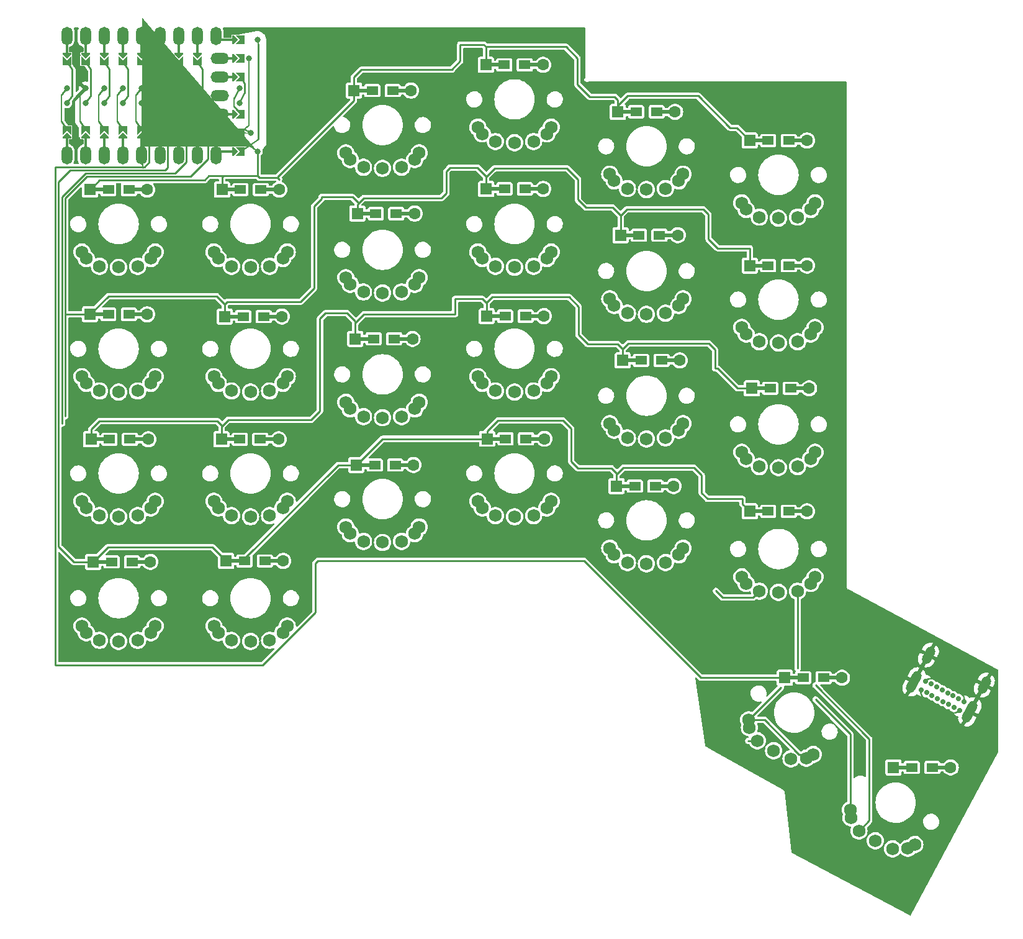
<source format=gbr>
%TF.GenerationSoftware,KiCad,Pcbnew,7.0.6*%
%TF.CreationDate,2023-11-23T00:40:04+08:00*%
%TF.ProjectId,handfull-mini,68616e64-6675-46c6-9c2d-6d696e692e6b,rev?*%
%TF.SameCoordinates,Original*%
%TF.FileFunction,Copper,L2,Bot*%
%TF.FilePolarity,Positive*%
%FSLAX46Y46*%
G04 Gerber Fmt 4.6, Leading zero omitted, Abs format (unit mm)*
G04 Created by KiCad (PCBNEW 7.0.6) date 2023-11-23 00:40:04*
%MOMM*%
%LPD*%
G01*
G04 APERTURE LIST*
G04 Aperture macros list*
%AMHorizOval*
0 Thick line with rounded ends*
0 $1 width*
0 $2 $3 position (X,Y) of the first rounded end (center of the circle)*
0 $4 $5 position (X,Y) of the second rounded end (center of the circle)*
0 Add line between two ends*
20,1,$1,$2,$3,$4,$5,0*
0 Add two circle primitives to create the rounded ends*
1,1,$1,$2,$3*
1,1,$1,$4,$5*%
%AMFreePoly0*
4,1,44,-0.993077,0.884004,-0.990176,0.884614,-0.985855,0.882966,-0.964783,0.879937,-0.945631,0.867628,-0.924365,0.859520,-0.225596,0.328456,-0.123607,0.380423,0.000000,0.400000,0.123607,0.380423,0.235114,0.323607,0.323607,0.235114,0.380423,0.123607,0.400000,0.000000,0.380423,-0.123607,0.323607,-0.235114,0.235114,-0.323607,0.123607,-0.380423,0.000000,-0.400000,-0.123607,-0.380423,
-0.235114,-0.323607,-0.323607,-0.235114,-0.380423,-0.123607,-0.400000,0.000000,-0.380423,0.123607,-0.377296,0.129742,-1.042109,0.635000,-4.462886,0.635000,-5.598785,-0.104746,-5.631059,-0.119722,-5.701490,-0.120148,-5.760972,-0.082427,-5.790618,-0.018537,-5.781016,0.051238,-5.735215,0.104746,-4.568215,0.864746,-4.567748,0.864962,-4.567580,0.865157,-4.566897,0.865357,-4.535942,0.879722,
-4.517597,0.879832,-4.500000,0.885000,-1.000000,0.885000,-0.993077,0.884004,-0.993077,0.884004,$1*%
%AMFreePoly1*
4,1,6,0.600000,-0.250000,-0.600000,-0.250000,-0.600000,1.000000,0.000000,0.400000,0.600000,1.000000,0.600000,-0.250000,0.600000,-0.250000,$1*%
%AMFreePoly2*
4,1,55,-1.015243,0.861754,-1.014482,0.861989,-0.985924,0.852227,-0.957221,0.842902,-0.956752,0.842257,-0.956000,0.842000,-0.247840,0.310880,-0.235114,0.323607,-0.123607,0.380423,0.000000,0.400000,0.123607,0.380423,0.235114,0.323607,0.323607,0.235114,0.380423,0.123607,0.400000,0.000000,0.380423,-0.123607,0.323607,-0.235114,0.235114,-0.323607,0.123607,-0.380423,0.000000,-0.400000,
-0.123607,-0.380423,-0.235114,-0.323607,-0.323607,-0.235114,-0.380423,-0.123607,-0.400000,0.000000,-0.380423,0.123607,-0.366889,0.150167,-1.049333,0.662000,-15.314589,0.662000,-15.460028,0.628804,-15.594434,0.564078,-15.711066,0.471066,-15.804078,0.354434,-15.868804,0.220028,-15.902000,0.074589,-15.902000,0.008381,-15.522395,-2.240355,-15.531443,-2.301493,-15.574698,-2.345635,-15.635640,-2.355923,
-15.690989,-2.328425,-15.719605,-2.273645,-16.100605,-0.016645,-16.099514,-0.009276,-16.102000,0.000000,-16.085437,0.168168,-16.036384,0.329873,-15.956726,0.478901,-15.849526,0.609526,-15.718901,0.716726,-15.569873,0.796384,-15.408168,0.845437,-15.240000,0.862000,-1.016000,0.862000,-1.015243,0.861754,-1.015243,0.861754,$1*%
%AMFreePoly3*
4,1,58,-10.159996,0.608000,-0.889000,0.608000,-0.864550,0.600056,-0.839386,0.594824,-0.282256,0.276464,-0.235114,0.323607,-0.123607,0.380423,0.000000,0.400000,0.123607,0.380423,0.235114,0.323607,0.323607,0.235114,0.380423,0.123607,0.400000,0.000000,0.380423,-0.123607,0.323607,-0.235114,0.235114,-0.323607,0.123607,-0.380423,0.000000,-0.400000,-0.123607,-0.380423,-0.235114,-0.323607,
-0.323607,-0.235114,-0.380423,-0.123607,-0.400000,0.000000,-0.397796,0.013918,-0.383530,0.103985,-0.915556,0.408000,-10.160000,0.408000,-10.229858,0.407970,-10.366497,0.378806,-10.494038,0.321763,-10.606862,0.239354,-10.700000,0.135209,-10.769347,0.013918,-10.811848,-0.119177,-10.825632,-0.258212,-10.810090,-0.397061,-10.788028,-0.463344,-10.787853,-0.466251,-10.786532,-0.468248,-10.571636,-1.243281,
-10.574334,-1.305026,-10.612810,-1.353392,-10.672367,-1.369905,-10.730255,-1.348259,-10.764364,-1.296719,-10.979260,-0.521686,-10.979202,-0.520366,-11.014444,-0.367879,-11.020611,-0.205102,-10.996045,-0.044070,-10.941624,0.109464,-10.859291,0.250019,-10.751985,0.372575,-10.623539,0.472756,-10.478540,0.546984,-10.322166,0.592609,-10.160000,0.608001,-10.159996,0.608000,-10.159996,0.608000,$1*%
%AMFreePoly4*
4,1,38,-1.464783,0.879937,-1.454969,0.873630,-1.443504,0.871504,-0.277826,0.280894,-0.235114,0.323607,-0.123607,0.380423,0.000000,0.400000,0.123607,0.380423,0.235114,0.323607,0.323607,0.235114,0.380423,0.123607,0.400000,0.000000,0.380423,-0.123607,0.323607,-0.235114,0.235114,-0.323607,0.123607,-0.380423,0.000000,-0.400000,-0.123607,-0.380423,-0.235114,-0.323607,-0.323607,-0.235114,
-0.380423,-0.123607,-0.400000,0.000000,-0.390831,0.057891,-1.529859,0.635000,-2.471205,0.635000,-3.485312,0.141598,-3.519195,0.130743,-3.589135,0.139061,-3.643476,0.183872,-3.664963,0.250948,-3.646776,0.318992,-3.594688,0.366402,-2.554688,0.872402,-2.520805,0.883257,-2.510222,0.881998,-2.500000,0.885000,-1.500000,0.885000,-1.464783,0.879937,-1.464783,0.879937,$1*%
%AMFreePoly5*
4,1,41,-1.464783,0.879937,-1.454969,0.873630,-1.443504,0.871504,-0.277826,0.280894,-0.235114,0.323607,-0.123607,0.380423,0.000000,0.400000,0.123607,0.380423,0.235114,0.323607,0.323607,0.235114,0.380423,0.123607,0.400000,0.000000,0.380423,-0.123607,0.323607,-0.235114,0.235114,-0.323607,0.123607,-0.380423,0.000000,-0.400000,-0.123607,-0.380423,-0.235114,-0.323607,-0.323607,-0.235114,
-0.380423,-0.123607,-0.400000,0.000000,-0.390831,0.057891,-1.529859,0.635000,-2.449147,0.635000,-3.452737,-0.343500,-3.481487,-0.364460,-3.550495,-0.378559,-3.616171,-0.353111,-3.657662,-0.296197,-3.661797,-0.225885,-3.627263,-0.164500,-2.587262,0.849500,-2.570657,0.861605,-2.567580,0.865157,-2.564576,0.866039,-2.558512,0.870460,-2.528947,0.876500,-2.500000,0.885000,-1.500000,0.885000,
-1.464783,0.879937,-1.464783,0.879937,$1*%
%AMFreePoly6*
4,1,36,-9.896557,1.079266,-9.096566,0.100000,-0.384162,0.100000,-0.380423,0.123607,-0.323607,0.235114,-0.235114,0.323607,-0.123607,0.380423,0.000000,0.400000,0.123607,0.380423,0.235114,0.323607,0.323607,0.235114,0.380423,0.123607,0.400000,0.000000,0.380423,-0.123607,0.323607,-0.235114,0.235114,-0.323607,0.123607,-0.380423,0.000000,-0.400000,-0.123607,-0.380423,-0.235114,-0.323607,
-0.323607,-0.235114,-0.380423,-0.123607,-0.384162,-0.100000,-9.144000,-0.100000,-9.156424,-0.095963,-9.169466,-0.096703,-9.185097,-0.086646,-9.202779,-0.080902,-9.210459,-0.070331,-9.221443,-0.063265,-10.051443,0.952734,-10.073840,1.010337,-10.058101,1.070103,-10.010238,1.109204,-9.948534,1.112704,-9.896557,1.079266,-9.896557,1.079266,$1*%
%AMFreePoly7*
4,1,40,-15.206532,2.374234,-15.157535,2.336564,-13.536328,-0.027000,-0.644902,-0.027000,-0.396404,0.022698,-0.380423,0.123607,-0.323607,0.235114,-0.235114,0.323607,-0.123607,0.380423,0.000000,0.400000,0.123607,0.380423,0.235114,0.323607,0.323607,0.235114,0.380423,0.123607,0.400000,0.000000,0.380423,-0.123607,0.323607,-0.235114,0.235114,-0.323607,0.123607,-0.380423,0.000000,-0.400000,
-0.123607,-0.380423,-0.235114,-0.323607,-0.323607,-0.235114,-0.337472,-0.207902,-0.355241,-0.173028,-0.615388,-0.225058,-0.625406,-0.223882,-0.635000,-0.227000,-13.589000,-0.227000,-13.605315,-0.221699,-13.622468,-0.221234,-13.633975,-0.212387,-13.647779,-0.207902,-13.657864,-0.194020,-13.671465,-0.183564,-15.322465,2.223436,-15.339964,2.282711,-15.319279,2.340950,-15.268313,2.375909,-15.206532,2.374234,
-15.206532,2.374234,$1*%
%AMFreePoly8*
4,1,6,0.600000,0.200000,0.000000,-0.400000,-0.600000,0.200000,-0.600000,0.400000,0.600000,0.400000,0.600000,0.200000,0.600000,0.200000,$1*%
G04 Aperture macros list end*
%TA.AperFunction,SMDPad,CuDef*%
%ADD10R,2.900000X0.500000*%
%TD*%
%TA.AperFunction,SMDPad,CuDef*%
%ADD11R,1.600000X1.200000*%
%TD*%
%TA.AperFunction,ComponentPad*%
%ADD12C,1.600000*%
%TD*%
%TA.AperFunction,ComponentPad*%
%ADD13R,1.600000X1.600000*%
%TD*%
%TA.AperFunction,ComponentPad*%
%ADD14C,0.800000*%
%TD*%
%TA.AperFunction,SMDPad,CuDef*%
%ADD15FreePoly0,270.000000*%
%TD*%
%TA.AperFunction,SMDPad,CuDef*%
%ADD16FreePoly1,0.000000*%
%TD*%
%TA.AperFunction,SMDPad,CuDef*%
%ADD17FreePoly2,270.000000*%
%TD*%
%TA.AperFunction,SMDPad,CuDef*%
%ADD18FreePoly1,90.000000*%
%TD*%
%TA.AperFunction,SMDPad,CuDef*%
%ADD19FreePoly3,270.000000*%
%TD*%
%TA.AperFunction,SMDPad,CuDef*%
%ADD20FreePoly4,270.000000*%
%TD*%
%TA.AperFunction,ComponentPad*%
%ADD21O,2.500000X1.500000*%
%TD*%
%TA.AperFunction,SMDPad,CuDef*%
%ADD22FreePoly5,90.000000*%
%TD*%
%TA.AperFunction,SMDPad,CuDef*%
%ADD23FreePoly6,90.000000*%
%TD*%
%TA.AperFunction,SMDPad,CuDef*%
%ADD24FreePoly7,90.000000*%
%TD*%
%TA.AperFunction,SMDPad,CuDef*%
%ADD25FreePoly1,180.000000*%
%TD*%
%TA.AperFunction,SMDPad,CuDef*%
%ADD26FreePoly0,90.000000*%
%TD*%
%TA.AperFunction,ComponentPad*%
%ADD27O,1.500000X2.500000*%
%TD*%
%TA.AperFunction,SMDPad,CuDef*%
%ADD28R,0.300000X2.000000*%
%TD*%
%TA.AperFunction,SMDPad,CuDef*%
%ADD29FreePoly8,180.000000*%
%TD*%
%TA.AperFunction,SMDPad,CuDef*%
%ADD30R,2.000000X0.300000*%
%TD*%
%TA.AperFunction,SMDPad,CuDef*%
%ADD31FreePoly8,90.000000*%
%TD*%
%TA.AperFunction,SMDPad,CuDef*%
%ADD32FreePoly8,0.000000*%
%TD*%
%TA.AperFunction,ComponentPad*%
%ADD33C,1.750000*%
%TD*%
%TA.AperFunction,ComponentPad*%
%ADD34HorizOval,1.300000X0.283521X0.528787X-0.283521X-0.528787X0*%
%TD*%
%TA.AperFunction,ComponentPad*%
%ADD35HorizOval,1.300000X0.448909X0.837246X-0.448909X-0.837246X0*%
%TD*%
%TA.AperFunction,ComponentPad*%
%ADD36C,0.700000*%
%TD*%
%TA.AperFunction,ViaPad*%
%ADD37C,0.800000*%
%TD*%
%TA.AperFunction,Conductor*%
%ADD38C,0.250000*%
%TD*%
G04 APERTURE END LIST*
D10*
%TO.P,D42,2,A*%
%TO.N,Net-(D42-A)*%
X198090000Y-141080000D03*
D11*
X196990000Y-141080000D03*
%TO.P,D42,1,K*%
%TO.N,row4*%
X194190000Y-141080000D03*
D10*
X193090000Y-141080000D03*
D12*
%TO.P,D42,2,A*%
%TO.N,Net-(D42-A)*%
X199490000Y-141080000D03*
D13*
%TO.P,D42,1,K*%
%TO.N,row4*%
X191690000Y-141080000D03*
%TD*%
D10*
%TO.P,D41,2,A*%
%TO.N,Net-(D41-A)*%
X183270000Y-128860000D03*
D11*
X182170000Y-128860000D03*
%TO.P,D41,1,K*%
%TO.N,row4*%
X179370000Y-128860000D03*
D10*
X178270000Y-128860000D03*
D12*
%TO.P,D41,2,A*%
%TO.N,Net-(D41-A)*%
X184670000Y-128860000D03*
D13*
%TO.P,D41,1,K*%
%TO.N,row4*%
X176870000Y-128860000D03*
%TD*%
D10*
%TO.P,D32,2,A*%
%TO.N,Net-(D32-A)*%
X107060000Y-112920000D03*
D11*
X105960000Y-112920000D03*
%TO.P,D32,1,K*%
%TO.N,row3*%
X103160000Y-112920000D03*
D10*
X102060000Y-112920000D03*
D12*
%TO.P,D32,2,A*%
%TO.N,Net-(D32-A)*%
X108460000Y-112920000D03*
D13*
%TO.P,D32,1,K*%
%TO.N,row3*%
X100660000Y-112920000D03*
%TD*%
D10*
%TO.P,D33,2,A*%
%TO.N,Net-(D33-A)*%
X124830000Y-99850000D03*
D11*
X123730000Y-99850000D03*
%TO.P,D33,1,K*%
%TO.N,row3*%
X120930000Y-99850000D03*
D10*
X119830000Y-99850000D03*
D12*
%TO.P,D33,2,A*%
%TO.N,Net-(D33-A)*%
X126230000Y-99850000D03*
D13*
%TO.P,D33,1,K*%
%TO.N,row3*%
X118430000Y-99850000D03*
%TD*%
D10*
%TO.P,D34,2,A*%
%TO.N,Net-(D34-A)*%
X142680000Y-96270000D03*
D11*
X141580000Y-96270000D03*
%TO.P,D34,1,K*%
%TO.N,row3*%
X138780000Y-96270000D03*
D10*
X137680000Y-96270000D03*
D12*
%TO.P,D34,2,A*%
%TO.N,Net-(D34-A)*%
X144080000Y-96270000D03*
D13*
%TO.P,D34,1,K*%
%TO.N,row3*%
X136280000Y-96270000D03*
%TD*%
D10*
%TO.P,D36,2,A*%
%TO.N,unconnected-(D36-A-Pad2)*%
X178500000Y-106170000D03*
D11*
X177400000Y-106170000D03*
%TO.P,D36,1,K*%
%TO.N,row3*%
X174600000Y-106170000D03*
D10*
X173500000Y-106170000D03*
D12*
%TO.P,D36,2,A*%
%TO.N,unconnected-(D36-A-Pad2)*%
X179900000Y-106170000D03*
D13*
%TO.P,D36,1,K*%
%TO.N,row3*%
X172100000Y-106170000D03*
%TD*%
D10*
%TO.P,D35,2,A*%
%TO.N,Net-(D35-A)*%
X160310000Y-102730000D03*
D11*
X159210000Y-102730000D03*
%TO.P,D35,1,K*%
%TO.N,row3*%
X156410000Y-102730000D03*
D10*
X155310000Y-102730000D03*
D12*
%TO.P,D35,2,A*%
%TO.N,Net-(D35-A)*%
X161710000Y-102730000D03*
D13*
%TO.P,D35,1,K*%
%TO.N,row3*%
X153910000Y-102730000D03*
%TD*%
D10*
%TO.P,D26,2,A*%
%TO.N,Net-(D26-A)*%
X178780000Y-89390000D03*
D11*
X177680000Y-89390000D03*
%TO.P,D26,1,K*%
%TO.N,row2*%
X174880000Y-89390000D03*
D10*
X173780000Y-89390000D03*
D12*
%TO.P,D26,2,A*%
%TO.N,Net-(D26-A)*%
X180180000Y-89390000D03*
D13*
%TO.P,D26,1,K*%
%TO.N,row2*%
X172380000Y-89390000D03*
%TD*%
D10*
%TO.P,D25,2,A*%
%TO.N,Net-(D25-A)*%
X161150000Y-85590000D03*
D11*
X160050000Y-85590000D03*
%TO.P,D25,1,K*%
%TO.N,row2*%
X157250000Y-85590000D03*
D10*
X156150000Y-85590000D03*
D12*
%TO.P,D25,2,A*%
%TO.N,Net-(D25-A)*%
X162550000Y-85590000D03*
D13*
%TO.P,D25,1,K*%
%TO.N,row2*%
X154750000Y-85590000D03*
%TD*%
D10*
%TO.P,D11,2,A*%
%TO.N,Net-(D11-A)*%
X88500000Y-79300000D03*
D11*
X87400000Y-79300000D03*
%TO.P,D11,1,K*%
%TO.N,row1*%
X84600000Y-79300000D03*
D10*
X83500000Y-79300000D03*
D12*
%TO.P,D11,2,A*%
%TO.N,Net-(D11-A)*%
X89900000Y-79300000D03*
D13*
%TO.P,D11,1,K*%
%TO.N,row1*%
X82100000Y-79300000D03*
%TD*%
D10*
%TO.P,D6,2,A*%
%TO.N,Net-(D6-A)*%
X178500000Y-55600000D03*
D11*
X177400000Y-55600000D03*
%TO.P,D6,1,K*%
%TO.N,row0*%
X174600000Y-55600000D03*
D10*
X173500000Y-55600000D03*
D12*
%TO.P,D6,2,A*%
%TO.N,Net-(D6-A)*%
X179900000Y-55600000D03*
D13*
%TO.P,D6,1,K*%
%TO.N,row0*%
X172100000Y-55600000D03*
%TD*%
D10*
%TO.P,D4,2,A*%
%TO.N,Net-(D4-A)*%
X142500000Y-45300000D03*
D11*
X141400000Y-45300000D03*
%TO.P,D4,1,K*%
%TO.N,row0*%
X138600000Y-45300000D03*
D10*
X137500000Y-45300000D03*
D12*
%TO.P,D4,2,A*%
%TO.N,Net-(D4-A)*%
X143900000Y-45300000D03*
D13*
%TO.P,D4,1,K*%
%TO.N,row0*%
X136100000Y-45300000D03*
%TD*%
D10*
%TO.P,D21,2,A*%
%TO.N,Net-(D21-A)*%
X88660000Y-96340000D03*
D11*
X87560000Y-96340000D03*
%TO.P,D21,1,K*%
%TO.N,row2*%
X84760000Y-96340000D03*
D10*
X83660000Y-96340000D03*
D12*
%TO.P,D21,2,A*%
%TO.N,Net-(D21-A)*%
X90060000Y-96340000D03*
D13*
%TO.P,D21,1,K*%
%TO.N,row2*%
X82260000Y-96340000D03*
%TD*%
D10*
%TO.P,D3,2,A*%
%TO.N,Net-(D3-A)*%
X124500000Y-48800000D03*
D11*
X123400000Y-48800000D03*
%TO.P,D3,1,K*%
%TO.N,row0*%
X120600000Y-48800000D03*
D10*
X119500000Y-48800000D03*
D12*
%TO.P,D3,2,A*%
%TO.N,Net-(D3-A)*%
X125900000Y-48800000D03*
D13*
%TO.P,D3,1,K*%
%TO.N,row0*%
X118100000Y-48800000D03*
%TD*%
D10*
%TO.P,D16,2,A*%
%TO.N,Net-(D16-A)*%
X178500000Y-72670000D03*
D11*
X177400000Y-72670000D03*
%TO.P,D16,1,K*%
%TO.N,row1*%
X174600000Y-72670000D03*
D10*
X173500000Y-72670000D03*
D12*
%TO.P,D16,2,A*%
%TO.N,Net-(D16-A)*%
X179900000Y-72670000D03*
D13*
%TO.P,D16,1,K*%
%TO.N,row1*%
X172100000Y-72670000D03*
%TD*%
D10*
%TO.P,D15,2,A*%
%TO.N,Net-(D15-A)*%
X160870000Y-68520000D03*
D11*
X159770000Y-68520000D03*
%TO.P,D15,1,K*%
%TO.N,row1*%
X156970000Y-68520000D03*
D10*
X155870000Y-68520000D03*
D12*
%TO.P,D15,2,A*%
%TO.N,Net-(D15-A)*%
X162270000Y-68520000D03*
D13*
%TO.P,D15,1,K*%
%TO.N,row1*%
X154470000Y-68520000D03*
%TD*%
D10*
%TO.P,D5,2,A*%
%TO.N,Net-(D5-A)*%
X160500000Y-51700000D03*
D11*
X159400000Y-51700000D03*
%TO.P,D5,1,K*%
%TO.N,row0*%
X156600000Y-51700000D03*
D10*
X155500000Y-51700000D03*
D12*
%TO.P,D5,2,A*%
%TO.N,Net-(D5-A)*%
X161900000Y-51700000D03*
D13*
%TO.P,D5,1,K*%
%TO.N,row0*%
X154100000Y-51700000D03*
%TD*%
D10*
%TO.P,D14,2,A*%
%TO.N,Net-(D14-A)*%
X142530000Y-62200000D03*
D11*
X141430000Y-62200000D03*
%TO.P,D14,1,K*%
%TO.N,row1*%
X138630000Y-62200000D03*
D10*
X137530000Y-62200000D03*
D12*
%TO.P,D14,2,A*%
%TO.N,Net-(D14-A)*%
X143930000Y-62200000D03*
D13*
%TO.P,D14,1,K*%
%TO.N,row1*%
X136130000Y-62200000D03*
%TD*%
D10*
%TO.P,D24,2,A*%
%TO.N,unconnected-(D24-A-Pad2)*%
X142610000Y-79550000D03*
D11*
X141510000Y-79550000D03*
%TO.P,D24,1,K*%
%TO.N,row2*%
X138710000Y-79550000D03*
D10*
X137610000Y-79550000D03*
D12*
%TO.P,D24,2,A*%
%TO.N,unconnected-(D24-A-Pad2)*%
X144010000Y-79550000D03*
D13*
%TO.P,D24,1,K*%
%TO.N,row2*%
X136210000Y-79550000D03*
%TD*%
D10*
%TO.P,D13,2,A*%
%TO.N,Net-(D13-A)*%
X124980000Y-65570000D03*
D11*
X123880000Y-65570000D03*
%TO.P,D13,1,K*%
%TO.N,row1*%
X121080000Y-65570000D03*
D10*
X119980000Y-65570000D03*
D12*
%TO.P,D13,2,A*%
%TO.N,Net-(D13-A)*%
X126380000Y-65570000D03*
D13*
%TO.P,D13,1,K*%
%TO.N,row1*%
X118580000Y-65570000D03*
%TD*%
%TO.P,D2,1,K*%
%TO.N,row0*%
X100100000Y-62300000D03*
D12*
%TO.P,D2,2,A*%
%TO.N,Net-(D2-A)*%
X107900000Y-62300000D03*
D10*
%TO.P,D2,1,K*%
%TO.N,row0*%
X101500000Y-62300000D03*
D11*
X102600000Y-62300000D03*
%TO.P,D2,2,A*%
%TO.N,Net-(D2-A)*%
X105400000Y-62300000D03*
D10*
X106500000Y-62300000D03*
%TD*%
%TO.P,D23,2,A*%
%TO.N,Net-(D23-A)*%
X124690000Y-82640000D03*
D11*
X123590000Y-82640000D03*
%TO.P,D23,1,K*%
%TO.N,row2*%
X120790000Y-82640000D03*
D10*
X119690000Y-82640000D03*
D12*
%TO.P,D23,2,A*%
%TO.N,Net-(D23-A)*%
X126090000Y-82640000D03*
D13*
%TO.P,D23,1,K*%
%TO.N,row2*%
X118290000Y-82640000D03*
%TD*%
D10*
%TO.P,D31,2,A*%
%TO.N,Net-(D31-A)*%
X88940000Y-113060000D03*
D11*
X87840000Y-113060000D03*
%TO.P,D31,1,K*%
%TO.N,row3*%
X85040000Y-113060000D03*
D10*
X83940000Y-113060000D03*
D12*
%TO.P,D31,2,A*%
%TO.N,Net-(D31-A)*%
X90340000Y-113060000D03*
D13*
%TO.P,D31,1,K*%
%TO.N,row3*%
X82540000Y-113060000D03*
%TD*%
D10*
%TO.P,D22,2,A*%
%TO.N,Net-(D22-A)*%
X106430000Y-96340000D03*
D11*
X105330000Y-96340000D03*
%TO.P,D22,1,K*%
%TO.N,row2*%
X102530000Y-96340000D03*
D10*
X101430000Y-96340000D03*
D12*
%TO.P,D22,2,A*%
%TO.N,Net-(D22-A)*%
X107830000Y-96340000D03*
D13*
%TO.P,D22,1,K*%
%TO.N,row2*%
X100030000Y-96340000D03*
%TD*%
D10*
%TO.P,D12,2,A*%
%TO.N,Net-(D12-A)*%
X106880000Y-79600000D03*
D11*
X105780000Y-79600000D03*
%TO.P,D12,1,K*%
%TO.N,row1*%
X102980000Y-79600000D03*
D10*
X101880000Y-79600000D03*
D12*
%TO.P,D12,2,A*%
%TO.N,Net-(D12-A)*%
X108280000Y-79600000D03*
D13*
%TO.P,D12,1,K*%
%TO.N,row1*%
X100480000Y-79600000D03*
%TD*%
D10*
%TO.P,D1,2,A*%
%TO.N,Net-(D1-A)*%
X88500000Y-62300000D03*
D11*
X87400000Y-62300000D03*
%TO.P,D1,1,K*%
%TO.N,row0*%
X84600000Y-62300000D03*
D10*
X83500000Y-62300000D03*
D12*
%TO.P,D1,2,A*%
%TO.N,Net-(D1-A)*%
X89900000Y-62300000D03*
D13*
%TO.P,D1,1,K*%
%TO.N,row0*%
X82100000Y-62300000D03*
%TD*%
D14*
%TO.P,U1,1,0*%
%TO.N,dataT*%
X78940000Y-50490000D03*
D15*
X78940000Y-50490000D03*
D16*
X78940000Y-45073000D03*
D14*
%TO.P,U1,2,1*%
%TO.N,dataR*%
X81480000Y-50490000D03*
D15*
X81480000Y-50490000D03*
D16*
X81480000Y-45073000D03*
D14*
%TO.P,U1,3,2*%
%TO.N,unconnected-(U1-2-Pad3)*%
X84020000Y-50490000D03*
D15*
X84020000Y-50490000D03*
D16*
X84020000Y-45073000D03*
D14*
%TO.P,U1,4,3*%
%TO.N,unconnected-(U1-3-Pad4)*%
X86560000Y-50490000D03*
D15*
X86560000Y-50490000D03*
D16*
X86560000Y-45073000D03*
D14*
%TO.P,U1,5,4*%
%TO.N,row4*%
X89100000Y-50490000D03*
D15*
X89100000Y-50490000D03*
D16*
X89100000Y-45073000D03*
D14*
%TO.P,U1,6,5*%
%TO.N,row3*%
X91640000Y-50490000D03*
D15*
X91640000Y-50490000D03*
D16*
X91640000Y-45073000D03*
D14*
%TO.P,U1,7,6*%
%TO.N,row2*%
X94180000Y-50490000D03*
D15*
X94180000Y-50490000D03*
D16*
X94180000Y-45073000D03*
D14*
%TO.P,U1,8,7*%
%TO.N,row1*%
X96720000Y-50490000D03*
D15*
X96720000Y-50490000D03*
D16*
X96720000Y-45073000D03*
D14*
%TO.P,U1,9,8*%
%TO.N,row0*%
X104959000Y-57110000D03*
D17*
X104959000Y-57110000D03*
D18*
X102933000Y-41870000D03*
D14*
%TO.P,U1,10,9*%
%TO.N,unconnected-(U1-9-Pad10)*%
X104070000Y-54570000D03*
D19*
X104070000Y-54570000D03*
D18*
X102933000Y-44410000D03*
D14*
%TO.P,U1,11,10*%
%TO.N,unconnected-(U1-10-Pad11)*%
X102546000Y-50490000D03*
D20*
X102546000Y-50490000D03*
D18*
X102933000Y-46950000D03*
D21*
%TO.P,U1,12,11*%
%TO.N,unconnected-(U1-11-Pad12)*%
X99760000Y-49490000D03*
D18*
%TO.P,U1,13,12*%
%TO.N,unconnected-(U1-12-Pad13)*%
X102933000Y-52030000D03*
D14*
X102546000Y-48490000D03*
D22*
X102546000Y-48490000D03*
D18*
%TO.P,U1,14,13*%
%TO.N,unconnected-(U1-13-Pad14)*%
X102933000Y-54570000D03*
D14*
X103816000Y-44410000D03*
D23*
X103816000Y-44410000D03*
D18*
%TO.P,U1,15,14*%
%TO.N,col5*%
X102933000Y-57110000D03*
D14*
X104959000Y-41870000D03*
D24*
X104959000Y-41870000D03*
D25*
%TO.P,U1,16,15*%
%TO.N,col4*%
X96720000Y-53907000D03*
D14*
X96720000Y-48490000D03*
D26*
X96720000Y-48490000D03*
D25*
%TO.P,U1,17,26*%
%TO.N,col3*%
X94180000Y-53907000D03*
D14*
X94180000Y-48490000D03*
D26*
X94180000Y-48490000D03*
D25*
%TO.P,U1,18,27*%
%TO.N,col2*%
X91640000Y-53907000D03*
D14*
X91640000Y-48490000D03*
D26*
X91640000Y-48490000D03*
D25*
%TO.P,U1,19,28*%
%TO.N,col1*%
X89100000Y-53907000D03*
D14*
X89100000Y-48490000D03*
D26*
X89100000Y-48490000D03*
D25*
%TO.P,U1,20,29*%
%TO.N,col0*%
X86560000Y-53907000D03*
D14*
X86560000Y-48490000D03*
D26*
X86560000Y-48490000D03*
D25*
%TO.P,U1,21,3V3*%
%TO.N,vcc*%
X84020000Y-53907000D03*
D14*
X84020000Y-48490000D03*
D26*
X84020000Y-48490000D03*
D25*
%TO.P,U1,22,GND*%
%TO.N,gnd*%
X81480000Y-53907000D03*
D14*
X81480000Y-48490000D03*
D26*
X81480000Y-48490000D03*
D25*
%TO.P,U1,23,5V*%
%TO.N,unconnected-(U1-5V-Pad23)*%
X78940000Y-53907000D03*
D14*
X78940000Y-48490000D03*
D26*
X78940000Y-48490000D03*
D27*
%TO.P,U1,a*%
%TO.N,N/C*%
X78940000Y-57610000D03*
D28*
X78940000Y-55990000D03*
D29*
X78940000Y-54923000D03*
D27*
%TO.P,U1,b*%
X81480000Y-57610000D03*
D28*
X81480000Y-55990000D03*
D29*
X81480000Y-54923000D03*
D27*
%TO.P,U1,c*%
X84020000Y-57610000D03*
D28*
X84020000Y-55990000D03*
D29*
X84020000Y-54923000D03*
D27*
%TO.P,U1,d*%
X86560000Y-57610000D03*
D28*
X86560000Y-55990000D03*
D29*
X86560000Y-54923000D03*
D27*
%TO.P,U1,e*%
X89100000Y-57610000D03*
D28*
X89100000Y-55990000D03*
D29*
X89100000Y-54923000D03*
D27*
%TO.P,U1,f*%
X91640000Y-57610000D03*
D28*
X91640000Y-55990000D03*
D29*
X91640000Y-54923000D03*
D27*
%TO.P,U1,g*%
X94180000Y-57610000D03*
D28*
X94180000Y-55990000D03*
D29*
X94180000Y-54923000D03*
D27*
%TO.P,U1,h*%
X96720000Y-57610000D03*
D28*
X96720000Y-55990000D03*
D29*
X96720000Y-54923000D03*
D27*
%TO.P,U1,i*%
X99260000Y-57610000D03*
D30*
X100850000Y-57110000D03*
D31*
X101917000Y-57110000D03*
D21*
%TO.P,U1,j*%
X99760000Y-54570000D03*
D30*
X101100000Y-54570000D03*
D31*
X101917000Y-54570000D03*
D21*
%TO.P,U1,k*%
X99760000Y-52030000D03*
D30*
X101100000Y-52030000D03*
D31*
X101917000Y-52030000D03*
D21*
%TO.P,U1,l*%
X99760000Y-46950000D03*
D30*
X101100000Y-46950000D03*
D31*
X101917000Y-46950000D03*
D21*
%TO.P,U1,m*%
X99760000Y-44410000D03*
D30*
X101100000Y-44410000D03*
D31*
X101917000Y-44410000D03*
D27*
%TO.P,U1,n*%
X99260000Y-41370000D03*
D30*
X100850000Y-41870000D03*
D31*
X101917000Y-41870000D03*
D32*
%TO.P,U1,o*%
X96720000Y-44057000D03*
D28*
X96720000Y-42990000D03*
D27*
X96720000Y-41370000D03*
D32*
%TO.P,U1,p*%
X94180000Y-44057000D03*
D28*
X94180000Y-42990000D03*
D27*
X94180000Y-41370000D03*
D32*
%TO.P,U1,q*%
X91640000Y-44057000D03*
D28*
X91640000Y-42990000D03*
D27*
X91640000Y-41370000D03*
D32*
%TO.P,U1,r*%
X89100000Y-44057000D03*
D28*
X89100000Y-42990000D03*
D27*
X89100000Y-41370000D03*
D32*
%TO.P,U1,s*%
X86560000Y-44057000D03*
D28*
X86560000Y-42990000D03*
D27*
X86560000Y-41370000D03*
D32*
%TO.P,U1,t*%
X84020000Y-44057000D03*
D28*
X84020000Y-42990000D03*
D27*
X84020000Y-41370000D03*
D32*
%TO.P,U1,u*%
X81480000Y-44057000D03*
D28*
X81480000Y-42990000D03*
D27*
X81480000Y-41370000D03*
D32*
%TO.P,U1,v*%
X78940000Y-44057000D03*
D28*
X78940000Y-42990000D03*
D27*
X78940000Y-41370000D03*
%TD*%
D33*
%TO.P,K42,1,1*%
%TO.N,col5*%
X186978613Y-149717892D03*
X189199119Y-151078719D03*
X191561391Y-152175156D03*
%TO.P,K42,2,2*%
%TO.N,Net-(D42-A)*%
X185784959Y-146865228D03*
X185888445Y-147941932D03*
X193643916Y-152100379D03*
X194597993Y-151590736D03*
%TD*%
%TO.P,K41,1,1*%
%TO.N,col4*%
X173126444Y-137438863D03*
X175346950Y-138799690D03*
X177709222Y-139896127D03*
%TO.P,K41,2,2*%
%TO.N,Net-(D41-A)*%
X171932790Y-134586199D03*
X172036276Y-135662903D03*
X179791747Y-139821350D03*
X180745824Y-139311707D03*
%TD*%
%TO.P,K21,1,1*%
%TO.N,col0*%
X83400000Y-106750000D03*
X86000000Y-106900000D03*
X88600000Y-106750000D03*
%TO.P,K21,2,2*%
%TO.N,Net-(D21-A)*%
X81000000Y-104800000D03*
X81600000Y-105700000D03*
X90400000Y-105700000D03*
X91000000Y-104800000D03*
%TD*%
%TO.P,K22,1,1*%
%TO.N,col1*%
X101400000Y-106750000D03*
X104000000Y-106900000D03*
X106600000Y-106750000D03*
%TO.P,K22,2,2*%
%TO.N,Net-(D22-A)*%
X99000000Y-104800000D03*
X99600000Y-105700000D03*
X108400000Y-105700000D03*
X109000000Y-104800000D03*
%TD*%
%TO.P,K34,1,1*%
%TO.N,col3*%
X137400000Y-106750000D03*
X140000000Y-106900000D03*
X142600000Y-106750000D03*
%TO.P,K34,2,2*%
%TO.N,Net-(D34-A)*%
X135000000Y-104800000D03*
X135600000Y-105700000D03*
X144400000Y-105700000D03*
X145000000Y-104800000D03*
%TD*%
%TO.P,K5,1,1*%
%TO.N,col4*%
X155400000Y-62150000D03*
X158000000Y-62300000D03*
X160600000Y-62150000D03*
%TO.P,K5,2,2*%
%TO.N,Net-(D5-A)*%
X153000000Y-60200000D03*
X153600000Y-61100000D03*
X162400000Y-61100000D03*
X163000000Y-60200000D03*
%TD*%
%TO.P,K23,1,1*%
%TO.N,col2*%
X119400000Y-93250000D03*
X122000000Y-93400000D03*
X124600000Y-93250000D03*
%TO.P,K23,2,2*%
%TO.N,Net-(D23-A)*%
X117000000Y-91300000D03*
X117600000Y-92200000D03*
X126400000Y-92200000D03*
X127000000Y-91300000D03*
%TD*%
%TO.P,K2,2,2*%
%TO.N,Net-(D2-A)*%
X109000000Y-70800000D03*
X108400000Y-71700000D03*
X99600000Y-71700000D03*
X99000000Y-70800000D03*
%TO.P,K2,1,1*%
%TO.N,col1*%
X106600000Y-72750000D03*
X104000000Y-72900000D03*
X101400000Y-72750000D03*
%TD*%
%TO.P,K26,1,1*%
%TO.N,col5*%
X173400000Y-100050000D03*
X176000000Y-100200000D03*
X178600000Y-100050000D03*
%TO.P,K26,2,2*%
%TO.N,Net-(D26-A)*%
X171000000Y-98100000D03*
X171600000Y-99000000D03*
X180400000Y-99000000D03*
X181000000Y-98100000D03*
%TD*%
%TO.P,K14,1,1*%
%TO.N,col3*%
X137400000Y-72750000D03*
X140000000Y-72900000D03*
X142600000Y-72750000D03*
%TO.P,K14,2,2*%
%TO.N,Net-(D14-A)*%
X135000000Y-70800000D03*
X135600000Y-71700000D03*
X144400000Y-71700000D03*
X145000000Y-70800000D03*
%TD*%
%TO.P,K15,1,1*%
%TO.N,col4*%
X155400000Y-79150000D03*
X158000000Y-79300000D03*
X160600000Y-79150000D03*
%TO.P,K15,2,2*%
%TO.N,Net-(D15-A)*%
X153000000Y-77200000D03*
X153600000Y-78100000D03*
X162400000Y-78100000D03*
X163000000Y-77200000D03*
%TD*%
%TO.P,K13,1,1*%
%TO.N,col2*%
X119400000Y-76250000D03*
X122000000Y-76400000D03*
X124600000Y-76250000D03*
%TO.P,K13,2,2*%
%TO.N,Net-(D13-A)*%
X117000000Y-74300000D03*
X117600000Y-75200000D03*
X126400000Y-75200000D03*
X127000000Y-74300000D03*
%TD*%
%TO.P,K12,1,1*%
%TO.N,col1*%
X101400000Y-89750000D03*
X104000000Y-89900000D03*
X106600000Y-89750000D03*
%TO.P,K12,2,2*%
%TO.N,Net-(D12-A)*%
X99000000Y-87800000D03*
X99600000Y-88700000D03*
X108400000Y-88700000D03*
X109000000Y-87800000D03*
%TD*%
%TO.P,K33,1,1*%
%TO.N,col2*%
X119400000Y-110250000D03*
X122000000Y-110400000D03*
X124600000Y-110250000D03*
%TO.P,K33,2,2*%
%TO.N,Net-(D33-A)*%
X117000000Y-108300000D03*
X117600000Y-109200000D03*
X126400000Y-109200000D03*
X127000000Y-108300000D03*
%TD*%
%TO.P,K16,1,1*%
%TO.N,col5*%
X173400000Y-83050000D03*
X176000000Y-83200000D03*
X178600000Y-83050000D03*
%TO.P,K16,2,2*%
%TO.N,Net-(D16-A)*%
X171000000Y-81100000D03*
X171600000Y-82000000D03*
X180400000Y-82000000D03*
X181000000Y-81100000D03*
%TD*%
%TO.P,K35,1,1*%
%TO.N,col4*%
X155400000Y-113150000D03*
X158000000Y-113300000D03*
X160600000Y-113150000D03*
%TO.P,K35,2,2*%
%TO.N,Net-(D35-A)*%
X153000000Y-111200000D03*
X153600000Y-112100000D03*
X162400000Y-112100000D03*
X163000000Y-111200000D03*
%TD*%
%TO.P,K24,1,1*%
%TO.N,col3*%
X137400000Y-89750000D03*
X140000000Y-89900000D03*
X142600000Y-89750000D03*
%TO.P,K24,2,2*%
%TO.N,unconnected-(K24-Pad2)*%
X135000000Y-87800000D03*
X135600000Y-88700000D03*
X144400000Y-88700000D03*
X145000000Y-87800000D03*
%TD*%
%TO.P,K31,1,1*%
%TO.N,col0*%
X83400000Y-123750000D03*
X86000000Y-123900000D03*
X88600000Y-123750000D03*
%TO.P,K31,2,2*%
%TO.N,Net-(D31-A)*%
X81000000Y-121800000D03*
X81600000Y-122700000D03*
X90400000Y-122700000D03*
X91000000Y-121800000D03*
%TD*%
%TO.P,K6,1,1*%
%TO.N,col5*%
X173400000Y-66050000D03*
X176000000Y-66200000D03*
X178600000Y-66050000D03*
%TO.P,K6,2,2*%
%TO.N,Net-(D6-A)*%
X171000000Y-64100000D03*
X171600000Y-65000000D03*
X180400000Y-65000000D03*
X181000000Y-64100000D03*
%TD*%
%TO.P,K4,1,1*%
%TO.N,col3*%
X137400000Y-55750000D03*
X140000000Y-55900000D03*
X142600000Y-55750000D03*
%TO.P,K4,2,2*%
%TO.N,Net-(D4-A)*%
X135000000Y-53800000D03*
X135600000Y-54700000D03*
X144400000Y-54700000D03*
X145000000Y-53800000D03*
%TD*%
%TO.P,K11,1,1*%
%TO.N,col0*%
X83400000Y-89750000D03*
X86000000Y-89900000D03*
X88600000Y-89750000D03*
%TO.P,K11,2,2*%
%TO.N,Net-(D11-A)*%
X81000000Y-87800000D03*
X81600000Y-88700000D03*
X90400000Y-88700000D03*
X91000000Y-87800000D03*
%TD*%
%TO.P,K1,1,1*%
%TO.N,col0*%
X83400000Y-72750000D03*
X86000000Y-72900000D03*
X88600000Y-72750000D03*
%TO.P,K1,2,2*%
%TO.N,Net-(D1-A)*%
X81000000Y-70800000D03*
X81600000Y-71700000D03*
X90400000Y-71700000D03*
X91000000Y-70800000D03*
%TD*%
%TO.P,K36,1,1*%
%TO.N,col5*%
X173400000Y-117050000D03*
X176000000Y-117200000D03*
X178600000Y-117050000D03*
%TO.P,K36,2,2*%
%TO.N,unconnected-(K36-Pad2)*%
X171000000Y-115100000D03*
X171600000Y-116000000D03*
X180400000Y-116000000D03*
X181000000Y-115100000D03*
%TD*%
%TO.P,K25,1,1*%
%TO.N,col4*%
X155400000Y-96150000D03*
X158000000Y-96300000D03*
X160600000Y-96150000D03*
%TO.P,K25,2,2*%
%TO.N,Net-(D25-A)*%
X153000000Y-94200000D03*
X153600000Y-95100000D03*
X162400000Y-95100000D03*
X163000000Y-94200000D03*
%TD*%
%TO.P,K3,1,1*%
%TO.N,col2*%
X119400000Y-59250000D03*
X122000000Y-59400000D03*
X124600000Y-59250000D03*
%TO.P,K3,2,2*%
%TO.N,Net-(D3-A)*%
X117000000Y-57300000D03*
X117600000Y-58200000D03*
X126400000Y-58200000D03*
X127000000Y-57300000D03*
%TD*%
D34*
%TO.P,J2,S1,SHIELD*%
%TO.N,gnd*%
X196455127Y-125752582D03*
D35*
X194494105Y-129410026D03*
D34*
X204069660Y-129835288D03*
D35*
X202108639Y-133492732D03*
D36*
%TO.P,J2,B12,GND*%
X201324929Y-132108056D03*
%TO.P,J2,B9,VBUS*%
%TO.N,vcc*%
X200575814Y-131706401D03*
%TO.P,J2,B8,SBU2*%
%TO.N,unconnected-(J2-SBU2-PadB8)*%
X199826700Y-131304746D03*
%TO.P,J2,B7,D-*%
%TO.N,dataT*%
X199077585Y-130903091D03*
%TO.P,J2,B6,D+*%
%TO.N,dataR*%
X198328470Y-130501436D03*
%TO.P,J2,B5,CC2*%
%TO.N,unconnected-(J2-CC2-PadB5)*%
X197579355Y-130099781D03*
%TO.P,J2,B4,VBUS*%
%TO.N,vcc*%
X196830240Y-129698126D03*
%TO.P,J2,B1,GND*%
%TO.N,gnd*%
X196081125Y-129296471D03*
%TO.P,J2,A12,GND*%
X195443202Y-130486242D03*
%TO.P,J2,A9,VBUS*%
%TO.N,vcc*%
X196192317Y-130887897D03*
%TO.P,J2,A8,SBU1*%
%TO.N,unconnected-(J2-SBU1-PadA8)*%
X196941432Y-131289552D03*
%TO.P,J2,A7,D-*%
%TO.N,dataT*%
X197690547Y-131691207D03*
%TO.P,J2,A6,D+*%
%TO.N,dataR*%
X198439662Y-132092862D03*
%TO.P,J2,A5,CC1*%
%TO.N,unconnected-(J2-CC1-PadA5)*%
X199188777Y-132494517D03*
%TO.P,J2,A4,VBUS*%
%TO.N,vcc*%
X199937892Y-132896172D03*
%TO.P,J2,A1,GND*%
%TO.N,gnd*%
X200687007Y-133297827D03*
%TD*%
D33*
%TO.P,K32,1,1*%
%TO.N,col1*%
X101400000Y-123750000D03*
X104000000Y-123900000D03*
X106600000Y-123750000D03*
%TO.P,K32,2,2*%
%TO.N,Net-(D32-A)*%
X99000000Y-121800000D03*
X99600000Y-122700000D03*
X108400000Y-122700000D03*
X109000000Y-121800000D03*
%TD*%
D37*
%TO.N,gnd*%
X183840000Y-53760000D03*
%TD*%
D38*
%TO.N,row0*%
X170360000Y-53860000D02*
X172100000Y-55600000D01*
X165060000Y-49530000D02*
X169390000Y-53860000D01*
X155410000Y-49530000D02*
X165060000Y-49530000D01*
X154100000Y-51700000D02*
X154100000Y-50840000D01*
X154100000Y-50840000D02*
X155410000Y-49530000D01*
X169390000Y-53860000D02*
X170360000Y-53860000D01*
X154100000Y-50090000D02*
X154100000Y-51700000D01*
X150290000Y-49660000D02*
X153670000Y-49660000D01*
X153670000Y-49660000D02*
X154100000Y-50090000D01*
X148580000Y-44400000D02*
X148580000Y-47950000D01*
X147020000Y-42840000D02*
X148580000Y-44400000D01*
X148580000Y-47950000D02*
X150290000Y-49660000D01*
X136100000Y-42840000D02*
X147020000Y-42840000D01*
X136100000Y-42840000D02*
X136100000Y-45300000D01*
X135770000Y-42510000D02*
X136100000Y-42840000D01*
X132600000Y-42510000D02*
X135770000Y-42510000D01*
X131460000Y-45970000D02*
X131460000Y-45910000D01*
X119080000Y-45970000D02*
X131460000Y-45970000D01*
X132600000Y-44770000D02*
X132600000Y-42510000D01*
X118100000Y-46950000D02*
X119080000Y-45970000D01*
X118100000Y-48800000D02*
X118100000Y-46950000D01*
X131460000Y-45910000D02*
X132600000Y-44770000D01*
%TO.N,row1*%
X82100000Y-79300000D02*
X78775000Y-79300000D01*
X78715000Y-79240000D02*
X78715000Y-93210000D01*
X78715000Y-63501396D02*
X78715000Y-79240000D01*
X78775000Y-79300000D02*
X78715000Y-79240000D01*
X99340000Y-76800000D02*
X100480000Y-77940000D01*
X84600000Y-76800000D02*
X99340000Y-76800000D01*
X82100000Y-79300000D02*
X84600000Y-76800000D01*
X100480000Y-77940000D02*
X100480000Y-79600000D01*
X100810000Y-77610000D02*
X100480000Y-77940000D01*
X110770000Y-77610000D02*
X100810000Y-77610000D01*
X112680000Y-75700000D02*
X110770000Y-77610000D01*
X112680000Y-64540000D02*
X112680000Y-75700000D01*
X113710000Y-63320000D02*
X113710000Y-63510000D01*
X117910000Y-63320000D02*
X113710000Y-63320000D01*
X118725000Y-64135000D02*
X117910000Y-63320000D01*
X118725000Y-64135000D02*
X118580000Y-64280000D01*
X113710000Y-63510000D02*
X112680000Y-64540000D01*
X119410000Y-63450000D02*
X118725000Y-64135000D01*
X118580000Y-65570000D02*
X118580000Y-64280000D01*
X130040000Y-63450000D02*
X119410000Y-63450000D01*
X130710000Y-62780000D02*
X130040000Y-63450000D01*
X130710000Y-59800000D02*
X130710000Y-62780000D01*
X131220000Y-59290000D02*
X130710000Y-59800000D01*
X134930000Y-59290000D02*
X131220000Y-59290000D01*
X136130000Y-60490000D02*
X134930000Y-59290000D01*
X136130000Y-60560000D02*
X136130000Y-60490000D01*
X136130000Y-62200000D02*
X136130000Y-60560000D01*
X137280000Y-59410000D02*
X136130000Y-60560000D01*
X147090000Y-59410000D02*
X137280000Y-59410000D01*
X147130000Y-59370000D02*
X147090000Y-59410000D01*
X148640000Y-60880000D02*
X147130000Y-59370000D01*
X148640000Y-63660000D02*
X148640000Y-60880000D01*
X149720000Y-64740000D02*
X148640000Y-63660000D01*
X153380000Y-64740000D02*
X149720000Y-64740000D01*
X154470000Y-65830000D02*
X153380000Y-64740000D01*
X154470000Y-68520000D02*
X154470000Y-65830000D01*
X155310000Y-64990000D02*
X154470000Y-65830000D01*
X166460000Y-65700000D02*
X165750000Y-64990000D01*
X166460000Y-69030000D02*
X166460000Y-65700000D01*
X172100000Y-70280000D02*
X167710000Y-70280000D01*
X165750000Y-64990000D02*
X155310000Y-64990000D01*
X172100000Y-72670000D02*
X172100000Y-70280000D01*
X167710000Y-70280000D02*
X166460000Y-69030000D01*
%TO.N,row2*%
X170400000Y-89390000D02*
X172380000Y-89390000D01*
X167700000Y-86690000D02*
X170400000Y-89390000D01*
X167330000Y-86690000D02*
X167700000Y-86690000D01*
X167330000Y-84130000D02*
X167330000Y-86690000D01*
X166480000Y-83280000D02*
X167330000Y-84130000D01*
X155490000Y-83280000D02*
X166480000Y-83280000D01*
X154750000Y-84020000D02*
X155490000Y-83280000D01*
X154750000Y-85590000D02*
X154750000Y-84020000D01*
X154750000Y-84060000D02*
X154750000Y-85590000D01*
X154030000Y-83340000D02*
X154750000Y-84060000D01*
X149970000Y-83340000D02*
X154030000Y-83340000D01*
X148730000Y-82100000D02*
X149970000Y-83340000D01*
X148730000Y-78240000D02*
X148730000Y-82100000D01*
X136950000Y-76950000D02*
X147440000Y-76950000D01*
X147440000Y-76950000D02*
X148730000Y-78240000D01*
X136210000Y-77690000D02*
X136950000Y-76950000D01*
X136210000Y-79550000D02*
X136210000Y-77690000D01*
X136210000Y-77800000D02*
X136210000Y-79550000D01*
X135620000Y-77210000D02*
X136210000Y-77800000D01*
X131860000Y-79290000D02*
X131860000Y-77210000D01*
X119480000Y-79290000D02*
X131860000Y-79290000D01*
X131860000Y-77210000D02*
X135620000Y-77210000D01*
X118290000Y-80480000D02*
X119480000Y-79290000D01*
X118290000Y-82640000D02*
X118290000Y-80480000D01*
X118290000Y-80260000D02*
X118290000Y-82640000D01*
X117190000Y-79160000D02*
X118290000Y-80260000D01*
X114220000Y-79160000D02*
X117190000Y-79160000D01*
X113470000Y-92460000D02*
X113470000Y-79910000D01*
X112240000Y-93690000D02*
X113470000Y-92460000D01*
X100960000Y-93690000D02*
X112240000Y-93690000D01*
X100030000Y-94620000D02*
X100960000Y-93690000D01*
X100030000Y-96340000D02*
X100030000Y-94620000D01*
X113470000Y-79910000D02*
X114220000Y-79160000D01*
X100030000Y-96340000D02*
X100030000Y-94410000D01*
X100030000Y-94410000D02*
X99490000Y-93870000D01*
X83360000Y-93870000D02*
X99490000Y-93870000D01*
X82260000Y-94970000D02*
X83360000Y-93870000D01*
X82260000Y-96340000D02*
X82260000Y-94970000D01*
%TO.N,row3*%
X171110000Y-105180000D02*
X172100000Y-106170000D01*
X171110000Y-104480000D02*
X171110000Y-105180000D01*
X154800000Y-100230000D02*
X164510000Y-100230000D01*
X164510000Y-100230000D02*
X165540000Y-101260000D01*
X165540000Y-101260000D02*
X165540000Y-103680000D01*
X153910000Y-102730000D02*
X153910000Y-101120000D01*
X153910000Y-101120000D02*
X154800000Y-100230000D01*
X165540000Y-103680000D02*
X166340000Y-104480000D01*
X166340000Y-104480000D02*
X171110000Y-104480000D01*
X153910000Y-100960000D02*
X153910000Y-102730000D01*
X153220000Y-100270000D02*
X153910000Y-100960000D01*
X148630000Y-100270000D02*
X153220000Y-100270000D01*
X147710000Y-94890000D02*
X147710000Y-99350000D01*
X136280000Y-95220000D02*
X137700000Y-93800000D01*
X146620000Y-93800000D02*
X147710000Y-94890000D01*
X147710000Y-99350000D02*
X148630000Y-100270000D01*
X137700000Y-93800000D02*
X146620000Y-93800000D01*
X136280000Y-96270000D02*
X136280000Y-95220000D01*
X122010000Y-96270000D02*
X136280000Y-96270000D01*
X118430000Y-99850000D02*
X122010000Y-96270000D01*
X102877057Y-112920000D02*
X115947057Y-99850000D01*
X100660000Y-112920000D02*
X102877057Y-112920000D01*
X115947057Y-99850000D02*
X118430000Y-99850000D01*
X84530000Y-111070000D02*
X98810000Y-111070000D01*
X82540000Y-113060000D02*
X84530000Y-111070000D01*
X98810000Y-111070000D02*
X100660000Y-112920000D01*
X79400000Y-59640000D02*
X77815000Y-61225000D01*
X79890000Y-113060000D02*
X82540000Y-113060000D01*
X92360000Y-59640000D02*
X79400000Y-59640000D01*
X92715000Y-51565000D02*
X92715000Y-59285000D01*
X92715000Y-59285000D02*
X92360000Y-59640000D01*
X77815000Y-61225000D02*
X77815000Y-110985000D01*
X77815000Y-110985000D02*
X79890000Y-113060000D01*
X91640000Y-50490000D02*
X92715000Y-51565000D01*
%TO.N,row4*%
X165410000Y-128860000D02*
X176870000Y-128860000D01*
X113169670Y-112920000D02*
X149470000Y-112920000D01*
X112835000Y-113254670D02*
X113169670Y-112920000D01*
X149470000Y-112920000D02*
X165410000Y-128860000D01*
X105647057Y-127150000D02*
X112835000Y-119962057D01*
X112835000Y-119962057D02*
X112835000Y-113254670D01*
X77365000Y-127150000D02*
X105647057Y-127150000D01*
X77365000Y-59190000D02*
X77365000Y-127150000D01*
X90175000Y-58555280D02*
X89540280Y-59190000D01*
X89100000Y-50490000D02*
X90175000Y-51565000D01*
X90175000Y-51565000D02*
X90175000Y-58555280D01*
X89540280Y-59190000D02*
X77365000Y-59190000D01*
%TO.N,row0*%
X118100000Y-50166316D02*
X118100000Y-48800000D01*
X107700000Y-60680000D02*
X107700000Y-60566316D01*
X107700000Y-60566316D02*
X118100000Y-50166316D01*
X83410000Y-60990000D02*
X82418198Y-61981802D01*
X97740000Y-60990000D02*
X83410000Y-60990000D01*
X98310000Y-60420000D02*
X97740000Y-60990000D01*
X100270000Y-60420000D02*
X98310000Y-60420000D01*
%TO.N,row1*%
X81676396Y-60540000D02*
X78715000Y-63501396D01*
X95810280Y-60540000D02*
X81676396Y-60540000D01*
X98185000Y-51955000D02*
X98185000Y-58165280D01*
X98185000Y-58165280D02*
X95810280Y-60540000D01*
X96720000Y-50490000D02*
X98185000Y-51955000D01*
%TO.N,row2*%
X78265000Y-63315000D02*
X78265000Y-94220000D01*
X93720000Y-60090000D02*
X81490000Y-60090000D01*
X95255000Y-51565000D02*
X95255000Y-58555000D01*
X95255000Y-58555000D02*
X93720000Y-60090000D01*
X94180000Y-50490000D02*
X95255000Y-51565000D01*
X81490000Y-60090000D02*
X78265000Y-63315000D01*
%TO.N,row0*%
X100100000Y-60590000D02*
X100270000Y-60420000D01*
X104930000Y-60420000D02*
X100270000Y-60420000D01*
X100100000Y-62300000D02*
X100100000Y-60590000D01*
X107700000Y-60680000D02*
X107900000Y-60880000D01*
X105190000Y-60680000D02*
X107700000Y-60680000D01*
X104930000Y-60420000D02*
X105190000Y-60680000D01*
X104959000Y-60391000D02*
X104930000Y-60420000D01*
X104959000Y-57110000D02*
X104959000Y-60391000D01*
%TO.N,col5*%
X172525001Y-117924999D02*
X173400000Y-117050000D01*
X178600000Y-117050000D02*
X178600000Y-127563515D01*
X167460000Y-116990000D02*
X168394999Y-117924999D01*
X188365900Y-148330605D02*
X186978613Y-149717892D01*
X168394999Y-117924999D02*
X172525001Y-117924999D01*
X181061897Y-129871897D02*
X188365900Y-137175900D01*
X188365900Y-137175900D02*
X188365900Y-148330605D01*
%TO.N,col4*%
X171889008Y-137438863D02*
X173126444Y-137438863D01*
%TO.N,gnd*%
X185689740Y-120470260D02*
X185689740Y-125094785D01*
X185689740Y-125094785D02*
X191114955Y-130520000D01*
X186020000Y-120140000D02*
X185689740Y-120470260D01*
%TO.N,Net-(D41-A)*%
X171932790Y-134586199D02*
X174096351Y-134586199D01*
X176327723Y-130191266D02*
X171932790Y-134586199D01*
X174096351Y-134586199D02*
X178821859Y-139311707D01*
X178821859Y-139311707D02*
X180745824Y-139311707D01*
%TO.N,Net-(D42-A)*%
X185784959Y-136544272D02*
X185784959Y-146865228D01*
X181038574Y-131797887D02*
X185784959Y-136544272D01*
%TD*%
%TA.AperFunction,Conductor*%
%TO.N,gnd*%
G36*
X149608691Y-40239407D02*
G01*
X149644655Y-40288907D01*
X149649500Y-40319500D01*
X149649500Y-47049665D01*
X149630593Y-47107856D01*
X149605502Y-47131980D01*
X149594402Y-47139396D01*
X149594397Y-47139401D01*
X149539035Y-47222257D01*
X149539035Y-47222258D01*
X149539034Y-47222260D01*
X149519592Y-47320000D01*
X149539034Y-47417740D01*
X149539035Y-47417741D01*
X149539035Y-47417742D01*
X149594397Y-47500599D01*
X149594402Y-47500604D01*
X149677258Y-47555965D01*
X149686270Y-47559698D01*
X149685035Y-47562678D01*
X149710541Y-47576307D01*
X149711292Y-47575184D01*
X149719398Y-47580600D01*
X149719399Y-47580601D01*
X149802260Y-47635966D01*
X149900000Y-47655408D01*
X149997740Y-47635966D01*
X150070749Y-47587183D01*
X150125749Y-47570500D01*
X185250500Y-47570500D01*
X185308691Y-47589407D01*
X185344655Y-47638907D01*
X185349500Y-47669500D01*
X185349500Y-116269621D01*
X185330593Y-116327812D01*
X185326950Y-116332521D01*
X185304902Y-116359318D01*
X185275854Y-116454645D01*
X185285496Y-116553835D01*
X185285497Y-116553836D01*
X185332361Y-116641778D01*
X185332363Y-116641780D01*
X185332364Y-116641781D01*
X185361126Y-116665446D01*
X185393648Y-116692204D01*
X185393199Y-116692748D01*
X185416126Y-116715705D01*
X185419394Y-116720596D01*
X185419402Y-116720604D01*
X185502260Y-116775966D01*
X185502259Y-116775966D01*
X185531337Y-116781749D01*
X185566700Y-116788783D01*
X185594163Y-116798628D01*
X205897278Y-127683680D01*
X205939629Y-127727839D01*
X205949500Y-127770932D01*
X205949500Y-138939028D01*
X205937864Y-138985596D01*
X194073046Y-161244303D01*
X194028988Y-161286761D01*
X193968390Y-161295213D01*
X193939272Y-161285183D01*
X177810097Y-152725060D01*
X177767560Y-152681079D01*
X177758138Y-152648774D01*
X177757994Y-152647508D01*
X177579976Y-151078719D01*
X188018583Y-151078719D01*
X188025957Y-151158293D01*
X188038684Y-151295643D01*
X188062639Y-151379835D01*
X188098302Y-151505178D01*
X188195407Y-151700191D01*
X188326692Y-151874041D01*
X188487687Y-152020807D01*
X188672909Y-152135491D01*
X188876050Y-152214189D01*
X189090193Y-152254219D01*
X189308045Y-152254219D01*
X189522188Y-152214189D01*
X189622943Y-152175156D01*
X190380854Y-152175156D01*
X190380855Y-152175156D01*
X190400956Y-152392079D01*
X190460574Y-152601615D01*
X190557679Y-152796628D01*
X190688964Y-152970478D01*
X190849959Y-153117244D01*
X191035181Y-153231928D01*
X191238322Y-153310626D01*
X191452465Y-153350656D01*
X191670317Y-153350656D01*
X191884460Y-153310626D01*
X192087601Y-153231928D01*
X192272823Y-153117244D01*
X192433818Y-152970478D01*
X192551886Y-152814128D01*
X192602040Y-152779088D01*
X192663215Y-152780219D01*
X192709890Y-152814130D01*
X192771489Y-152895701D01*
X192932484Y-153042467D01*
X193117706Y-153157151D01*
X193320847Y-153235849D01*
X193534990Y-153275879D01*
X193752842Y-153275879D01*
X193966985Y-153235849D01*
X194170126Y-153157151D01*
X194355348Y-153042467D01*
X194516343Y-152895701D01*
X194584402Y-152805575D01*
X194634560Y-152770532D01*
X194663407Y-152766236D01*
X194706919Y-152766236D01*
X194921062Y-152726206D01*
X195124203Y-152647508D01*
X195309425Y-152532824D01*
X195470420Y-152386058D01*
X195601705Y-152212208D01*
X195698810Y-152017195D01*
X195758428Y-151807659D01*
X195778529Y-151590736D01*
X195758428Y-151373813D01*
X195698810Y-151164277D01*
X195601705Y-150969264D01*
X195470420Y-150795414D01*
X195309425Y-150648648D01*
X195124203Y-150533964D01*
X194921062Y-150455266D01*
X194921061Y-150455265D01*
X194921059Y-150455265D01*
X194706919Y-150415236D01*
X194489067Y-150415236D01*
X194274926Y-150455265D01*
X194269810Y-150457247D01*
X194071783Y-150533964D01*
X193886561Y-150648648D01*
X193886558Y-150648650D01*
X193725564Y-150795416D01*
X193657506Y-150885540D01*
X193607349Y-150920583D01*
X193578502Y-150924879D01*
X193534990Y-150924879D01*
X193320849Y-150964908D01*
X193309587Y-150969271D01*
X193117706Y-151043607D01*
X192932484Y-151158291D01*
X192932481Y-151158293D01*
X192771487Y-151305059D01*
X192653421Y-151461403D01*
X192603265Y-151496446D01*
X192542090Y-151495315D01*
X192495416Y-151461403D01*
X192433818Y-151379834D01*
X192272823Y-151233068D01*
X192087601Y-151118384D01*
X191884460Y-151039686D01*
X191884459Y-151039685D01*
X191884457Y-151039685D01*
X191670317Y-150999656D01*
X191452465Y-150999656D01*
X191238324Y-151039685D01*
X191163649Y-151068614D01*
X191035181Y-151118384D01*
X190849959Y-151233068D01*
X190849956Y-151233070D01*
X190688965Y-151379833D01*
X190557680Y-151553682D01*
X190557675Y-151553691D01*
X190460574Y-151748696D01*
X190400956Y-151958231D01*
X190380854Y-152175156D01*
X189622943Y-152175156D01*
X189725329Y-152135491D01*
X189910551Y-152020807D01*
X190071546Y-151874041D01*
X190202831Y-151700191D01*
X190299936Y-151505178D01*
X190359554Y-151295642D01*
X190379655Y-151078719D01*
X190359554Y-150861796D01*
X190299936Y-150652260D01*
X190202831Y-150457247D01*
X190071546Y-150283397D01*
X189910551Y-150136631D01*
X189725329Y-150021947D01*
X189522188Y-149943249D01*
X189522187Y-149943248D01*
X189522185Y-149943248D01*
X189308045Y-149903219D01*
X189090193Y-149903219D01*
X188876052Y-149943248D01*
X188801377Y-149972177D01*
X188672909Y-150021947D01*
X188487687Y-150136631D01*
X188487684Y-150136633D01*
X188326693Y-150283396D01*
X188195408Y-150457245D01*
X188195403Y-150457254D01*
X188098302Y-150652259D01*
X188038684Y-150861794D01*
X188028725Y-150969271D01*
X188018583Y-151078719D01*
X177579976Y-151078719D01*
X176819408Y-144376209D01*
X176815904Y-144330972D01*
X176806078Y-144311630D01*
X176800044Y-144296938D01*
X176793441Y-144276278D01*
X176787561Y-144269326D01*
X176774891Y-144250238D01*
X176770769Y-144242123D01*
X176754287Y-144228011D01*
X176743092Y-144216748D01*
X176729086Y-144200188D01*
X176729085Y-144200187D01*
X176688764Y-144179397D01*
X167110044Y-138799690D01*
X174166414Y-138799690D01*
X174174342Y-138885247D01*
X174186515Y-139016614D01*
X174214136Y-139113692D01*
X174246133Y-139226149D01*
X174343238Y-139421162D01*
X174474523Y-139595012D01*
X174635518Y-139741778D01*
X174820740Y-139856462D01*
X175023881Y-139935160D01*
X175238024Y-139975190D01*
X175455876Y-139975190D01*
X175670019Y-139935160D01*
X175873160Y-139856462D01*
X176058382Y-139741778D01*
X176219377Y-139595012D01*
X176350662Y-139421162D01*
X176447767Y-139226149D01*
X176507385Y-139016613D01*
X176527486Y-138799690D01*
X176507385Y-138582767D01*
X176447767Y-138373231D01*
X176350662Y-138178218D01*
X176219377Y-138004368D01*
X176058382Y-137857602D01*
X175873160Y-137742918D01*
X175670019Y-137664220D01*
X175670018Y-137664219D01*
X175670016Y-137664219D01*
X175455876Y-137624190D01*
X175238024Y-137624190D01*
X175023883Y-137664219D01*
X174951967Y-137692080D01*
X174820740Y-137742918D01*
X174650086Y-137848582D01*
X174635515Y-137857604D01*
X174474524Y-138004367D01*
X174343239Y-138178216D01*
X174343234Y-138178225D01*
X174246133Y-138373230D01*
X174186515Y-138582765D01*
X174166414Y-138799689D01*
X174166414Y-138799690D01*
X167110044Y-138799690D01*
X166051830Y-138205364D01*
X166010352Y-138160384D01*
X166002401Y-138133708D01*
X165991414Y-138060336D01*
X164623889Y-128928211D01*
X164633970Y-128867864D01*
X164677598Y-128824966D01*
X164738108Y-128815905D01*
X164791800Y-128843547D01*
X165061470Y-129113217D01*
X165061472Y-129113220D01*
X165156780Y-129208528D01*
X165180052Y-129220385D01*
X165193291Y-129228498D01*
X165214419Y-129243849D01*
X165239259Y-129251919D01*
X165253597Y-129257858D01*
X165276874Y-129269719D01*
X165302666Y-129273803D01*
X165317776Y-129277431D01*
X165342607Y-129285500D01*
X165376512Y-129285500D01*
X175670501Y-129285500D01*
X175728692Y-129304407D01*
X175764656Y-129353907D01*
X175769501Y-129384500D01*
X175769501Y-129704863D01*
X175772414Y-129729990D01*
X175785886Y-129760500D01*
X175817794Y-129832765D01*
X175817795Y-129832766D01*
X175881130Y-129896102D01*
X175908907Y-129950619D01*
X175899335Y-130011051D01*
X175881130Y-130036109D01*
X174512624Y-131404615D01*
X174458107Y-131432392D01*
X174397675Y-131422821D01*
X174354410Y-131379556D01*
X174344839Y-131319124D01*
X174349066Y-131302229D01*
X174350152Y-131299093D01*
X174363053Y-131261817D01*
X174392988Y-131053616D01*
X174382979Y-130843512D01*
X174333389Y-130639100D01*
X174246010Y-130447766D01*
X174124000Y-130276427D01*
X173971768Y-130131274D01*
X173971765Y-130131272D01*
X173971763Y-130131270D01*
X173794823Y-130017558D01*
X173794808Y-130017550D01*
X173599548Y-129939380D01*
X173599544Y-129939378D01*
X173547907Y-129929426D01*
X173393002Y-129899571D01*
X173235363Y-129899571D01*
X173078442Y-129914555D01*
X172983871Y-129942323D01*
X172876615Y-129973816D01*
X172876613Y-129973817D01*
X172689667Y-130070195D01*
X172689653Y-130070204D01*
X172524320Y-130200223D01*
X172386575Y-130359190D01*
X172281404Y-130541352D01*
X172212610Y-130740120D01*
X172212608Y-130740127D01*
X172182674Y-130948321D01*
X172182674Y-130948328D01*
X172192683Y-131158430D01*
X172192684Y-131158437D01*
X172242271Y-131362837D01*
X172242272Y-131362840D01*
X172242273Y-131362842D01*
X172260100Y-131401877D01*
X172329650Y-131554173D01*
X172329651Y-131554175D01*
X172329652Y-131554176D01*
X172451662Y-131725515D01*
X172603894Y-131870668D01*
X172603896Y-131870669D01*
X172603898Y-131870671D01*
X172780838Y-131984383D01*
X172780853Y-131984391D01*
X172890101Y-132028127D01*
X172976119Y-132062564D01*
X173182660Y-132102371D01*
X173182663Y-132102371D01*
X173340299Y-132102371D01*
X173497220Y-132087387D01*
X173595957Y-132058395D01*
X173657115Y-132060142D01*
X173705568Y-132097505D01*
X173722806Y-132156212D01*
X173702244Y-132213839D01*
X173693850Y-132223389D01*
X172453305Y-133463934D01*
X172398788Y-133491711D01*
X172347539Y-133486245D01*
X172255858Y-133450728D01*
X172041716Y-133410699D01*
X171823864Y-133410699D01*
X171609723Y-133450728D01*
X171575635Y-133463934D01*
X171406580Y-133529427D01*
X171221358Y-133644111D01*
X171221355Y-133644113D01*
X171157581Y-133702251D01*
X171060363Y-133790877D01*
X171029918Y-133831193D01*
X170929079Y-133964725D01*
X170929074Y-133964734D01*
X170831973Y-134159739D01*
X170772355Y-134369274D01*
X170752254Y-134586198D01*
X170772355Y-134803123D01*
X170831973Y-135012658D01*
X170921252Y-135191955D01*
X170930265Y-135252473D01*
X170927852Y-135263175D01*
X170875841Y-135445978D01*
X170855740Y-135662903D01*
X170875841Y-135879827D01*
X170921383Y-136039889D01*
X170935459Y-136089362D01*
X171032564Y-136284375D01*
X171163849Y-136458225D01*
X171324844Y-136604991D01*
X171510066Y-136719675D01*
X171713207Y-136798373D01*
X171837334Y-136821576D01*
X171891060Y-136850853D01*
X171917316Y-136906119D01*
X171906073Y-136966262D01*
X171861626Y-137008311D01*
X171834631Y-137016671D01*
X171755882Y-137029144D01*
X171755875Y-137029146D01*
X171635790Y-137090333D01*
X171540478Y-137185645D01*
X171479290Y-137305733D01*
X171479289Y-137305735D01*
X171458204Y-137438862D01*
X171458204Y-137438863D01*
X171479289Y-137571990D01*
X171479290Y-137571992D01*
X171526283Y-137664220D01*
X171540480Y-137692083D01*
X171635788Y-137787391D01*
X171635790Y-137787392D01*
X171755875Y-137848579D01*
X171755877Y-137848579D01*
X171755882Y-137848582D01*
X171831549Y-137860566D01*
X171855518Y-137864363D01*
X171855520Y-137864363D01*
X171963851Y-137864363D01*
X172022042Y-137883270D01*
X172052472Y-137919235D01*
X172094863Y-138004367D01*
X172122732Y-138060335D01*
X172254017Y-138234185D01*
X172415012Y-138380951D01*
X172600234Y-138495635D01*
X172803375Y-138574333D01*
X173017518Y-138614363D01*
X173235370Y-138614363D01*
X173449513Y-138574333D01*
X173652654Y-138495635D01*
X173837876Y-138380951D01*
X173998871Y-138234185D01*
X174130156Y-138060335D01*
X174227261Y-137865322D01*
X174286879Y-137655786D01*
X174306980Y-137438863D01*
X174286879Y-137221940D01*
X174227261Y-137012404D01*
X174130156Y-136817391D01*
X173998871Y-136643541D01*
X173837876Y-136496775D01*
X173652654Y-136382091D01*
X173449513Y-136303393D01*
X173449512Y-136303392D01*
X173449510Y-136303392D01*
X173235370Y-136263363D01*
X173210341Y-136263363D01*
X173152150Y-136244456D01*
X173116186Y-136194956D01*
X173116186Y-136133770D01*
X173121720Y-136120235D01*
X173137093Y-136089362D01*
X173196711Y-135879826D01*
X173216812Y-135662903D01*
X173196711Y-135445980D01*
X173137093Y-135236444D01*
X173114940Y-135191955D01*
X173096453Y-135154827D01*
X173087440Y-135094309D01*
X173115721Y-135040051D01*
X173170492Y-135012779D01*
X173185074Y-135011699D01*
X173879095Y-135011699D01*
X173937286Y-135030606D01*
X173949099Y-135040695D01*
X177491698Y-138583294D01*
X177519475Y-138637811D01*
X177509904Y-138698243D01*
X177466639Y-138741508D01*
X177439886Y-138750612D01*
X177386154Y-138760656D01*
X177285398Y-138799690D01*
X177183012Y-138839355D01*
X177022034Y-138939028D01*
X176997787Y-138954041D01*
X176836796Y-139100804D01*
X176705511Y-139274653D01*
X176705506Y-139274662D01*
X176608405Y-139469667D01*
X176548787Y-139679202D01*
X176528686Y-139896127D01*
X176548787Y-140113051D01*
X176608405Y-140322586D01*
X176651937Y-140410011D01*
X176705510Y-140517599D01*
X176836795Y-140691449D01*
X176997790Y-140838215D01*
X177183012Y-140952899D01*
X177386153Y-141031597D01*
X177600296Y-141071627D01*
X177818148Y-141071627D01*
X178032291Y-141031597D01*
X178235432Y-140952899D01*
X178420654Y-140838215D01*
X178581649Y-140691449D01*
X178699717Y-140535099D01*
X178749871Y-140500059D01*
X178811046Y-140501190D01*
X178857721Y-140535101D01*
X178919320Y-140616672D01*
X179080315Y-140763438D01*
X179265537Y-140878122D01*
X179468678Y-140956820D01*
X179682821Y-140996850D01*
X179900673Y-140996850D01*
X180114816Y-140956820D01*
X180317957Y-140878122D01*
X180503179Y-140763438D01*
X180664174Y-140616672D01*
X180732233Y-140526546D01*
X180782391Y-140491503D01*
X180811238Y-140487207D01*
X180854750Y-140487207D01*
X181068893Y-140447177D01*
X181272034Y-140368479D01*
X181457256Y-140253795D01*
X181618251Y-140107029D01*
X181749536Y-139933179D01*
X181846641Y-139738166D01*
X181906259Y-139528630D01*
X181926360Y-139311707D01*
X181906259Y-139094784D01*
X181846641Y-138885248D01*
X181749536Y-138690235D01*
X181618251Y-138516385D01*
X181457256Y-138369619D01*
X181272034Y-138254935D01*
X181068893Y-138176237D01*
X181068892Y-138176236D01*
X181068890Y-138176236D01*
X180854750Y-138136207D01*
X180636898Y-138136207D01*
X180422757Y-138176236D01*
X180348082Y-138205165D01*
X180219614Y-138254935D01*
X180039413Y-138366510D01*
X180034389Y-138369621D01*
X179873395Y-138516387D01*
X179805337Y-138606511D01*
X179755180Y-138641554D01*
X179726333Y-138645850D01*
X179682821Y-138645850D01*
X179468680Y-138685879D01*
X179265536Y-138764578D01*
X179265534Y-138764579D01*
X179093046Y-138871379D01*
X179040930Y-138886207D01*
X179039115Y-138886207D01*
X178980924Y-138867300D01*
X178969111Y-138857211D01*
X176672795Y-136560895D01*
X174373545Y-134261645D01*
X174373544Y-134261645D01*
X174349571Y-134237671D01*
X174326300Y-134225814D01*
X174313059Y-134217700D01*
X174291932Y-134202350D01*
X174291930Y-134202349D01*
X174267092Y-134194278D01*
X174252742Y-134188334D01*
X174229477Y-134176480D01*
X174203680Y-134172394D01*
X174188580Y-134168769D01*
X174163744Y-134160699D01*
X174163742Y-134160699D01*
X173199045Y-134160699D01*
X173140854Y-134141792D01*
X173104890Y-134092292D01*
X173104890Y-134031106D01*
X173129041Y-133991695D01*
X173520730Y-133600006D01*
X175379473Y-133600006D01*
X175399563Y-133932143D01*
X175459543Y-134259437D01*
X175459543Y-134259439D01*
X175558537Y-134577124D01*
X175660251Y-134803122D01*
X175695102Y-134880557D01*
X175695106Y-134880565D01*
X175695110Y-134880571D01*
X175867237Y-135165304D01*
X175867241Y-135165310D01*
X175867246Y-135165318D01*
X176072458Y-135427252D01*
X176307748Y-135662542D01*
X176569682Y-135867754D01*
X176569693Y-135867760D01*
X176569695Y-135867762D01*
X176686186Y-135938183D01*
X176854443Y-136039898D01*
X177157877Y-136176463D01*
X177475559Y-136275456D01*
X177628006Y-136303393D01*
X177802857Y-136335436D01*
X177802854Y-136335436D01*
X178051888Y-136350500D01*
X178051894Y-136350500D01*
X178218112Y-136350500D01*
X178467143Y-136335436D01*
X178544481Y-136321263D01*
X178794441Y-136275456D01*
X179112123Y-136176463D01*
X179178951Y-136146386D01*
X181877012Y-136146386D01*
X181887021Y-136356488D01*
X181887022Y-136356495D01*
X181936609Y-136560895D01*
X182023988Y-136752231D01*
X182023989Y-136752233D01*
X182023990Y-136752234D01*
X182146000Y-136923573D01*
X182298232Y-137068726D01*
X182298234Y-137068727D01*
X182298236Y-137068729D01*
X182475176Y-137182441D01*
X182475191Y-137182449D01*
X182573830Y-137221938D01*
X182670457Y-137260622D01*
X182876998Y-137300429D01*
X182877001Y-137300429D01*
X183034637Y-137300429D01*
X183191558Y-137285445D01*
X183393380Y-137226185D01*
X183472020Y-137185643D01*
X183580332Y-137129804D01*
X183580335Y-137129802D01*
X183580339Y-137129800D01*
X183580342Y-137129797D01*
X183580346Y-137129795D01*
X183745679Y-136999776D01*
X183792321Y-136945948D01*
X183883424Y-136840810D01*
X183988595Y-136658648D01*
X184057391Y-136459875D01*
X184087326Y-136251674D01*
X184077317Y-136041570D01*
X184027727Y-135837158D01*
X183940348Y-135645824D01*
X183818338Y-135474485D01*
X183666106Y-135329332D01*
X183666103Y-135329330D01*
X183666101Y-135329328D01*
X183489161Y-135215616D01*
X183489146Y-135215608D01*
X183293886Y-135137438D01*
X183293882Y-135137436D01*
X183242245Y-135127484D01*
X183087340Y-135097629D01*
X182929701Y-135097629D01*
X182772780Y-135112613D01*
X182678209Y-135140381D01*
X182570953Y-135171874D01*
X182570951Y-135171875D01*
X182384005Y-135268253D01*
X182383991Y-135268262D01*
X182218658Y-135398281D01*
X182080913Y-135557248D01*
X181975742Y-135739410D01*
X181906948Y-135938178D01*
X181906946Y-135938185D01*
X181877012Y-136146379D01*
X181877012Y-136146386D01*
X179178951Y-136146386D01*
X179415557Y-136039898D01*
X179700318Y-135867754D01*
X179962252Y-135662542D01*
X180197542Y-135427252D01*
X180402754Y-135165318D01*
X180574898Y-134880557D01*
X180711463Y-134577123D01*
X180810456Y-134259441D01*
X180870436Y-133932142D01*
X180876542Y-133831193D01*
X180890527Y-133600006D01*
X180890527Y-133599993D01*
X180870436Y-133267856D01*
X180840997Y-133107213D01*
X180810456Y-132940559D01*
X180711463Y-132622877D01*
X180574898Y-132319443D01*
X180511058Y-132213839D01*
X180402762Y-132034695D01*
X180402760Y-132034693D01*
X180402754Y-132034682D01*
X180270036Y-131865280D01*
X180613074Y-131865280D01*
X180634669Y-131931742D01*
X180654588Y-131993048D01*
X180654725Y-131993468D01*
X180714020Y-132075081D01*
X183040744Y-134401804D01*
X185330463Y-136691523D01*
X185358240Y-136746040D01*
X185359459Y-136761527D01*
X185359459Y-145701623D01*
X185340552Y-145759814D01*
X185296225Y-145793937D01*
X185258748Y-145808455D01*
X185258749Y-145808456D01*
X185144760Y-145879035D01*
X185073524Y-145923142D01*
X184912533Y-146069905D01*
X184781248Y-146243754D01*
X184781243Y-146243763D01*
X184684142Y-146438768D01*
X184624524Y-146648303D01*
X184604423Y-146865227D01*
X184624524Y-147082152D01*
X184684142Y-147291687D01*
X184773421Y-147470984D01*
X184782434Y-147531502D01*
X184780021Y-147542204D01*
X184728010Y-147725007D01*
X184707909Y-147941932D01*
X184728010Y-148158856D01*
X184757702Y-148263212D01*
X184787628Y-148368391D01*
X184884733Y-148563404D01*
X185016018Y-148737254D01*
X185177013Y-148884020D01*
X185362235Y-148998704D01*
X185565376Y-149077402D01*
X185779519Y-149117432D01*
X185804548Y-149117432D01*
X185862739Y-149136339D01*
X185898703Y-149185839D01*
X185898703Y-149247025D01*
X185893169Y-149260560D01*
X185877796Y-149291432D01*
X185818178Y-149500967D01*
X185798077Y-149717892D01*
X185818178Y-149934816D01*
X185842969Y-150021947D01*
X185877796Y-150144351D01*
X185974901Y-150339364D01*
X186106186Y-150513214D01*
X186267181Y-150659980D01*
X186452403Y-150774664D01*
X186655544Y-150853362D01*
X186869687Y-150893392D01*
X187087539Y-150893392D01*
X187301682Y-150853362D01*
X187504823Y-150774664D01*
X187690045Y-150659980D01*
X187851040Y-150513214D01*
X187982325Y-150339364D01*
X188079430Y-150144351D01*
X188139048Y-149934815D01*
X188159149Y-149717892D01*
X188139048Y-149500969D01*
X188079430Y-149291433D01*
X188079427Y-149291427D01*
X188079267Y-149290864D01*
X188081528Y-149229720D01*
X188104482Y-149193769D01*
X188619118Y-148679133D01*
X188619120Y-148679133D01*
X188714428Y-148583825D01*
X188726286Y-148560550D01*
X188734396Y-148547316D01*
X188749749Y-148526186D01*
X188757820Y-148501343D01*
X188763756Y-148487010D01*
X188775619Y-148463731D01*
X188779703Y-148437933D01*
X188783331Y-148422827D01*
X188791400Y-148397998D01*
X188791400Y-148263212D01*
X188791400Y-145879035D01*
X189231642Y-145879035D01*
X189251732Y-146211172D01*
X189311712Y-146538466D01*
X189311712Y-146538468D01*
X189410706Y-146856153D01*
X189512420Y-147082150D01*
X189547271Y-147159586D01*
X189547275Y-147159594D01*
X189547279Y-147159600D01*
X189719406Y-147444333D01*
X189719410Y-147444339D01*
X189719415Y-147444347D01*
X189924627Y-147706281D01*
X190159917Y-147941571D01*
X190421851Y-148146783D01*
X190421862Y-148146789D01*
X190421864Y-148146791D01*
X190538355Y-148217212D01*
X190706612Y-148318927D01*
X191010046Y-148455492D01*
X191327728Y-148554485D01*
X191487831Y-148583825D01*
X191655026Y-148614465D01*
X191655023Y-148614465D01*
X191904057Y-148629529D01*
X191904063Y-148629529D01*
X192070281Y-148629529D01*
X192319312Y-148614465D01*
X192384770Y-148602469D01*
X192646610Y-148554485D01*
X192964292Y-148455492D01*
X193031120Y-148425415D01*
X195729181Y-148425415D01*
X195739190Y-148635517D01*
X195739191Y-148635524D01*
X195788778Y-148839924D01*
X195876157Y-149031260D01*
X195876158Y-149031262D01*
X195876159Y-149031263D01*
X195998169Y-149202602D01*
X196150401Y-149347755D01*
X196150403Y-149347756D01*
X196150405Y-149347758D01*
X196327345Y-149461470D01*
X196327360Y-149461478D01*
X196425999Y-149500967D01*
X196522626Y-149539651D01*
X196729167Y-149579458D01*
X196729170Y-149579458D01*
X196886806Y-149579458D01*
X197043727Y-149564474D01*
X197245549Y-149505214D01*
X197253787Y-149500967D01*
X197432501Y-149408833D01*
X197432504Y-149408831D01*
X197432508Y-149408829D01*
X197432511Y-149408826D01*
X197432515Y-149408824D01*
X197597848Y-149278805D01*
X197613657Y-149260560D01*
X197735593Y-149119839D01*
X197840764Y-148937677D01*
X197909560Y-148738904D01*
X197939495Y-148530703D01*
X197929486Y-148320599D01*
X197879896Y-148116187D01*
X197792517Y-147924853D01*
X197670507Y-147753514D01*
X197518275Y-147608361D01*
X197518272Y-147608359D01*
X197518270Y-147608357D01*
X197341330Y-147494645D01*
X197341315Y-147494637D01*
X197146055Y-147416467D01*
X197146051Y-147416465D01*
X197094414Y-147406513D01*
X196939509Y-147376658D01*
X196781870Y-147376658D01*
X196624949Y-147391642D01*
X196530378Y-147419410D01*
X196423122Y-147450903D01*
X196423120Y-147450904D01*
X196236174Y-147547282D01*
X196236160Y-147547291D01*
X196070827Y-147677310D01*
X195933082Y-147836277D01*
X195827911Y-148018439D01*
X195759117Y-148217207D01*
X195759115Y-148217214D01*
X195729181Y-148425408D01*
X195729181Y-148425415D01*
X193031120Y-148425415D01*
X193267726Y-148318927D01*
X193552487Y-148146783D01*
X193814421Y-147941571D01*
X194049711Y-147706281D01*
X194254923Y-147444347D01*
X194427067Y-147159586D01*
X194563632Y-146856152D01*
X194662625Y-146538470D01*
X194722605Y-146211171D01*
X194742696Y-145879029D01*
X194722605Y-145546887D01*
X194662625Y-145219588D01*
X194563632Y-144901906D01*
X194427067Y-144598472D01*
X194386169Y-144530818D01*
X194254931Y-144313724D01*
X194254929Y-144313722D01*
X194254923Y-144313711D01*
X194049711Y-144051777D01*
X193814421Y-143816487D01*
X193552487Y-143611275D01*
X193552479Y-143611270D01*
X193552473Y-143611266D01*
X193267740Y-143439139D01*
X193267734Y-143439135D01*
X193267726Y-143439131D01*
X193191698Y-143404913D01*
X192964293Y-143302566D01*
X192646607Y-143203572D01*
X192319311Y-143143592D01*
X192319314Y-143143592D01*
X192070281Y-143128529D01*
X192070275Y-143128529D01*
X191904063Y-143128529D01*
X191904057Y-143128529D01*
X191655025Y-143143592D01*
X191327731Y-143203572D01*
X191327729Y-143203572D01*
X191010044Y-143302566D01*
X190706618Y-143439128D01*
X190706597Y-143439139D01*
X190421864Y-143611266D01*
X190421845Y-143611279D01*
X190159923Y-143816482D01*
X190159920Y-143816484D01*
X189924624Y-144051780D01*
X189924622Y-144051783D01*
X189719419Y-144313705D01*
X189719406Y-144313724D01*
X189547279Y-144598457D01*
X189547268Y-144598478D01*
X189410706Y-144901904D01*
X189311712Y-145219589D01*
X189311712Y-145219591D01*
X189251732Y-145546885D01*
X189231642Y-145879022D01*
X189231642Y-145879035D01*
X188791400Y-145879035D01*
X188791400Y-141924860D01*
X190589500Y-141924860D01*
X190589501Y-141924863D01*
X190592414Y-141949990D01*
X190605886Y-141980500D01*
X190637794Y-142052765D01*
X190717235Y-142132206D01*
X190820009Y-142177585D01*
X190845135Y-142180500D01*
X192534864Y-142180499D01*
X192559991Y-142177585D01*
X192662765Y-142132206D01*
X192742206Y-142052765D01*
X192787585Y-141949991D01*
X192790500Y-141924865D01*
X192790499Y-141729497D01*
X192809406Y-141671309D01*
X192858906Y-141635345D01*
X192889499Y-141630499D01*
X192990604Y-141630499D01*
X193048795Y-141649406D01*
X193084759Y-141698906D01*
X193089108Y-141722033D01*
X193089172Y-141722026D01*
X193089276Y-141722929D01*
X193089439Y-141723792D01*
X193089500Y-141724860D01*
X193092414Y-141749990D01*
X193117756Y-141807385D01*
X193137794Y-141852765D01*
X193217235Y-141932206D01*
X193320009Y-141977585D01*
X193345135Y-141980500D01*
X195034864Y-141980499D01*
X195059991Y-141977585D01*
X195162765Y-141932206D01*
X195242206Y-141852765D01*
X195287585Y-141749991D01*
X195290500Y-141724865D01*
X195290500Y-141724860D01*
X195889500Y-141724860D01*
X195889501Y-141724863D01*
X195892414Y-141749990D01*
X195917756Y-141807385D01*
X195937794Y-141852765D01*
X196017235Y-141932206D01*
X196120009Y-141977585D01*
X196145135Y-141980500D01*
X197834864Y-141980499D01*
X197859991Y-141977585D01*
X197962765Y-141932206D01*
X198042206Y-141852765D01*
X198087585Y-141749991D01*
X198090500Y-141724865D01*
X198090499Y-141724846D01*
X198090561Y-141723796D01*
X198090651Y-141723564D01*
X198090830Y-141722023D01*
X198091234Y-141722069D01*
X198112789Y-141666791D01*
X198164279Y-141633738D01*
X198189397Y-141630499D01*
X198477378Y-141630499D01*
X198535569Y-141649406D01*
X198556378Y-141669834D01*
X198673236Y-141824579D01*
X198823959Y-141961981D01*
X198997363Y-142069348D01*
X199187544Y-142143024D01*
X199388024Y-142180500D01*
X199591976Y-142180500D01*
X199792456Y-142143024D01*
X199982637Y-142069348D01*
X200156041Y-141961981D01*
X200306764Y-141824579D01*
X200429673Y-141661821D01*
X200520582Y-141479250D01*
X200576397Y-141283083D01*
X200595215Y-141080000D01*
X200576397Y-140876917D01*
X200520582Y-140680750D01*
X200429673Y-140498179D01*
X200306764Y-140335421D01*
X200156041Y-140198019D01*
X199982637Y-140090652D01*
X199792456Y-140016976D01*
X199792455Y-140016975D01*
X199792453Y-140016975D01*
X199591976Y-139979500D01*
X199388024Y-139979500D01*
X199187546Y-140016975D01*
X199159619Y-140027794D01*
X198997363Y-140090652D01*
X198823959Y-140198019D01*
X198687316Y-140322586D01*
X198673234Y-140335423D01*
X198556381Y-140490161D01*
X198506225Y-140525204D01*
X198477378Y-140529500D01*
X198189396Y-140529500D01*
X198131205Y-140510593D01*
X198095241Y-140461093D01*
X198090891Y-140437967D01*
X198090828Y-140437975D01*
X198090723Y-140437074D01*
X198090561Y-140436210D01*
X198090499Y-140435138D01*
X198087585Y-140410009D01*
X198085284Y-140404798D01*
X198042206Y-140307235D01*
X197962765Y-140227794D01*
X197859991Y-140182415D01*
X197859990Y-140182414D01*
X197859988Y-140182414D01*
X197834868Y-140179500D01*
X196145139Y-140179500D01*
X196145136Y-140179501D01*
X196120009Y-140182414D01*
X196017235Y-140227794D01*
X195937794Y-140307235D01*
X195892414Y-140410011D01*
X195889500Y-140435130D01*
X195889500Y-141724860D01*
X195290500Y-141724860D01*
X195290499Y-140435136D01*
X195287585Y-140410009D01*
X195242206Y-140307235D01*
X195162765Y-140227794D01*
X195059991Y-140182415D01*
X195059990Y-140182414D01*
X195059988Y-140182414D01*
X195034868Y-140179500D01*
X193345139Y-140179500D01*
X193345136Y-140179501D01*
X193320009Y-140182414D01*
X193217235Y-140227794D01*
X193137794Y-140307235D01*
X193092414Y-140410011D01*
X193089501Y-140435117D01*
X193089439Y-140436203D01*
X193089348Y-140436434D01*
X193089170Y-140437976D01*
X193088765Y-140437929D01*
X193067211Y-140493208D01*
X193015721Y-140526261D01*
X192990603Y-140529500D01*
X192889499Y-140529500D01*
X192831308Y-140510593D01*
X192795344Y-140461093D01*
X192790499Y-140430500D01*
X192790499Y-140235139D01*
X192790499Y-140235136D01*
X192787585Y-140210009D01*
X192742206Y-140107235D01*
X192662765Y-140027794D01*
X192559991Y-139982415D01*
X192559990Y-139982414D01*
X192559988Y-139982414D01*
X192534868Y-139979500D01*
X190845139Y-139979500D01*
X190845136Y-139979501D01*
X190820009Y-139982414D01*
X190717235Y-140027794D01*
X190637794Y-140107235D01*
X190592414Y-140210011D01*
X190589500Y-140235130D01*
X190589500Y-141924860D01*
X188791400Y-141924860D01*
X188791400Y-137142412D01*
X188791400Y-137108507D01*
X188785494Y-137090333D01*
X188783331Y-137083675D01*
X188779703Y-137068565D01*
X188775619Y-137042774D01*
X188763758Y-137019497D01*
X188757819Y-137005159D01*
X188749749Y-136980319D01*
X188734398Y-136959191D01*
X188726283Y-136945948D01*
X188714884Y-136923575D01*
X188714428Y-136922680D01*
X188619120Y-136827372D01*
X188619117Y-136827370D01*
X185182284Y-133390537D01*
X182110851Y-130319103D01*
X192892504Y-130319103D01*
X192925329Y-130529678D01*
X192996291Y-130730651D01*
X193102968Y-130915151D01*
X193102971Y-130915154D01*
X193241735Y-131076914D01*
X193294122Y-131119015D01*
X193850582Y-130081176D01*
X193875542Y-130152972D01*
X193947644Y-130244873D01*
X194045680Y-130308382D01*
X194159026Y-130336618D01*
X194275398Y-130326521D01*
X194289794Y-130320139D01*
X193734779Y-131355283D01*
X193798830Y-131375615D01*
X193798843Y-131375617D01*
X194010357Y-131401672D01*
X194010364Y-131401673D01*
X194223064Y-131388420D01*
X194223081Y-131388417D01*
X194429728Y-131336303D01*
X194429736Y-131336300D01*
X194623291Y-131247103D01*
X194778443Y-131137124D01*
X194836851Y-131118898D01*
X194893885Y-131137798D01*
X195015859Y-131226416D01*
X195015867Y-131226421D01*
X195179088Y-131299091D01*
X195179094Y-131299093D01*
X195353866Y-131336242D01*
X195438701Y-131336242D01*
X195438701Y-131336241D01*
X195374523Y-131123689D01*
X195374885Y-131106380D01*
X195363099Y-131085852D01*
X195160226Y-130413950D01*
X195161506Y-130352778D01*
X195198498Y-130304041D01*
X195226384Y-130290560D01*
X195515493Y-130203266D01*
X195576665Y-130204546D01*
X195625402Y-130241538D01*
X195638883Y-130269424D01*
X195682901Y-130415207D01*
X195681621Y-130476379D01*
X195669603Y-130500061D01*
X195632977Y-130553122D01*
X195643202Y-130531891D01*
X195643202Y-130440593D01*
X195603589Y-130358337D01*
X195532210Y-130301415D01*
X195465734Y-130286242D01*
X195420670Y-130286242D01*
X195354194Y-130301415D01*
X195282815Y-130358337D01*
X195243202Y-130440593D01*
X195243202Y-130531891D01*
X195282815Y-130614147D01*
X195354194Y-130671069D01*
X195420670Y-130686242D01*
X195465734Y-130686242D01*
X195532210Y-130671069D01*
X195599054Y-130617762D01*
X195556080Y-130731079D01*
X195556079Y-130731080D01*
X195537039Y-130887895D01*
X195537039Y-130887898D01*
X195556151Y-131045303D01*
X195555061Y-131050869D01*
X195561863Y-131059967D01*
X195612094Y-131192415D01*
X195612096Y-131192418D01*
X195612097Y-131192420D01*
X195622584Y-131207613D01*
X195701832Y-131322425D01*
X195701833Y-131322426D01*
X195701834Y-131322427D01*
X195820077Y-131427180D01*
X195959952Y-131500593D01*
X196113332Y-131538397D01*
X196113335Y-131538397D01*
X196272143Y-131538397D01*
X196330334Y-131557304D01*
X196359805Y-131591393D01*
X196361210Y-131594071D01*
X196361212Y-131594075D01*
X196405565Y-131658332D01*
X196450947Y-131724080D01*
X196450948Y-131724081D01*
X196450949Y-131724082D01*
X196569192Y-131828835D01*
X196709067Y-131902248D01*
X196862447Y-131940052D01*
X196862450Y-131940052D01*
X197021258Y-131940052D01*
X197079449Y-131958959D01*
X197108920Y-131993048D01*
X197110325Y-131995726D01*
X197110327Y-131995730D01*
X197153581Y-132058395D01*
X197200062Y-132125735D01*
X197200063Y-132125736D01*
X197200064Y-132125737D01*
X197318307Y-132230490D01*
X197458182Y-132303903D01*
X197611562Y-132341707D01*
X197611565Y-132341707D01*
X197770373Y-132341707D01*
X197828564Y-132360614D01*
X197858035Y-132394703D01*
X197859440Y-132397381D01*
X197859442Y-132397385D01*
X197903795Y-132461642D01*
X197949177Y-132527390D01*
X197949178Y-132527391D01*
X197949179Y-132527392D01*
X198067422Y-132632145D01*
X198207297Y-132705558D01*
X198360677Y-132743362D01*
X198360680Y-132743362D01*
X198519488Y-132743362D01*
X198577679Y-132762269D01*
X198607150Y-132796358D01*
X198608555Y-132799036D01*
X198608557Y-132799040D01*
X198650716Y-132860118D01*
X198698292Y-132929045D01*
X198698293Y-132929046D01*
X198698294Y-132929047D01*
X198816537Y-133033800D01*
X198956412Y-133107213D01*
X199109792Y-133145017D01*
X199109795Y-133145017D01*
X199268603Y-133145017D01*
X199326794Y-133163924D01*
X199356265Y-133198013D01*
X199357670Y-133200691D01*
X199357672Y-133200695D01*
X199393208Y-133252178D01*
X199447407Y-133330700D01*
X199447408Y-133330701D01*
X199447409Y-133330702D01*
X199565652Y-133435455D01*
X199705527Y-133508868D01*
X199858907Y-133546672D01*
X199858910Y-133546672D01*
X200016874Y-133546672D01*
X200016877Y-133546672D01*
X200160170Y-133511354D01*
X200164923Y-133511699D01*
X200165027Y-133511612D01*
X200170253Y-133508868D01*
X200170257Y-133508868D01*
X200310132Y-133435455D01*
X200428375Y-133330702D01*
X200497233Y-133230943D01*
X200487007Y-133252178D01*
X200487007Y-133343476D01*
X200526620Y-133425732D01*
X200597999Y-133482654D01*
X200664475Y-133497827D01*
X200709539Y-133497827D01*
X200776015Y-133482654D01*
X200847394Y-133425732D01*
X200887007Y-133343476D01*
X200887007Y-133252178D01*
X200847394Y-133169922D01*
X200776015Y-133113000D01*
X200709539Y-133097827D01*
X200664475Y-133097827D01*
X200597999Y-133113000D01*
X200531153Y-133166306D01*
X200549232Y-133118635D01*
X200587544Y-133070933D01*
X200613182Y-133058969D01*
X200759298Y-133014851D01*
X200820470Y-133016131D01*
X200869207Y-133053123D01*
X200882688Y-133081009D01*
X200969981Y-133370118D01*
X200968701Y-133431290D01*
X200931709Y-133480027D01*
X200903823Y-133493508D01*
X200239651Y-133694046D01*
X200225408Y-133693747D01*
X200212476Y-133702251D01*
X199979601Y-133772564D01*
X199995553Y-133800192D01*
X200115115Y-133932982D01*
X200259664Y-134038001D01*
X200259672Y-134038006D01*
X200422893Y-134110676D01*
X200422903Y-134110679D01*
X200434362Y-134113115D01*
X200487351Y-134143706D01*
X200512239Y-134199601D01*
X200512737Y-134212938D01*
X200507038Y-134401804D01*
X200507038Y-134401809D01*
X200539863Y-134612384D01*
X200610825Y-134813357D01*
X200717502Y-134997857D01*
X200717505Y-134997860D01*
X200856269Y-135159620D01*
X200908656Y-135201721D01*
X201465117Y-134163884D01*
X201490076Y-134235678D01*
X201562178Y-134327579D01*
X201660214Y-134391088D01*
X201773560Y-134419324D01*
X201889932Y-134409227D01*
X201904327Y-134402845D01*
X201349313Y-135437989D01*
X201413364Y-135458321D01*
X201413377Y-135458323D01*
X201624891Y-135484378D01*
X201624898Y-135484379D01*
X201837598Y-135471126D01*
X201837615Y-135471123D01*
X202044262Y-135419009D01*
X202044270Y-135419006D01*
X202237828Y-135329808D01*
X202237829Y-135329807D01*
X202411700Y-135206559D01*
X202411703Y-135206556D01*
X202559966Y-135053461D01*
X202559970Y-135053456D01*
X202648111Y-134920257D01*
X202648114Y-134920251D01*
X203004012Y-134256474D01*
X202298964Y-133878447D01*
X202535232Y-133437791D01*
X203240280Y-133815818D01*
X203596181Y-133152041D01*
X203658347Y-133004909D01*
X203658350Y-133004900D01*
X203703810Y-132796689D01*
X203710239Y-132583659D01*
X203710239Y-132583654D01*
X203677414Y-132373079D01*
X203606452Y-132172106D01*
X203499775Y-131987606D01*
X203499772Y-131987603D01*
X203361008Y-131825843D01*
X203308620Y-131783741D01*
X202752160Y-132821577D01*
X202727203Y-132749785D01*
X202655100Y-132657885D01*
X202557065Y-132594376D01*
X202443718Y-132566140D01*
X202327346Y-132576237D01*
X202312948Y-132582618D01*
X202864468Y-131553995D01*
X202864729Y-131553512D01*
X202867964Y-131547474D01*
X202803905Y-131527141D01*
X202803899Y-131527140D01*
X202592386Y-131501085D01*
X202592379Y-131501084D01*
X202379679Y-131514337D01*
X202379662Y-131514340D01*
X202173015Y-131566454D01*
X202173002Y-131566459D01*
X202103566Y-131598457D01*
X202042803Y-131605640D01*
X201989424Y-131575735D01*
X201988560Y-131574789D01*
X201896820Y-131472900D01*
X201752271Y-131367881D01*
X201752263Y-131367876D01*
X201589042Y-131295206D01*
X201589036Y-131295204D01*
X201414265Y-131258056D01*
X201329429Y-131258056D01*
X201393607Y-131470608D01*
X201393244Y-131487917D01*
X201405031Y-131508445D01*
X201607904Y-132180347D01*
X201606624Y-132241519D01*
X201569632Y-132290256D01*
X201541746Y-132303737D01*
X201252636Y-132391031D01*
X201191464Y-132389751D01*
X201142727Y-132352759D01*
X201129246Y-132324872D01*
X201085229Y-132179088D01*
X201086509Y-132117917D01*
X201098523Y-132094242D01*
X201135155Y-132041172D01*
X201124929Y-132062407D01*
X201124929Y-132153705D01*
X201164542Y-132235961D01*
X201235921Y-132292883D01*
X201302397Y-132308056D01*
X201347461Y-132308056D01*
X201413937Y-132292883D01*
X201485316Y-132235961D01*
X201524929Y-132153705D01*
X201524929Y-132062407D01*
X201485316Y-131980151D01*
X201413937Y-131923229D01*
X201347461Y-131908056D01*
X201302397Y-131908056D01*
X201235921Y-131923229D01*
X201169075Y-131976535D01*
X201212051Y-131863219D01*
X201227100Y-131739276D01*
X201231092Y-131706402D01*
X201231092Y-131706399D01*
X201218857Y-131605640D01*
X201212051Y-131549583D01*
X201212050Y-131549581D01*
X201211979Y-131548994D01*
X201213068Y-131543428D01*
X201206266Y-131534330D01*
X201203540Y-131527141D01*
X201156034Y-131401878D01*
X201082403Y-131295204D01*
X201066298Y-131271872D01*
X200948055Y-131167119D01*
X200948054Y-131167118D01*
X200832329Y-131106380D01*
X200808178Y-131093704D01*
X200654801Y-131055901D01*
X200654799Y-131055901D01*
X200496829Y-131055901D01*
X200495989Y-131055901D01*
X200437798Y-131036994D01*
X200408327Y-131002905D01*
X200406922Y-131000229D01*
X200406920Y-131000223D01*
X200329386Y-130887895D01*
X200317184Y-130870217D01*
X200198941Y-130765464D01*
X200198940Y-130765463D01*
X200097985Y-130712477D01*
X200059064Y-130692049D01*
X199905687Y-130654246D01*
X199905685Y-130654246D01*
X199747715Y-130654246D01*
X199746874Y-130654246D01*
X199688683Y-130635339D01*
X199659212Y-130601250D01*
X199657807Y-130598574D01*
X199657805Y-130598568D01*
X199585539Y-130493872D01*
X199568069Y-130468562D01*
X199531207Y-130435905D01*
X202633447Y-130435905D01*
X202666273Y-130646484D01*
X202737232Y-130847450D01*
X202843915Y-131031959D01*
X202982683Y-131193722D01*
X202982684Y-131193724D01*
X203035064Y-131235819D01*
X203520644Y-130330176D01*
X203545603Y-130401971D01*
X203617706Y-130493872D01*
X203715741Y-130557381D01*
X203829087Y-130585617D01*
X203945460Y-130575520D01*
X203959857Y-130569138D01*
X203479261Y-131465487D01*
X203475721Y-131472085D01*
X203539780Y-131492420D01*
X203539781Y-131492421D01*
X203751298Y-131518475D01*
X203751307Y-131518476D01*
X203964008Y-131505223D01*
X203964026Y-131505220D01*
X204170670Y-131453107D01*
X204364237Y-131363904D01*
X204364238Y-131363903D01*
X204538110Y-131240656D01*
X204538113Y-131240653D01*
X204686376Y-131087557D01*
X204686380Y-131087552D01*
X204774523Y-130954348D01*
X204774526Y-130954343D01*
X204965033Y-130599030D01*
X204259985Y-130221003D01*
X204496253Y-129780347D01*
X205201302Y-130158374D01*
X205391814Y-129803055D01*
X205453980Y-129655923D01*
X205453983Y-129655914D01*
X205499443Y-129447703D01*
X205505872Y-129234673D01*
X205505872Y-129234668D01*
X205473047Y-129024093D01*
X205402085Y-128823120D01*
X205295408Y-128638620D01*
X205295406Y-128638617D01*
X205156638Y-128476854D01*
X205104254Y-128434756D01*
X204618674Y-129340395D01*
X204593717Y-129268605D01*
X204521614Y-129176704D01*
X204423579Y-129113195D01*
X204310233Y-129084959D01*
X204193860Y-129095056D01*
X204179459Y-129101439D01*
X204663597Y-128198488D01*
X204599542Y-128178156D01*
X204599531Y-128178153D01*
X204388021Y-128152100D01*
X204388012Y-128152099D01*
X204175311Y-128165352D01*
X204175294Y-128165355D01*
X203968647Y-128217469D01*
X203968639Y-128217472D01*
X203775082Y-128306670D01*
X203775081Y-128306671D01*
X203601209Y-128429919D01*
X203601206Y-128429922D01*
X203452943Y-128583017D01*
X203452939Y-128583022D01*
X203364796Y-128716227D01*
X203364793Y-128716232D01*
X203174285Y-129071543D01*
X203879335Y-129449572D01*
X203643067Y-129890228D01*
X202938016Y-129512200D01*
X202747505Y-129867520D01*
X202685339Y-130014652D01*
X202685336Y-130014661D01*
X202639876Y-130222872D01*
X202633447Y-130435902D01*
X202633447Y-130435905D01*
X199531207Y-130435905D01*
X199449825Y-130363808D01*
X199344221Y-130308382D01*
X199309949Y-130290394D01*
X199156572Y-130252591D01*
X199156570Y-130252591D01*
X198998600Y-130252591D01*
X198997759Y-130252591D01*
X198939568Y-130233684D01*
X198910097Y-130199595D01*
X198908692Y-130196919D01*
X198908690Y-130196913D01*
X198834957Y-130090092D01*
X198818954Y-130066907D01*
X198776061Y-130028907D01*
X198700710Y-129962153D01*
X198605545Y-129912206D01*
X198560834Y-129888739D01*
X198407457Y-129850936D01*
X198407455Y-129850936D01*
X198249485Y-129850936D01*
X198248644Y-129850936D01*
X198190453Y-129832029D01*
X198160982Y-129797940D01*
X198159577Y-129795264D01*
X198159575Y-129795258D01*
X198069838Y-129665251D01*
X197951595Y-129560498D01*
X197861645Y-129513288D01*
X197811719Y-129487084D01*
X197658342Y-129449281D01*
X197658340Y-129449281D01*
X197500370Y-129449281D01*
X197499529Y-129449281D01*
X197441338Y-129430374D01*
X197411867Y-129396285D01*
X197410462Y-129393609D01*
X197410460Y-129393603D01*
X197328610Y-129275022D01*
X197320724Y-129263597D01*
X197315820Y-129259252D01*
X197202480Y-129158843D01*
X197132542Y-129122136D01*
X197062604Y-129085429D01*
X196909227Y-129047626D01*
X196909225Y-129047626D01*
X196751255Y-129047626D01*
X196654218Y-129071543D01*
X196607944Y-129082948D01*
X196603201Y-129082603D01*
X196603108Y-129082683D01*
X196457998Y-129158844D01*
X196339755Y-129263597D01*
X196270899Y-129363352D01*
X196281125Y-129342120D01*
X196281125Y-129250822D01*
X196241512Y-129168566D01*
X196170133Y-129111644D01*
X196103657Y-129096471D01*
X196058593Y-129096471D01*
X195992117Y-129111644D01*
X195920738Y-129168566D01*
X195881125Y-129250822D01*
X195881125Y-129342120D01*
X195920738Y-129424376D01*
X195992117Y-129481298D01*
X196058593Y-129496471D01*
X196103657Y-129496471D01*
X196170133Y-129481298D01*
X196236976Y-129427993D01*
X196218898Y-129475661D01*
X196180584Y-129523365D01*
X196154948Y-129535328D01*
X196008833Y-129579446D01*
X195947661Y-129578166D01*
X195898924Y-129541174D01*
X195885443Y-129513288D01*
X195798149Y-129224179D01*
X195799429Y-129163007D01*
X195836421Y-129114270D01*
X195864307Y-129100789D01*
X196528484Y-128900249D01*
X196542713Y-128900546D01*
X196555637Y-128892050D01*
X196788529Y-128821732D01*
X196772580Y-128794107D01*
X196772579Y-128794105D01*
X196653016Y-128661315D01*
X196508467Y-128556296D01*
X196508459Y-128556291D01*
X196345238Y-128483621D01*
X196345232Y-128483619D01*
X196170455Y-128446469D01*
X196165301Y-128445928D01*
X196165466Y-128444355D01*
X196113786Y-128427564D01*
X196077822Y-128378064D01*
X196074158Y-128362719D01*
X196062880Y-128290373D01*
X195991918Y-128089400D01*
X195885241Y-127904900D01*
X195885238Y-127904897D01*
X195746474Y-127743137D01*
X195694086Y-127701035D01*
X195137626Y-128738871D01*
X195112669Y-128667079D01*
X195040566Y-128575179D01*
X194942531Y-128511670D01*
X194829184Y-128483434D01*
X194712812Y-128493531D01*
X194698412Y-128499913D01*
X195253430Y-127464768D01*
X195253430Y-127464767D01*
X195189381Y-127444437D01*
X195189365Y-127444434D01*
X194977852Y-127418379D01*
X194977845Y-127418378D01*
X194765145Y-127431631D01*
X194765128Y-127431634D01*
X194558481Y-127483748D01*
X194558473Y-127483751D01*
X194364915Y-127572949D01*
X194364914Y-127572950D01*
X194191043Y-127696198D01*
X194191040Y-127696201D01*
X194042777Y-127849296D01*
X194042773Y-127849301D01*
X193954632Y-127982500D01*
X193954629Y-127982506D01*
X193598730Y-128646281D01*
X194303779Y-129024309D01*
X194067512Y-129464966D01*
X193362461Y-129086938D01*
X193006562Y-129750716D01*
X192944396Y-129897848D01*
X192944393Y-129897857D01*
X192898933Y-130106068D01*
X192892504Y-130319098D01*
X192892504Y-130319103D01*
X182110851Y-130319103D01*
X181721251Y-129929503D01*
X181693474Y-129874986D01*
X181703045Y-129814554D01*
X181746310Y-129771289D01*
X181791255Y-129760499D01*
X183014861Y-129760499D01*
X183014864Y-129760499D01*
X183039991Y-129757585D01*
X183142765Y-129712206D01*
X183222206Y-129632765D01*
X183267585Y-129529991D01*
X183270500Y-129504865D01*
X183270499Y-129504846D01*
X183270561Y-129503796D01*
X183270651Y-129503564D01*
X183270830Y-129502023D01*
X183271234Y-129502069D01*
X183292789Y-129446791D01*
X183344279Y-129413738D01*
X183369397Y-129410499D01*
X183657378Y-129410499D01*
X183715569Y-129429406D01*
X183736378Y-129449834D01*
X183853236Y-129604579D01*
X184003959Y-129741981D01*
X184177363Y-129849348D01*
X184367544Y-129923024D01*
X184568024Y-129960500D01*
X184771976Y-129960500D01*
X184972456Y-129923024D01*
X185162637Y-129849348D01*
X185336041Y-129741981D01*
X185486764Y-129604579D01*
X185609673Y-129441821D01*
X185700582Y-129259250D01*
X185756397Y-129063083D01*
X185775215Y-128860000D01*
X185756397Y-128656917D01*
X185700582Y-128460750D01*
X185609673Y-128278179D01*
X185486764Y-128115421D01*
X185336041Y-127978019D01*
X185162637Y-127870652D01*
X184972456Y-127796976D01*
X184972455Y-127796975D01*
X184972453Y-127796975D01*
X184771976Y-127759500D01*
X184568024Y-127759500D01*
X184367546Y-127796975D01*
X184316540Y-127816735D01*
X184177363Y-127870652D01*
X184017461Y-127969659D01*
X184003959Y-127978019D01*
X183853234Y-128115423D01*
X183736381Y-128270161D01*
X183686225Y-128305204D01*
X183657378Y-128309500D01*
X183369396Y-128309500D01*
X183311205Y-128290593D01*
X183275241Y-128241093D01*
X183270891Y-128217967D01*
X183270828Y-128217975D01*
X183270723Y-128217074D01*
X183270561Y-128216210D01*
X183270499Y-128215138D01*
X183267585Y-128190009D01*
X183256698Y-128165352D01*
X183222206Y-128087235D01*
X183142765Y-128007794D01*
X183039991Y-127962415D01*
X183039990Y-127962414D01*
X183039988Y-127962414D01*
X183014868Y-127959500D01*
X181325139Y-127959500D01*
X181325136Y-127959501D01*
X181300009Y-127962414D01*
X181197235Y-128007794D01*
X181117794Y-128087235D01*
X181072414Y-128190011D01*
X181069500Y-128215130D01*
X181069500Y-129350101D01*
X181050593Y-129408292D01*
X181001093Y-129444255D01*
X180866318Y-129488046D01*
X180866314Y-129488048D01*
X180757278Y-129567268D01*
X180757268Y-129567278D01*
X180678049Y-129676313D01*
X180636396Y-129804505D01*
X180636396Y-129939288D01*
X180667856Y-130036109D01*
X180678048Y-130067478D01*
X180737343Y-130149091D01*
X184360817Y-133772564D01*
X187911404Y-137323151D01*
X187939181Y-137377668D01*
X187940400Y-137393155D01*
X187940400Y-142303843D01*
X187921493Y-142362034D01*
X187871993Y-142397998D01*
X187810807Y-142397998D01*
X187787877Y-142387128D01*
X187646985Y-142296583D01*
X187646977Y-142296579D01*
X187451717Y-142218409D01*
X187451713Y-142218407D01*
X187400076Y-142208455D01*
X187245171Y-142178600D01*
X187087532Y-142178600D01*
X186930611Y-142193584D01*
X186836040Y-142221352D01*
X186728784Y-142252845D01*
X186728782Y-142252846D01*
X186541836Y-142349224D01*
X186541822Y-142349233D01*
X186372783Y-142482168D01*
X186371786Y-142480901D01*
X186322611Y-142504498D01*
X186262425Y-142493489D01*
X186220203Y-142449206D01*
X186210459Y-142406376D01*
X186210459Y-136476878D01*
X186202390Y-136452047D01*
X186198762Y-136436937D01*
X186194678Y-136411146D01*
X186182817Y-136387869D01*
X186176878Y-136373531D01*
X186168808Y-136348691D01*
X186153457Y-136327563D01*
X186145342Y-136314320D01*
X186133487Y-136291052D01*
X186038179Y-136195744D01*
X186038176Y-136195742D01*
X181315768Y-131473333D01*
X181234155Y-131414038D01*
X181234153Y-131414037D01*
X181189267Y-131399452D01*
X181105967Y-131372387D01*
X180971181Y-131372387D01*
X180875515Y-131403471D01*
X180842990Y-131414039D01*
X180733955Y-131493258D01*
X180733945Y-131493268D01*
X180654726Y-131602303D01*
X180654725Y-131602305D01*
X180654725Y-131602306D01*
X180613074Y-131730494D01*
X180613074Y-131865280D01*
X180270036Y-131865280D01*
X180197542Y-131772748D01*
X179962252Y-131537458D01*
X179700318Y-131332246D01*
X179700310Y-131332241D01*
X179700304Y-131332237D01*
X179415571Y-131160110D01*
X179415565Y-131160106D01*
X179415557Y-131160102D01*
X179296192Y-131106380D01*
X179112124Y-131023537D01*
X178794438Y-130924543D01*
X178467142Y-130864563D01*
X178467145Y-130864563D01*
X178218112Y-130849500D01*
X178218106Y-130849500D01*
X178051894Y-130849500D01*
X178051888Y-130849500D01*
X177802856Y-130864563D01*
X177475562Y-130924543D01*
X177475560Y-130924543D01*
X177157875Y-131023537D01*
X176854449Y-131160099D01*
X176854428Y-131160110D01*
X176569695Y-131332237D01*
X176569676Y-131332250D01*
X176307754Y-131537453D01*
X176307751Y-131537455D01*
X176072455Y-131772751D01*
X176072453Y-131772754D01*
X175867250Y-132034676D01*
X175867237Y-132034695D01*
X175695110Y-132319428D01*
X175695099Y-132319449D01*
X175558537Y-132622875D01*
X175459543Y-132940560D01*
X175459543Y-132940562D01*
X175399563Y-133267856D01*
X175379473Y-133599993D01*
X175379473Y-133600006D01*
X173520730Y-133600006D01*
X174830480Y-132290256D01*
X176652277Y-130468460D01*
X176711572Y-130386847D01*
X176753223Y-130258659D01*
X176753223Y-130123873D01*
X176742247Y-130090092D01*
X176742246Y-130028907D01*
X176778210Y-129979407D01*
X176836400Y-129960499D01*
X177714861Y-129960499D01*
X177714864Y-129960499D01*
X177739991Y-129957585D01*
X177842765Y-129912206D01*
X177922206Y-129832765D01*
X177967585Y-129729991D01*
X177970500Y-129704865D01*
X177970499Y-129509497D01*
X177989406Y-129451309D01*
X178038906Y-129415345D01*
X178069499Y-129410499D01*
X178170604Y-129410499D01*
X178228795Y-129429406D01*
X178264759Y-129478906D01*
X178269108Y-129502033D01*
X178269172Y-129502026D01*
X178269276Y-129502929D01*
X178269439Y-129503792D01*
X178269500Y-129504860D01*
X178272414Y-129529990D01*
X178288879Y-129567278D01*
X178317794Y-129632765D01*
X178397235Y-129712206D01*
X178500009Y-129757585D01*
X178525135Y-129760500D01*
X180214864Y-129760499D01*
X180239991Y-129757585D01*
X180342765Y-129712206D01*
X180422206Y-129632765D01*
X180467585Y-129529991D01*
X180470500Y-129504865D01*
X180470499Y-128215136D01*
X180467585Y-128190009D01*
X180422206Y-128087235D01*
X180342765Y-128007794D01*
X180239991Y-127962415D01*
X180239990Y-127962414D01*
X180239988Y-127962414D01*
X180214869Y-127959500D01*
X180214865Y-127959500D01*
X179037338Y-127959500D01*
X178979147Y-127940593D01*
X178943183Y-127891093D01*
X178943183Y-127829907D01*
X178949125Y-127815561D01*
X179009719Y-127696641D01*
X179025500Y-127597003D01*
X179025500Y-126353199D01*
X195018914Y-126353199D01*
X195051740Y-126563778D01*
X195122699Y-126764744D01*
X195229382Y-126949253D01*
X195368150Y-127111016D01*
X195368151Y-127111018D01*
X195420531Y-127153113D01*
X195906111Y-126247470D01*
X195931070Y-126319265D01*
X196003173Y-126411166D01*
X196101208Y-126474675D01*
X196214554Y-126502911D01*
X196330927Y-126492814D01*
X196345323Y-126486432D01*
X195861188Y-127389380D01*
X195925246Y-127409714D01*
X195925248Y-127409715D01*
X196136765Y-127435769D01*
X196136774Y-127435770D01*
X196349475Y-127422517D01*
X196349493Y-127422514D01*
X196556137Y-127370401D01*
X196749704Y-127281198D01*
X196749705Y-127281197D01*
X196923577Y-127157950D01*
X196923580Y-127157947D01*
X197071843Y-127004851D01*
X197071847Y-127004846D01*
X197159990Y-126871642D01*
X197159993Y-126871637D01*
X197350500Y-126516324D01*
X196645452Y-126138297D01*
X196881720Y-125697641D01*
X197586769Y-126075668D01*
X197777281Y-125720349D01*
X197839447Y-125573217D01*
X197839450Y-125573208D01*
X197884910Y-125364997D01*
X197891339Y-125151967D01*
X197891339Y-125151962D01*
X197858514Y-124941387D01*
X197787552Y-124740414D01*
X197680875Y-124555914D01*
X197680873Y-124555911D01*
X197542105Y-124394148D01*
X197489721Y-124352050D01*
X197004141Y-125257689D01*
X196979184Y-125185899D01*
X196907081Y-125093998D01*
X196809046Y-125030489D01*
X196695700Y-125002253D01*
X196579327Y-125012350D01*
X196564926Y-125018733D01*
X197049064Y-124115782D01*
X196985009Y-124095450D01*
X196984998Y-124095447D01*
X196773488Y-124069394D01*
X196773479Y-124069393D01*
X196560778Y-124082646D01*
X196560761Y-124082649D01*
X196354114Y-124134763D01*
X196354106Y-124134766D01*
X196160549Y-124223964D01*
X196160548Y-124223965D01*
X195986676Y-124347213D01*
X195986673Y-124347216D01*
X195838410Y-124500311D01*
X195838406Y-124500316D01*
X195750263Y-124633521D01*
X195750260Y-124633526D01*
X195559752Y-124988837D01*
X196264802Y-125366866D01*
X196028534Y-125807522D01*
X195323483Y-125429494D01*
X195132972Y-125784814D01*
X195070806Y-125931946D01*
X195070803Y-125931955D01*
X195025343Y-126140166D01*
X195018914Y-126353196D01*
X195018914Y-126353199D01*
X179025500Y-126353199D01*
X179025500Y-118213603D01*
X179044407Y-118155412D01*
X179088736Y-118121289D01*
X179126210Y-118106772D01*
X179311432Y-117992088D01*
X179472427Y-117845322D01*
X179603712Y-117671472D01*
X179700817Y-117476459D01*
X179760435Y-117266923D01*
X179771066Y-117152196D01*
X179795261Y-117096001D01*
X179847868Y-117064758D01*
X179905405Y-117069019D01*
X180076931Y-117135470D01*
X180291074Y-117175500D01*
X180508926Y-117175500D01*
X180723069Y-117135470D01*
X180926210Y-117056772D01*
X181111432Y-116942088D01*
X181272427Y-116795322D01*
X181403712Y-116621472D01*
X181500817Y-116426459D01*
X181560435Y-116216923D01*
X181563882Y-116179712D01*
X181588078Y-116123517D01*
X181610339Y-116104680D01*
X181711432Y-116042088D01*
X181872427Y-115895322D01*
X182003712Y-115721472D01*
X182100817Y-115526459D01*
X182160435Y-115316923D01*
X182180536Y-115100000D01*
X182160435Y-114883077D01*
X182100817Y-114673541D01*
X182003712Y-114478528D01*
X181872427Y-114304678D01*
X181711432Y-114157912D01*
X181526210Y-114043228D01*
X181323069Y-113964530D01*
X181323068Y-113964529D01*
X181323066Y-113964529D01*
X181108926Y-113924500D01*
X180891074Y-113924500D01*
X180676933Y-113964529D01*
X180657117Y-113972206D01*
X180473790Y-114043228D01*
X180289096Y-114157585D01*
X180288565Y-114157914D01*
X180127574Y-114304677D01*
X179996289Y-114478526D01*
X179996284Y-114478535D01*
X179899183Y-114673540D01*
X179839564Y-114883078D01*
X179839564Y-114883082D01*
X179836116Y-114920286D01*
X179811919Y-114976483D01*
X179789656Y-114995320D01*
X179688572Y-115057909D01*
X179688570Y-115057910D01*
X179688568Y-115057912D01*
X179642401Y-115099999D01*
X179527574Y-115204677D01*
X179396289Y-115378526D01*
X179396284Y-115378535D01*
X179299183Y-115573540D01*
X179239565Y-115783075D01*
X179228934Y-115897800D01*
X179204737Y-115953998D01*
X179152130Y-115985241D01*
X179094594Y-115980980D01*
X178923069Y-115914530D01*
X178923068Y-115914529D01*
X178923066Y-115914529D01*
X178708926Y-115874500D01*
X178491074Y-115874500D01*
X178276933Y-115914529D01*
X178202258Y-115943458D01*
X178073790Y-115993228D01*
X177958633Y-116064530D01*
X177888565Y-116107914D01*
X177768988Y-116216923D01*
X177727573Y-116254678D01*
X177716289Y-116269621D01*
X177596289Y-116428526D01*
X177596284Y-116428535D01*
X177499183Y-116623540D01*
X177439565Y-116833075D01*
X177419464Y-117050000D01*
X177433363Y-117199999D01*
X177439565Y-117266923D01*
X177499183Y-117476459D01*
X177596288Y-117671472D01*
X177727573Y-117845322D01*
X177888568Y-117992088D01*
X178073790Y-118106772D01*
X178111263Y-118121289D01*
X178158693Y-118159939D01*
X178174500Y-118213603D01*
X178174500Y-127597004D01*
X178190281Y-127696640D01*
X178190283Y-127696647D01*
X178251470Y-127816732D01*
X178251473Y-127816736D01*
X178349879Y-127915143D01*
X178377656Y-127969659D01*
X178368084Y-128030091D01*
X178349879Y-128055149D01*
X178317795Y-128087233D01*
X178272414Y-128190011D01*
X178269501Y-128215117D01*
X178269439Y-128216203D01*
X178269348Y-128216434D01*
X178269170Y-128217976D01*
X178268765Y-128217929D01*
X178247211Y-128273208D01*
X178195721Y-128306261D01*
X178170603Y-128309500D01*
X178069499Y-128309500D01*
X178011308Y-128290593D01*
X177975344Y-128241093D01*
X177970499Y-128210500D01*
X177970499Y-128015139D01*
X177970499Y-128015136D01*
X177967585Y-127990009D01*
X177922206Y-127887235D01*
X177842765Y-127807794D01*
X177739991Y-127762415D01*
X177739990Y-127762414D01*
X177739988Y-127762414D01*
X177714868Y-127759500D01*
X176025139Y-127759500D01*
X176025136Y-127759501D01*
X176000009Y-127762414D01*
X175897235Y-127807794D01*
X175817794Y-127887235D01*
X175772414Y-127990011D01*
X175769500Y-128015130D01*
X175769500Y-128335500D01*
X175750593Y-128393691D01*
X175701093Y-128429655D01*
X175670500Y-128434500D01*
X165627255Y-128434500D01*
X165569064Y-128415593D01*
X165557251Y-128405504D01*
X154209141Y-117057393D01*
X167034500Y-117057393D01*
X167076151Y-117185581D01*
X167135446Y-117267194D01*
X167367751Y-117499499D01*
X168046470Y-118178219D01*
X168141777Y-118273526D01*
X168141778Y-118273526D01*
X168141779Y-118273527D01*
X168165049Y-118285383D01*
X168178283Y-118293493D01*
X168199418Y-118308848D01*
X168224252Y-118316916D01*
X168238603Y-118322861D01*
X168261871Y-118334717D01*
X168261873Y-118334718D01*
X168287665Y-118338802D01*
X168302774Y-118342430D01*
X168327605Y-118350498D01*
X168327606Y-118350499D01*
X172592395Y-118350499D01*
X172601876Y-118347417D01*
X172617223Y-118342430D01*
X172632329Y-118338802D01*
X172658127Y-118334718D01*
X172681406Y-118322855D01*
X172695739Y-118316919D01*
X172720582Y-118308848D01*
X172741708Y-118293497D01*
X172754951Y-118285382D01*
X172778221Y-118273527D01*
X172873529Y-118178219D01*
X172873528Y-118178218D01*
X172879483Y-118172264D01*
X172933999Y-118144486D01*
X172985249Y-118149951D01*
X173076931Y-118185470D01*
X173291074Y-118225500D01*
X173508926Y-118225500D01*
X173723069Y-118185470D01*
X173926210Y-118106772D01*
X174111432Y-117992088D01*
X174272427Y-117845322D01*
X174403712Y-117671472D01*
X174500817Y-117476459D01*
X174560435Y-117266923D01*
X174566636Y-117200000D01*
X174819464Y-117200000D01*
X174839565Y-117416924D01*
X174848064Y-117446795D01*
X174899183Y-117626459D01*
X174996288Y-117821472D01*
X175127573Y-117995322D01*
X175288568Y-118142088D01*
X175473790Y-118256772D01*
X175676931Y-118335470D01*
X175891074Y-118375500D01*
X176108926Y-118375500D01*
X176323069Y-118335470D01*
X176526210Y-118256772D01*
X176711432Y-118142088D01*
X176872427Y-117995322D01*
X177003712Y-117821472D01*
X177100817Y-117626459D01*
X177160435Y-117416923D01*
X177180536Y-117200000D01*
X177160435Y-116983077D01*
X177100817Y-116773541D01*
X177003712Y-116578528D01*
X176872427Y-116404678D01*
X176711432Y-116257912D01*
X176526210Y-116143228D01*
X176323069Y-116064530D01*
X176323068Y-116064529D01*
X176323066Y-116064529D01*
X176108926Y-116024500D01*
X175891074Y-116024500D01*
X175676933Y-116064529D01*
X175602258Y-116093458D01*
X175473790Y-116143228D01*
X175354768Y-116216923D01*
X175288565Y-116257914D01*
X175127574Y-116404677D01*
X175127573Y-116404678D01*
X175109557Y-116428535D01*
X174996289Y-116578526D01*
X174996284Y-116578535D01*
X174899183Y-116773540D01*
X174839565Y-116983075D01*
X174819464Y-117200000D01*
X174566636Y-117200000D01*
X174580536Y-117050000D01*
X174560435Y-116833077D01*
X174500817Y-116623541D01*
X174403712Y-116428528D01*
X174272427Y-116254678D01*
X174111432Y-116107912D01*
X173926210Y-115993228D01*
X173723069Y-115914530D01*
X173723068Y-115914529D01*
X173723066Y-115914529D01*
X173508926Y-115874500D01*
X173291074Y-115874500D01*
X173076933Y-115914529D01*
X172990465Y-115948027D01*
X172905405Y-115980980D01*
X172844315Y-115984370D01*
X172792898Y-115951205D01*
X172771065Y-115897802D01*
X172760435Y-115783077D01*
X172700817Y-115573541D01*
X172603712Y-115378528D01*
X172472427Y-115204678D01*
X172311432Y-115057912D01*
X172311427Y-115057909D01*
X172210343Y-114995320D01*
X172170822Y-114948612D01*
X172163883Y-114920288D01*
X172160435Y-114883077D01*
X172100817Y-114673541D01*
X172003712Y-114478528D01*
X171872427Y-114304678D01*
X171711432Y-114157912D01*
X171526210Y-114043228D01*
X171323069Y-113964530D01*
X171323068Y-113964529D01*
X171323066Y-113964529D01*
X171108926Y-113924500D01*
X170891074Y-113924500D01*
X170676933Y-113964529D01*
X170657117Y-113972206D01*
X170473790Y-114043228D01*
X170289096Y-114157585D01*
X170288565Y-114157914D01*
X170127574Y-114304677D01*
X169996289Y-114478526D01*
X169996284Y-114478535D01*
X169899183Y-114673540D01*
X169839565Y-114883075D01*
X169819464Y-115099999D01*
X169839565Y-115316924D01*
X169857093Y-115378528D01*
X169899183Y-115526459D01*
X169996288Y-115721472D01*
X170127573Y-115895322D01*
X170288568Y-116042088D01*
X170389656Y-116104678D01*
X170429177Y-116151386D01*
X170436116Y-116179710D01*
X170439565Y-116216923D01*
X170499183Y-116426459D01*
X170596288Y-116621472D01*
X170727573Y-116795322D01*
X170888568Y-116942088D01*
X171073790Y-117056772D01*
X171276931Y-117135470D01*
X171491074Y-117175500D01*
X171708926Y-117175500D01*
X171923069Y-117135470D01*
X172094595Y-117069019D01*
X172155684Y-117065629D01*
X172207101Y-117098794D01*
X172228934Y-117152199D01*
X172233364Y-117200000D01*
X172239565Y-117266923D01*
X172269862Y-117373409D01*
X172267602Y-117434550D01*
X172229834Y-117482687D01*
X172174642Y-117499499D01*
X168612255Y-117499499D01*
X168554064Y-117480592D01*
X168542251Y-117470503D01*
X168140768Y-117069020D01*
X167737194Y-116665446D01*
X167655581Y-116606151D01*
X167655579Y-116606150D01*
X167610692Y-116591565D01*
X167527393Y-116564500D01*
X167392607Y-116564500D01*
X167264422Y-116606150D01*
X167264416Y-116606152D01*
X167155381Y-116685371D01*
X167155371Y-116685381D01*
X167076152Y-116794416D01*
X167076151Y-116794418D01*
X167076151Y-116794419D01*
X167034500Y-116922607D01*
X167034500Y-117057393D01*
X154209141Y-117057393D01*
X149747195Y-112595446D01*
X149723221Y-112571472D01*
X149723219Y-112571471D01*
X149699951Y-112559616D01*
X149686708Y-112551501D01*
X149665581Y-112536151D01*
X149665579Y-112536150D01*
X149640741Y-112528079D01*
X149626391Y-112522135D01*
X149603126Y-112510281D01*
X149577329Y-112506195D01*
X149562229Y-112502570D01*
X149537393Y-112494500D01*
X149503488Y-112494500D01*
X113237063Y-112494500D01*
X113102277Y-112494500D01*
X113102276Y-112494500D01*
X113077435Y-112502571D01*
X113062335Y-112506196D01*
X113036542Y-112510281D01*
X113013271Y-112522138D01*
X112998923Y-112528081D01*
X112974090Y-112536150D01*
X112974088Y-112536151D01*
X112974089Y-112536151D01*
X112952966Y-112551498D01*
X112952963Y-112551500D01*
X112939722Y-112559614D01*
X112930781Y-112564169D01*
X112916447Y-112571473D01*
X112845705Y-112642212D01*
X112845701Y-112642221D01*
X112581780Y-112906141D01*
X112486472Y-113001448D01*
X112486470Y-113001452D01*
X112474614Y-113024720D01*
X112466500Y-113037961D01*
X112451150Y-113059088D01*
X112443081Y-113083923D01*
X112437138Y-113098271D01*
X112425281Y-113121542D01*
X112421196Y-113147335D01*
X112417571Y-113162435D01*
X112409500Y-113187276D01*
X112409500Y-113221182D01*
X112409499Y-119744800D01*
X112390592Y-119802991D01*
X112380503Y-119814804D01*
X110347872Y-121847435D01*
X110293355Y-121875212D01*
X110232923Y-121865641D01*
X110189658Y-121822376D01*
X110179291Y-121786570D01*
X110160435Y-121583077D01*
X110100817Y-121373541D01*
X110003712Y-121178528D01*
X109872427Y-121004678D01*
X109711432Y-120857912D01*
X109526210Y-120743228D01*
X109323069Y-120664530D01*
X109323068Y-120664529D01*
X109323066Y-120664529D01*
X109108926Y-120624500D01*
X108891074Y-120624500D01*
X108676933Y-120664529D01*
X108648728Y-120675456D01*
X108473790Y-120743228D01*
X108288568Y-120857912D01*
X108288565Y-120857914D01*
X108127574Y-121004677D01*
X107996289Y-121178526D01*
X107996284Y-121178535D01*
X107899183Y-121373540D01*
X107839564Y-121583078D01*
X107839564Y-121583082D01*
X107836116Y-121620286D01*
X107811919Y-121676483D01*
X107789656Y-121695320D01*
X107688572Y-121757909D01*
X107688570Y-121757910D01*
X107688568Y-121757912D01*
X107590366Y-121847435D01*
X107527574Y-121904677D01*
X107396289Y-122078526D01*
X107396284Y-122078535D01*
X107299183Y-122273540D01*
X107239565Y-122483075D01*
X107228934Y-122597800D01*
X107204737Y-122653998D01*
X107152130Y-122685241D01*
X107094594Y-122680980D01*
X106923069Y-122614530D01*
X106923068Y-122614529D01*
X106923066Y-122614529D01*
X106708926Y-122574500D01*
X106491074Y-122574500D01*
X106276933Y-122614529D01*
X106202258Y-122643458D01*
X106073790Y-122693228D01*
X105958633Y-122764530D01*
X105888565Y-122807914D01*
X105768988Y-122916923D01*
X105727573Y-122954678D01*
X105685008Y-123011042D01*
X105596289Y-123128526D01*
X105596284Y-123128535D01*
X105499183Y-123323540D01*
X105439565Y-123533075D01*
X105425665Y-123683077D01*
X105419464Y-123750000D01*
X105439565Y-123966923D01*
X105499183Y-124176459D01*
X105596288Y-124371472D01*
X105727573Y-124545322D01*
X105888568Y-124692088D01*
X106073790Y-124806772D01*
X106276931Y-124885470D01*
X106491074Y-124925500D01*
X106708926Y-124925500D01*
X106923069Y-124885470D01*
X107116812Y-124810412D01*
X107177900Y-124807023D01*
X107229317Y-124840188D01*
X107251420Y-124897242D01*
X107235766Y-124956391D01*
X107222576Y-124972732D01*
X105499805Y-126695504D01*
X105445288Y-126723281D01*
X105429801Y-126724500D01*
X77889500Y-126724500D01*
X77831309Y-126705593D01*
X77795345Y-126656093D01*
X77790500Y-126625500D01*
X77790500Y-121800000D01*
X79819464Y-121800000D01*
X79839565Y-122016924D01*
X79857093Y-122078528D01*
X79899183Y-122226459D01*
X79996288Y-122421472D01*
X80127573Y-122595322D01*
X80288568Y-122742088D01*
X80389656Y-122804678D01*
X80429177Y-122851386D01*
X80436116Y-122879710D01*
X80439565Y-122916923D01*
X80499183Y-123126459D01*
X80596288Y-123321472D01*
X80727573Y-123495322D01*
X80888568Y-123642088D01*
X81073790Y-123756772D01*
X81276931Y-123835470D01*
X81491074Y-123875500D01*
X81708926Y-123875500D01*
X81923069Y-123835470D01*
X82094595Y-123769019D01*
X82155684Y-123765629D01*
X82207101Y-123798794D01*
X82228934Y-123852199D01*
X82236149Y-123930057D01*
X82239565Y-123966923D01*
X82299183Y-124176459D01*
X82396288Y-124371472D01*
X82527573Y-124545322D01*
X82688568Y-124692088D01*
X82873790Y-124806772D01*
X83076931Y-124885470D01*
X83291074Y-124925500D01*
X83508926Y-124925500D01*
X83723069Y-124885470D01*
X83926210Y-124806772D01*
X84111432Y-124692088D01*
X84272427Y-124545322D01*
X84403712Y-124371472D01*
X84500817Y-124176459D01*
X84560435Y-123966923D01*
X84566636Y-123899999D01*
X84819464Y-123899999D01*
X84839565Y-124116924D01*
X84856504Y-124176457D01*
X84899183Y-124326459D01*
X84996288Y-124521472D01*
X85127573Y-124695322D01*
X85288568Y-124842088D01*
X85473790Y-124956772D01*
X85676931Y-125035470D01*
X85891074Y-125075500D01*
X86108926Y-125075500D01*
X86323069Y-125035470D01*
X86526210Y-124956772D01*
X86711432Y-124842088D01*
X86872427Y-124695322D01*
X87003712Y-124521472D01*
X87100817Y-124326459D01*
X87160435Y-124116923D01*
X87180536Y-123900000D01*
X87166636Y-123750000D01*
X87419464Y-123750000D01*
X87433363Y-123899999D01*
X87439565Y-123966923D01*
X87499183Y-124176459D01*
X87596288Y-124371472D01*
X87727573Y-124545322D01*
X87888568Y-124692088D01*
X88073790Y-124806772D01*
X88276931Y-124885470D01*
X88491074Y-124925500D01*
X88708926Y-124925500D01*
X88923069Y-124885470D01*
X89126210Y-124806772D01*
X89311432Y-124692088D01*
X89472427Y-124545322D01*
X89603712Y-124371472D01*
X89700817Y-124176459D01*
X89760435Y-123966923D01*
X89771066Y-123852196D01*
X89795261Y-123796001D01*
X89847868Y-123764758D01*
X89905405Y-123769019D01*
X90076931Y-123835470D01*
X90291074Y-123875500D01*
X90508926Y-123875500D01*
X90723069Y-123835470D01*
X90926210Y-123756772D01*
X91111432Y-123642088D01*
X91272427Y-123495322D01*
X91403712Y-123321472D01*
X91500817Y-123126459D01*
X91560435Y-122916923D01*
X91563882Y-122879712D01*
X91588078Y-122823517D01*
X91610339Y-122804680D01*
X91711432Y-122742088D01*
X91872427Y-122595322D01*
X92003712Y-122421472D01*
X92100817Y-122226459D01*
X92160435Y-122016923D01*
X92180536Y-121800000D01*
X97819464Y-121800000D01*
X97839565Y-122016924D01*
X97857093Y-122078528D01*
X97899183Y-122226459D01*
X97996288Y-122421472D01*
X98127573Y-122595322D01*
X98288568Y-122742088D01*
X98389656Y-122804678D01*
X98429177Y-122851386D01*
X98436116Y-122879710D01*
X98439565Y-122916923D01*
X98499183Y-123126459D01*
X98596288Y-123321472D01*
X98727573Y-123495322D01*
X98888568Y-123642088D01*
X99073790Y-123756772D01*
X99276931Y-123835470D01*
X99491074Y-123875500D01*
X99708926Y-123875500D01*
X99923069Y-123835470D01*
X100094595Y-123769019D01*
X100155684Y-123765629D01*
X100207101Y-123798794D01*
X100228934Y-123852199D01*
X100236149Y-123930057D01*
X100239565Y-123966923D01*
X100299183Y-124176459D01*
X100396288Y-124371472D01*
X100527573Y-124545322D01*
X100688568Y-124692088D01*
X100873790Y-124806772D01*
X101076931Y-124885470D01*
X101291074Y-124925500D01*
X101508926Y-124925500D01*
X101723069Y-124885470D01*
X101926210Y-124806772D01*
X102111432Y-124692088D01*
X102272427Y-124545322D01*
X102403712Y-124371472D01*
X102500817Y-124176459D01*
X102560435Y-123966923D01*
X102566636Y-123900000D01*
X102819464Y-123900000D01*
X102839565Y-124116924D01*
X102856504Y-124176457D01*
X102899183Y-124326459D01*
X102996288Y-124521472D01*
X103127573Y-124695322D01*
X103288568Y-124842088D01*
X103473790Y-124956772D01*
X103676931Y-125035470D01*
X103891074Y-125075500D01*
X104108926Y-125075500D01*
X104323069Y-125035470D01*
X104526210Y-124956772D01*
X104711432Y-124842088D01*
X104872427Y-124695322D01*
X105003712Y-124521472D01*
X105100817Y-124326459D01*
X105160435Y-124116923D01*
X105180536Y-123900000D01*
X105160435Y-123683077D01*
X105100817Y-123473541D01*
X105003712Y-123278528D01*
X104872427Y-123104678D01*
X104711432Y-122957912D01*
X104526210Y-122843228D01*
X104323069Y-122764530D01*
X104323068Y-122764529D01*
X104323066Y-122764529D01*
X104108926Y-122724500D01*
X103891074Y-122724500D01*
X103676933Y-122764529D01*
X103602258Y-122793458D01*
X103473790Y-122843228D01*
X103354768Y-122916923D01*
X103288565Y-122957914D01*
X103127574Y-123104677D01*
X103127573Y-123104678D01*
X103109557Y-123128535D01*
X102996289Y-123278526D01*
X102996284Y-123278535D01*
X102899183Y-123473540D01*
X102839565Y-123683075D01*
X102819464Y-123900000D01*
X102566636Y-123900000D01*
X102580536Y-123750000D01*
X102560435Y-123533077D01*
X102500817Y-123323541D01*
X102403712Y-123128528D01*
X102272427Y-122954678D01*
X102111432Y-122807912D01*
X101926210Y-122693228D01*
X101723069Y-122614530D01*
X101723068Y-122614529D01*
X101723066Y-122614529D01*
X101508926Y-122574500D01*
X101291074Y-122574500D01*
X101076933Y-122614529D01*
X100990465Y-122648027D01*
X100905405Y-122680980D01*
X100844315Y-122684370D01*
X100792898Y-122651205D01*
X100771065Y-122597802D01*
X100760435Y-122483077D01*
X100700817Y-122273541D01*
X100603712Y-122078528D01*
X100472427Y-121904678D01*
X100311432Y-121757912D01*
X100311427Y-121757909D01*
X100210343Y-121695320D01*
X100170822Y-121648612D01*
X100163883Y-121620288D01*
X100160435Y-121583077D01*
X100100817Y-121373541D01*
X100003712Y-121178528D01*
X99872427Y-121004678D01*
X99711432Y-120857912D01*
X99526210Y-120743228D01*
X99323069Y-120664530D01*
X99323068Y-120664529D01*
X99323066Y-120664529D01*
X99108926Y-120624500D01*
X98891074Y-120624500D01*
X98676933Y-120664529D01*
X98648728Y-120675456D01*
X98473790Y-120743228D01*
X98288568Y-120857912D01*
X98288565Y-120857914D01*
X98127574Y-121004677D01*
X97996289Y-121178526D01*
X97996284Y-121178535D01*
X97899183Y-121373540D01*
X97839565Y-121583075D01*
X97819464Y-121800000D01*
X92180536Y-121800000D01*
X92160435Y-121583077D01*
X92100817Y-121373541D01*
X92003712Y-121178528D01*
X91872427Y-121004678D01*
X91711432Y-120857912D01*
X91526210Y-120743228D01*
X91323069Y-120664530D01*
X91323068Y-120664529D01*
X91323066Y-120664529D01*
X91108926Y-120624500D01*
X90891074Y-120624500D01*
X90676933Y-120664529D01*
X90648728Y-120675456D01*
X90473790Y-120743228D01*
X90288568Y-120857912D01*
X90288565Y-120857914D01*
X90127574Y-121004677D01*
X89996289Y-121178526D01*
X89996284Y-121178535D01*
X89899183Y-121373540D01*
X89839564Y-121583078D01*
X89839564Y-121583082D01*
X89836116Y-121620286D01*
X89811919Y-121676483D01*
X89789656Y-121695320D01*
X89688572Y-121757909D01*
X89688570Y-121757910D01*
X89688568Y-121757912D01*
X89590366Y-121847435D01*
X89527574Y-121904677D01*
X89396289Y-122078526D01*
X89396284Y-122078535D01*
X89299183Y-122273540D01*
X89239565Y-122483075D01*
X89228934Y-122597800D01*
X89204737Y-122653998D01*
X89152130Y-122685241D01*
X89094594Y-122680980D01*
X88923069Y-122614530D01*
X88923068Y-122614529D01*
X88923066Y-122614529D01*
X88708926Y-122574500D01*
X88491074Y-122574500D01*
X88276933Y-122614529D01*
X88202258Y-122643458D01*
X88073790Y-122693228D01*
X87958633Y-122764530D01*
X87888565Y-122807914D01*
X87768988Y-122916923D01*
X87727573Y-122954678D01*
X87685009Y-123011042D01*
X87596289Y-123128526D01*
X87596284Y-123128535D01*
X87499183Y-123323540D01*
X87439565Y-123533075D01*
X87419464Y-123750000D01*
X87166636Y-123750000D01*
X87160435Y-123683077D01*
X87100817Y-123473541D01*
X87003712Y-123278528D01*
X86872427Y-123104678D01*
X86711432Y-122957912D01*
X86526210Y-122843228D01*
X86323069Y-122764530D01*
X86323068Y-122764529D01*
X86323066Y-122764529D01*
X86108926Y-122724500D01*
X85891074Y-122724500D01*
X85676933Y-122764529D01*
X85602258Y-122793458D01*
X85473790Y-122843228D01*
X85354768Y-122916923D01*
X85288565Y-122957914D01*
X85127574Y-123104677D01*
X85127573Y-123104678D01*
X85109557Y-123128535D01*
X84996289Y-123278526D01*
X84996284Y-123278535D01*
X84899183Y-123473540D01*
X84839565Y-123683075D01*
X84819464Y-123899999D01*
X84566636Y-123899999D01*
X84580536Y-123750000D01*
X84560435Y-123533077D01*
X84500817Y-123323541D01*
X84403712Y-123128528D01*
X84272427Y-122954678D01*
X84111432Y-122807912D01*
X83926210Y-122693228D01*
X83723069Y-122614530D01*
X83723068Y-122614529D01*
X83723066Y-122614529D01*
X83508926Y-122574500D01*
X83291074Y-122574500D01*
X83076933Y-122614529D01*
X82990465Y-122648027D01*
X82905405Y-122680980D01*
X82844315Y-122684370D01*
X82792898Y-122651205D01*
X82771065Y-122597802D01*
X82760435Y-122483077D01*
X82700817Y-122273541D01*
X82603712Y-122078528D01*
X82472427Y-121904678D01*
X82311432Y-121757912D01*
X82311427Y-121757909D01*
X82210343Y-121695320D01*
X82170822Y-121648612D01*
X82163883Y-121620288D01*
X82160435Y-121583077D01*
X82100817Y-121373541D01*
X82003712Y-121178528D01*
X81872427Y-121004678D01*
X81711432Y-120857912D01*
X81526210Y-120743228D01*
X81323069Y-120664530D01*
X81323068Y-120664529D01*
X81323066Y-120664529D01*
X81108926Y-120624500D01*
X80891074Y-120624500D01*
X80676933Y-120664529D01*
X80648728Y-120675456D01*
X80473790Y-120743228D01*
X80288568Y-120857912D01*
X80288565Y-120857914D01*
X80127574Y-121004677D01*
X79996289Y-121178526D01*
X79996284Y-121178535D01*
X79899183Y-121373540D01*
X79839565Y-121583075D01*
X79819464Y-121800000D01*
X77790500Y-121800000D01*
X77790500Y-117947357D01*
X79394843Y-117947357D01*
X79404852Y-118157459D01*
X79404853Y-118157466D01*
X79454440Y-118361866D01*
X79541819Y-118553202D01*
X79541820Y-118553204D01*
X79541821Y-118553205D01*
X79663831Y-118724544D01*
X79816063Y-118869697D01*
X79816065Y-118869698D01*
X79816067Y-118869700D01*
X79993007Y-118983412D01*
X79993022Y-118983420D01*
X80102262Y-119027153D01*
X80188288Y-119061593D01*
X80394829Y-119101400D01*
X80394832Y-119101400D01*
X80552468Y-119101400D01*
X80709389Y-119086416D01*
X80911211Y-119027156D01*
X80911217Y-119027153D01*
X81098163Y-118930775D01*
X81098166Y-118930773D01*
X81098170Y-118930771D01*
X81098173Y-118930768D01*
X81098177Y-118930766D01*
X81263510Y-118800747D01*
X81263510Y-118800746D01*
X81401255Y-118641781D01*
X81506426Y-118459619D01*
X81575222Y-118260846D01*
X81605157Y-118052645D01*
X81602649Y-118000006D01*
X83244473Y-118000006D01*
X83264563Y-118332143D01*
X83324543Y-118659437D01*
X83324543Y-118659439D01*
X83423537Y-118977124D01*
X83461554Y-119061593D01*
X83560102Y-119280557D01*
X83560106Y-119280565D01*
X83560110Y-119280571D01*
X83732237Y-119565304D01*
X83732241Y-119565310D01*
X83732246Y-119565318D01*
X83937458Y-119827252D01*
X84172748Y-120062542D01*
X84434682Y-120267754D01*
X84719443Y-120439898D01*
X85022877Y-120576463D01*
X85340559Y-120675456D01*
X85558758Y-120715442D01*
X85667857Y-120735436D01*
X85667854Y-120735436D01*
X85916888Y-120750500D01*
X85916894Y-120750500D01*
X86083112Y-120750500D01*
X86332143Y-120735436D01*
X86397601Y-120723439D01*
X86659441Y-120675456D01*
X86977123Y-120576463D01*
X87280557Y-120439898D01*
X87565318Y-120267754D01*
X87827252Y-120062542D01*
X88062542Y-119827252D01*
X88267754Y-119565318D01*
X88439898Y-119280557D01*
X88576463Y-118977123D01*
X88675456Y-118659441D01*
X88735436Y-118332142D01*
X88737773Y-118293501D01*
X88755527Y-118000006D01*
X88755527Y-117999993D01*
X88752343Y-117947357D01*
X90394843Y-117947357D01*
X90404852Y-118157459D01*
X90404853Y-118157466D01*
X90454440Y-118361866D01*
X90541819Y-118553202D01*
X90541820Y-118553204D01*
X90541821Y-118553205D01*
X90663831Y-118724544D01*
X90816063Y-118869697D01*
X90816065Y-118869698D01*
X90816067Y-118869700D01*
X90993007Y-118983412D01*
X90993022Y-118983420D01*
X91102262Y-119027153D01*
X91188288Y-119061593D01*
X91394829Y-119101400D01*
X91394832Y-119101400D01*
X91552468Y-119101400D01*
X91709389Y-119086416D01*
X91911211Y-119027156D01*
X91911217Y-119027153D01*
X92098163Y-118930775D01*
X92098166Y-118930773D01*
X92098170Y-118930771D01*
X92098173Y-118930768D01*
X92098177Y-118930766D01*
X92263510Y-118800747D01*
X92263510Y-118800746D01*
X92401255Y-118641781D01*
X92506426Y-118459619D01*
X92575222Y-118260846D01*
X92605157Y-118052645D01*
X92600141Y-117947357D01*
X97394843Y-117947357D01*
X97404852Y-118157459D01*
X97404853Y-118157466D01*
X97454440Y-118361866D01*
X97541819Y-118553202D01*
X97541820Y-118553204D01*
X97541821Y-118553205D01*
X97663831Y-118724544D01*
X97816063Y-118869697D01*
X97816065Y-118869698D01*
X97816067Y-118869700D01*
X97993007Y-118983412D01*
X97993022Y-118983420D01*
X98102262Y-119027153D01*
X98188288Y-119061593D01*
X98394829Y-119101400D01*
X98394832Y-119101400D01*
X98552468Y-119101400D01*
X98709389Y-119086416D01*
X98911211Y-119027156D01*
X98911217Y-119027153D01*
X99098163Y-118930775D01*
X99098166Y-118930773D01*
X99098170Y-118930771D01*
X99098173Y-118930768D01*
X99098177Y-118930766D01*
X99263510Y-118800747D01*
X99263509Y-118800746D01*
X99401255Y-118641781D01*
X99506426Y-118459619D01*
X99575222Y-118260846D01*
X99605157Y-118052645D01*
X99602649Y-118000006D01*
X101244473Y-118000006D01*
X101264563Y-118332143D01*
X101324543Y-118659437D01*
X101324543Y-118659439D01*
X101423537Y-118977124D01*
X101461554Y-119061593D01*
X101560102Y-119280557D01*
X101560106Y-119280565D01*
X101560110Y-119280571D01*
X101732237Y-119565304D01*
X101732241Y-119565310D01*
X101732246Y-119565318D01*
X101937458Y-119827252D01*
X102172748Y-120062542D01*
X102434682Y-120267754D01*
X102719443Y-120439898D01*
X103022877Y-120576463D01*
X103340559Y-120675456D01*
X103558758Y-120715442D01*
X103667857Y-120735436D01*
X103667854Y-120735436D01*
X103916888Y-120750500D01*
X103916894Y-120750500D01*
X104083112Y-120750500D01*
X104332143Y-120735436D01*
X104397601Y-120723439D01*
X104659441Y-120675456D01*
X104977123Y-120576463D01*
X105280557Y-120439898D01*
X105565318Y-120267754D01*
X105827252Y-120062542D01*
X106062542Y-119827252D01*
X106267754Y-119565318D01*
X106439898Y-119280557D01*
X106576463Y-118977123D01*
X106675456Y-118659441D01*
X106735436Y-118332142D01*
X106737773Y-118293501D01*
X106755527Y-118000006D01*
X106755527Y-117999993D01*
X106752343Y-117947357D01*
X108394843Y-117947357D01*
X108404852Y-118157459D01*
X108404853Y-118157466D01*
X108454440Y-118361866D01*
X108541819Y-118553202D01*
X108541820Y-118553204D01*
X108541821Y-118553205D01*
X108663831Y-118724544D01*
X108816063Y-118869697D01*
X108816065Y-118869698D01*
X108816067Y-118869700D01*
X108993007Y-118983412D01*
X108993022Y-118983420D01*
X109102262Y-119027153D01*
X109188288Y-119061593D01*
X109394829Y-119101400D01*
X109394832Y-119101400D01*
X109552468Y-119101400D01*
X109709389Y-119086416D01*
X109911211Y-119027156D01*
X109911217Y-119027153D01*
X110098163Y-118930775D01*
X110098166Y-118930773D01*
X110098170Y-118930771D01*
X110098173Y-118930768D01*
X110098177Y-118930766D01*
X110263510Y-118800747D01*
X110263510Y-118800746D01*
X110401255Y-118641781D01*
X110506426Y-118459619D01*
X110575222Y-118260846D01*
X110605157Y-118052645D01*
X110595148Y-117842541D01*
X110545558Y-117638129D01*
X110458179Y-117446795D01*
X110336169Y-117275456D01*
X110183937Y-117130303D01*
X110183934Y-117130301D01*
X110183932Y-117130299D01*
X110006992Y-117016587D01*
X110006977Y-117016579D01*
X109811717Y-116938409D01*
X109811713Y-116938407D01*
X109760076Y-116928455D01*
X109605171Y-116898600D01*
X109447532Y-116898600D01*
X109290611Y-116913584D01*
X109196040Y-116941352D01*
X109088784Y-116972845D01*
X109088782Y-116972846D01*
X108901836Y-117069224D01*
X108901822Y-117069233D01*
X108736489Y-117199252D01*
X108598744Y-117358219D01*
X108493573Y-117540381D01*
X108424779Y-117739149D01*
X108424777Y-117739156D01*
X108394843Y-117947350D01*
X108394843Y-117947357D01*
X106752343Y-117947357D01*
X106735436Y-117667856D01*
X106694925Y-117446797D01*
X106675456Y-117340559D01*
X106576463Y-117022877D01*
X106439898Y-116719443D01*
X106423760Y-116692748D01*
X106267762Y-116434695D01*
X106267760Y-116434693D01*
X106267754Y-116434682D01*
X106062542Y-116172748D01*
X105827252Y-115937458D01*
X105565318Y-115732246D01*
X105565310Y-115732241D01*
X105565304Y-115732237D01*
X105280571Y-115560110D01*
X105280565Y-115560106D01*
X105280557Y-115560102D01*
X105204529Y-115525884D01*
X104977124Y-115423537D01*
X104659438Y-115324543D01*
X104332142Y-115264563D01*
X104332145Y-115264563D01*
X104083112Y-115249500D01*
X104083106Y-115249500D01*
X103916894Y-115249500D01*
X103916888Y-115249500D01*
X103667856Y-115264563D01*
X103340562Y-115324543D01*
X103340560Y-115324543D01*
X103022875Y-115423537D01*
X102719449Y-115560099D01*
X102719428Y-115560110D01*
X102434695Y-115732237D01*
X102434676Y-115732250D01*
X102172754Y-115937453D01*
X102172751Y-115937455D01*
X101937455Y-116172751D01*
X101937453Y-116172754D01*
X101732250Y-116434676D01*
X101732237Y-116434695D01*
X101560110Y-116719428D01*
X101560099Y-116719449D01*
X101423537Y-117022875D01*
X101324543Y-117340560D01*
X101324543Y-117340562D01*
X101264563Y-117667856D01*
X101244473Y-117999993D01*
X101244473Y-118000006D01*
X99602649Y-118000006D01*
X99595148Y-117842541D01*
X99545558Y-117638129D01*
X99458179Y-117446795D01*
X99336169Y-117275456D01*
X99183937Y-117130303D01*
X99183934Y-117130301D01*
X99183932Y-117130299D01*
X99006992Y-117016587D01*
X99006977Y-117016579D01*
X98811717Y-116938409D01*
X98811713Y-116938407D01*
X98760076Y-116928455D01*
X98605171Y-116898600D01*
X98447532Y-116898600D01*
X98290611Y-116913584D01*
X98196040Y-116941352D01*
X98088784Y-116972845D01*
X98088782Y-116972846D01*
X97901836Y-117069224D01*
X97901822Y-117069233D01*
X97736489Y-117199252D01*
X97598744Y-117358219D01*
X97493573Y-117540381D01*
X97424779Y-117739149D01*
X97424777Y-117739156D01*
X97394843Y-117947350D01*
X97394843Y-117947357D01*
X92600141Y-117947357D01*
X92595148Y-117842541D01*
X92545558Y-117638129D01*
X92458179Y-117446795D01*
X92336169Y-117275456D01*
X92183937Y-117130303D01*
X92183934Y-117130301D01*
X92183932Y-117130299D01*
X92006992Y-117016587D01*
X92006977Y-117016579D01*
X91811717Y-116938409D01*
X91811713Y-116938407D01*
X91760076Y-116928455D01*
X91605171Y-116898600D01*
X91447532Y-116898600D01*
X91290611Y-116913584D01*
X91196040Y-116941352D01*
X91088784Y-116972845D01*
X91088782Y-116972846D01*
X90901836Y-117069224D01*
X90901822Y-117069233D01*
X90736489Y-117199252D01*
X90598744Y-117358219D01*
X90493573Y-117540381D01*
X90424779Y-117739149D01*
X90424777Y-117739156D01*
X90394843Y-117947350D01*
X90394843Y-117947357D01*
X88752343Y-117947357D01*
X88735436Y-117667856D01*
X88694925Y-117446797D01*
X88675456Y-117340559D01*
X88576463Y-117022877D01*
X88439898Y-116719443D01*
X88423760Y-116692748D01*
X88267762Y-116434695D01*
X88267760Y-116434693D01*
X88267754Y-116434682D01*
X88062542Y-116172748D01*
X87827252Y-115937458D01*
X87565318Y-115732246D01*
X87565310Y-115732241D01*
X87565304Y-115732237D01*
X87280571Y-115560110D01*
X87280565Y-115560106D01*
X87280557Y-115560102D01*
X87204529Y-115525884D01*
X86977124Y-115423537D01*
X86659438Y-115324543D01*
X86332142Y-115264563D01*
X86332145Y-115264563D01*
X86083112Y-115249500D01*
X86083106Y-115249500D01*
X85916894Y-115249500D01*
X85916888Y-115249500D01*
X85667856Y-115264563D01*
X85340562Y-115324543D01*
X85340560Y-115324543D01*
X85022875Y-115423537D01*
X84719449Y-115560099D01*
X84719428Y-115560110D01*
X84434695Y-115732237D01*
X84434676Y-115732250D01*
X84172754Y-115937453D01*
X84172751Y-115937455D01*
X83937455Y-116172751D01*
X83937453Y-116172754D01*
X83732250Y-116434676D01*
X83732237Y-116434695D01*
X83560110Y-116719428D01*
X83560099Y-116719449D01*
X83423537Y-117022875D01*
X83324543Y-117340560D01*
X83324543Y-117340562D01*
X83264563Y-117667856D01*
X83244473Y-117999993D01*
X83244473Y-118000006D01*
X81602649Y-118000006D01*
X81595148Y-117842541D01*
X81545558Y-117638129D01*
X81458179Y-117446795D01*
X81336169Y-117275456D01*
X81183937Y-117130303D01*
X81183934Y-117130301D01*
X81183932Y-117130299D01*
X81006992Y-117016587D01*
X81006977Y-117016579D01*
X80811717Y-116938409D01*
X80811713Y-116938407D01*
X80760076Y-116928455D01*
X80605171Y-116898600D01*
X80447532Y-116898600D01*
X80290611Y-116913584D01*
X80196040Y-116941352D01*
X80088784Y-116972845D01*
X80088782Y-116972846D01*
X79901836Y-117069224D01*
X79901822Y-117069233D01*
X79736489Y-117199252D01*
X79598744Y-117358219D01*
X79493573Y-117540381D01*
X79424779Y-117739149D01*
X79424777Y-117739156D01*
X79394843Y-117947350D01*
X79394843Y-117947357D01*
X77790500Y-117947357D01*
X77790500Y-111801255D01*
X77809407Y-111743064D01*
X77858907Y-111707100D01*
X77920093Y-111707100D01*
X77959503Y-111731250D01*
X78753926Y-112525674D01*
X79541470Y-113313218D01*
X79541471Y-113313220D01*
X79590794Y-113362542D01*
X79636780Y-113408528D01*
X79660052Y-113420385D01*
X79673291Y-113428498D01*
X79694419Y-113443849D01*
X79719259Y-113451919D01*
X79733597Y-113457858D01*
X79756874Y-113469719D01*
X79782666Y-113473803D01*
X79797776Y-113477431D01*
X79822607Y-113485500D01*
X79856512Y-113485500D01*
X81340501Y-113485500D01*
X81398692Y-113504407D01*
X81434656Y-113553907D01*
X81439501Y-113584500D01*
X81439501Y-113904863D01*
X81442414Y-113929990D01*
X81455886Y-113960500D01*
X81487794Y-114032765D01*
X81567235Y-114112206D01*
X81670009Y-114157585D01*
X81695135Y-114160500D01*
X83384864Y-114160499D01*
X83409991Y-114157585D01*
X83512765Y-114112206D01*
X83592206Y-114032765D01*
X83637585Y-113929991D01*
X83640500Y-113904865D01*
X83640499Y-113709497D01*
X83659406Y-113651309D01*
X83708906Y-113615345D01*
X83739499Y-113610499D01*
X83840604Y-113610499D01*
X83898795Y-113629406D01*
X83934759Y-113678906D01*
X83939108Y-113702033D01*
X83939172Y-113702026D01*
X83939276Y-113702929D01*
X83939439Y-113703792D01*
X83939500Y-113704860D01*
X83942414Y-113729990D01*
X83960731Y-113771473D01*
X83987794Y-113832765D01*
X84067235Y-113912206D01*
X84170009Y-113957585D01*
X84195135Y-113960500D01*
X85884864Y-113960499D01*
X85909991Y-113957585D01*
X86012765Y-113912206D01*
X86092206Y-113832765D01*
X86137585Y-113729991D01*
X86140500Y-113704865D01*
X86140500Y-113704860D01*
X86739500Y-113704860D01*
X86739501Y-113704863D01*
X86742414Y-113729990D01*
X86760731Y-113771473D01*
X86787794Y-113832765D01*
X86867235Y-113912206D01*
X86970009Y-113957585D01*
X86995135Y-113960500D01*
X88684864Y-113960499D01*
X88709991Y-113957585D01*
X88812765Y-113912206D01*
X88892206Y-113832765D01*
X88937585Y-113729991D01*
X88940500Y-113704865D01*
X88940499Y-113704846D01*
X88940561Y-113703796D01*
X88940651Y-113703564D01*
X88940830Y-113702023D01*
X88941234Y-113702069D01*
X88962789Y-113646791D01*
X89014279Y-113613738D01*
X89039397Y-113610499D01*
X89327378Y-113610499D01*
X89385569Y-113629406D01*
X89406378Y-113649834D01*
X89523236Y-113804579D01*
X89673959Y-113941981D01*
X89847363Y-114049348D01*
X90037544Y-114123024D01*
X90238024Y-114160500D01*
X90441976Y-114160500D01*
X90642456Y-114123024D01*
X90832637Y-114049348D01*
X91006041Y-113941981D01*
X91156764Y-113804579D01*
X91279673Y-113641821D01*
X91370582Y-113459250D01*
X91426397Y-113263083D01*
X91445215Y-113060000D01*
X91426397Y-112856917D01*
X91370582Y-112660750D01*
X91279673Y-112478179D01*
X91156764Y-112315421D01*
X91006041Y-112178019D01*
X90832637Y-112070652D01*
X90642456Y-111996976D01*
X90642455Y-111996975D01*
X90642453Y-111996975D01*
X90441976Y-111959500D01*
X90238024Y-111959500D01*
X90037546Y-111996975D01*
X89982549Y-112018281D01*
X89847363Y-112070652D01*
X89673959Y-112178019D01*
X89558340Y-112283420D01*
X89523234Y-112315423D01*
X89406381Y-112470161D01*
X89356225Y-112505204D01*
X89327378Y-112509500D01*
X89039396Y-112509500D01*
X88981205Y-112490593D01*
X88945241Y-112441093D01*
X88940891Y-112417967D01*
X88940828Y-112417975D01*
X88940723Y-112417074D01*
X88940561Y-112416210D01*
X88940499Y-112415138D01*
X88937585Y-112390009D01*
X88927099Y-112366261D01*
X88892206Y-112287235D01*
X88812765Y-112207794D01*
X88709991Y-112162415D01*
X88709990Y-112162414D01*
X88709988Y-112162414D01*
X88684868Y-112159500D01*
X86995139Y-112159500D01*
X86995136Y-112159501D01*
X86970009Y-112162414D01*
X86867235Y-112207794D01*
X86787794Y-112287235D01*
X86742414Y-112390011D01*
X86739500Y-112415130D01*
X86739500Y-113704860D01*
X86140500Y-113704860D01*
X86140499Y-112415136D01*
X86137585Y-112390009D01*
X86092206Y-112287235D01*
X86012765Y-112207794D01*
X85909991Y-112162415D01*
X85909990Y-112162414D01*
X85909988Y-112162414D01*
X85884869Y-112159500D01*
X84281254Y-112159500D01*
X84223063Y-112140593D01*
X84187099Y-112091093D01*
X84187099Y-112029907D01*
X84211250Y-111990497D01*
X84539882Y-111661866D01*
X84677253Y-111524496D01*
X84731769Y-111496719D01*
X84747256Y-111495500D01*
X98592744Y-111495500D01*
X98650935Y-111514407D01*
X98662748Y-111524496D01*
X99530504Y-112392251D01*
X99558281Y-112446768D01*
X99559500Y-112462255D01*
X99559500Y-113764860D01*
X99559501Y-113764863D01*
X99562414Y-113789990D01*
X99587756Y-113847384D01*
X99607794Y-113892765D01*
X99687235Y-113972206D01*
X99790009Y-114017585D01*
X99815135Y-114020500D01*
X101504864Y-114020499D01*
X101529991Y-114017585D01*
X101632765Y-113972206D01*
X101712206Y-113892765D01*
X101757585Y-113789991D01*
X101760500Y-113764865D01*
X101760499Y-113569497D01*
X101779406Y-113511309D01*
X101828906Y-113475345D01*
X101859499Y-113470499D01*
X101960604Y-113470499D01*
X102018795Y-113489406D01*
X102054759Y-113538906D01*
X102059108Y-113562033D01*
X102059172Y-113562026D01*
X102059276Y-113562929D01*
X102059439Y-113563792D01*
X102059500Y-113564860D01*
X102062414Y-113589990D01*
X102087495Y-113646791D01*
X102107794Y-113692765D01*
X102187235Y-113772206D01*
X102290009Y-113817585D01*
X102315135Y-113820500D01*
X104004864Y-113820499D01*
X104029991Y-113817585D01*
X104132765Y-113772206D01*
X104212206Y-113692765D01*
X104257585Y-113589991D01*
X104260500Y-113564865D01*
X104260500Y-113564860D01*
X104859500Y-113564860D01*
X104859501Y-113564863D01*
X104862414Y-113589990D01*
X104887495Y-113646791D01*
X104907794Y-113692765D01*
X104987235Y-113772206D01*
X105090009Y-113817585D01*
X105115135Y-113820500D01*
X106804864Y-113820499D01*
X106829991Y-113817585D01*
X106932765Y-113772206D01*
X107012206Y-113692765D01*
X107057585Y-113589991D01*
X107060500Y-113564865D01*
X107060499Y-113564846D01*
X107060561Y-113563796D01*
X107060651Y-113563564D01*
X107060830Y-113562023D01*
X107061234Y-113562069D01*
X107082789Y-113506791D01*
X107134279Y-113473738D01*
X107159397Y-113470499D01*
X107447378Y-113470499D01*
X107505569Y-113489406D01*
X107526378Y-113509834D01*
X107643236Y-113664579D01*
X107793959Y-113801981D01*
X107967363Y-113909348D01*
X108157544Y-113983024D01*
X108358024Y-114020500D01*
X108561976Y-114020500D01*
X108762456Y-113983024D01*
X108952637Y-113909348D01*
X109126041Y-113801981D01*
X109276764Y-113664579D01*
X109399673Y-113501821D01*
X109490582Y-113319250D01*
X109546397Y-113123083D01*
X109565215Y-112920000D01*
X109546397Y-112716917D01*
X109490582Y-112520750D01*
X109399673Y-112338179D01*
X109276764Y-112175421D01*
X109126041Y-112038019D01*
X108952637Y-111930652D01*
X108762456Y-111856976D01*
X108762455Y-111856975D01*
X108762453Y-111856975D01*
X108561976Y-111819500D01*
X108358024Y-111819500D01*
X108157546Y-111856975D01*
X108129619Y-111867794D01*
X107967363Y-111930652D01*
X107793959Y-112038019D01*
X107644202Y-112174541D01*
X107643234Y-112175423D01*
X107526381Y-112330161D01*
X107476225Y-112365204D01*
X107447378Y-112369500D01*
X107159396Y-112369500D01*
X107101205Y-112350593D01*
X107065241Y-112301093D01*
X107060891Y-112277967D01*
X107060828Y-112277975D01*
X107060723Y-112277074D01*
X107060561Y-112276210D01*
X107060499Y-112275138D01*
X107057585Y-112250009D01*
X107049092Y-112230775D01*
X107012206Y-112147235D01*
X106932765Y-112067794D01*
X106829991Y-112022415D01*
X106829990Y-112022414D01*
X106829988Y-112022414D01*
X106804868Y-112019500D01*
X105115139Y-112019500D01*
X105115136Y-112019501D01*
X105090009Y-112022414D01*
X104987235Y-112067794D01*
X104907794Y-112147235D01*
X104862414Y-112250011D01*
X104859500Y-112275130D01*
X104859500Y-113564860D01*
X104260500Y-113564860D01*
X104260499Y-112275136D01*
X104257585Y-112250009D01*
X104251654Y-112236578D01*
X104245447Y-112175709D01*
X104272214Y-112126589D01*
X108098804Y-108299999D01*
X115819464Y-108299999D01*
X115839565Y-108516924D01*
X115857093Y-108578528D01*
X115899183Y-108726459D01*
X115996288Y-108921472D01*
X116127573Y-109095322D01*
X116288568Y-109242088D01*
X116389656Y-109304678D01*
X116429177Y-109351386D01*
X116436116Y-109379710D01*
X116439565Y-109416923D01*
X116499183Y-109626459D01*
X116596288Y-109821472D01*
X116727573Y-109995322D01*
X116888568Y-110142088D01*
X117073790Y-110256772D01*
X117276931Y-110335470D01*
X117491074Y-110375500D01*
X117708926Y-110375500D01*
X117923069Y-110335470D01*
X118094595Y-110269019D01*
X118155684Y-110265629D01*
X118207101Y-110298794D01*
X118228934Y-110352199D01*
X118239565Y-110466924D01*
X118299183Y-110676459D01*
X118380806Y-110840381D01*
X118396288Y-110871472D01*
X118527573Y-111045322D01*
X118688568Y-111192088D01*
X118873790Y-111306772D01*
X119076931Y-111385470D01*
X119291074Y-111425500D01*
X119508926Y-111425500D01*
X119723069Y-111385470D01*
X119926210Y-111306772D01*
X120111432Y-111192088D01*
X120272427Y-111045322D01*
X120403712Y-110871472D01*
X120500817Y-110676459D01*
X120560435Y-110466923D01*
X120566636Y-110400000D01*
X120819464Y-110400000D01*
X120839565Y-110616924D01*
X120886884Y-110783231D01*
X120899183Y-110826459D01*
X120996288Y-111021472D01*
X121127573Y-111195322D01*
X121288568Y-111342088D01*
X121473790Y-111456772D01*
X121676931Y-111535470D01*
X121891074Y-111575500D01*
X122108926Y-111575500D01*
X122323069Y-111535470D01*
X122526210Y-111456772D01*
X122711432Y-111342088D01*
X122872427Y-111195322D01*
X123003712Y-111021472D01*
X123100817Y-110826459D01*
X123160435Y-110616923D01*
X123180536Y-110400000D01*
X123166636Y-110250000D01*
X123419464Y-110250000D01*
X123439565Y-110466924D01*
X123499183Y-110676459D01*
X123580806Y-110840381D01*
X123596288Y-110871472D01*
X123727573Y-111045322D01*
X123888568Y-111192088D01*
X124073790Y-111306772D01*
X124276931Y-111385470D01*
X124491074Y-111425500D01*
X124708926Y-111425500D01*
X124923069Y-111385470D01*
X125126210Y-111306772D01*
X125298654Y-111200000D01*
X151819464Y-111200000D01*
X151839565Y-111416924D01*
X151880516Y-111560850D01*
X151899183Y-111626459D01*
X151996288Y-111821472D01*
X152127573Y-111995322D01*
X152288568Y-112142088D01*
X152389656Y-112204678D01*
X152429177Y-112251386D01*
X152436116Y-112279710D01*
X152439565Y-112316923D01*
X152499183Y-112526459D01*
X152596288Y-112721472D01*
X152727573Y-112895322D01*
X152888568Y-113042088D01*
X153073790Y-113156772D01*
X153276931Y-113235470D01*
X153491074Y-113275500D01*
X153708926Y-113275500D01*
X153923069Y-113235470D01*
X154094595Y-113169019D01*
X154155684Y-113165629D01*
X154207101Y-113198794D01*
X154228934Y-113252199D01*
X154239565Y-113366924D01*
X154268813Y-113469719D01*
X154299183Y-113576459D01*
X154396288Y-113771472D01*
X154527573Y-113945322D01*
X154688568Y-114092088D01*
X154873790Y-114206772D01*
X155076931Y-114285470D01*
X155291074Y-114325500D01*
X155508926Y-114325500D01*
X155723069Y-114285470D01*
X155926210Y-114206772D01*
X156111432Y-114092088D01*
X156272427Y-113945322D01*
X156403712Y-113771472D01*
X156500817Y-113576459D01*
X156560435Y-113366923D01*
X156566636Y-113299999D01*
X156819464Y-113299999D01*
X156839565Y-113516924D01*
X156877382Y-113649838D01*
X156899183Y-113726459D01*
X156996288Y-113921472D01*
X157127573Y-114095322D01*
X157288568Y-114242088D01*
X157473790Y-114356772D01*
X157676931Y-114435470D01*
X157891074Y-114475500D01*
X158108926Y-114475500D01*
X158323069Y-114435470D01*
X158526210Y-114356772D01*
X158711432Y-114242088D01*
X158872427Y-114095322D01*
X159003712Y-113921472D01*
X159100817Y-113726459D01*
X159160435Y-113516923D01*
X159180536Y-113300000D01*
X159166636Y-113150000D01*
X159419464Y-113150000D01*
X159426060Y-113221182D01*
X159439565Y-113366924D01*
X159468813Y-113469719D01*
X159499183Y-113576459D01*
X159596288Y-113771472D01*
X159727573Y-113945322D01*
X159888568Y-114092088D01*
X160073790Y-114206772D01*
X160276931Y-114285470D01*
X160491074Y-114325500D01*
X160708926Y-114325500D01*
X160923069Y-114285470D01*
X161126210Y-114206772D01*
X161311432Y-114092088D01*
X161472427Y-113945322D01*
X161603712Y-113771472D01*
X161700817Y-113576459D01*
X161760435Y-113366923D01*
X161771066Y-113252196D01*
X161795261Y-113196001D01*
X161847868Y-113164758D01*
X161905405Y-113169019D01*
X162076931Y-113235470D01*
X162291074Y-113275500D01*
X162508926Y-113275500D01*
X162723069Y-113235470D01*
X162926210Y-113156772D01*
X163111432Y-113042088D01*
X163272427Y-112895322D01*
X163403712Y-112721472D01*
X163500817Y-112526459D01*
X163560435Y-112316923D01*
X163563882Y-112279712D01*
X163588078Y-112223517D01*
X163610339Y-112204680D01*
X163711432Y-112142088D01*
X163872427Y-111995322D01*
X164003712Y-111821472D01*
X164100817Y-111626459D01*
X164160435Y-111416923D01*
X164176148Y-111247357D01*
X169394843Y-111247357D01*
X169404852Y-111457459D01*
X169404853Y-111457466D01*
X169454440Y-111661866D01*
X169454441Y-111661869D01*
X169454442Y-111661871D01*
X169475097Y-111707100D01*
X169541819Y-111853202D01*
X169541820Y-111853204D01*
X169541821Y-111853205D01*
X169663831Y-112024544D01*
X169816063Y-112169697D01*
X169816065Y-112169698D01*
X169816067Y-112169700D01*
X169993007Y-112283412D01*
X169993022Y-112283420D01*
X170076709Y-112316923D01*
X170188288Y-112361593D01*
X170394829Y-112401400D01*
X170394832Y-112401400D01*
X170552468Y-112401400D01*
X170709389Y-112386416D01*
X170911211Y-112327156D01*
X170933974Y-112315421D01*
X171098163Y-112230775D01*
X171098166Y-112230773D01*
X171098170Y-112230771D01*
X171098173Y-112230768D01*
X171098177Y-112230766D01*
X171263510Y-112100747D01*
X171324893Y-112029907D01*
X171401255Y-111941781D01*
X171506426Y-111759619D01*
X171575222Y-111560846D01*
X171605157Y-111352645D01*
X171602649Y-111300006D01*
X173244473Y-111300006D01*
X173264563Y-111632143D01*
X173324543Y-111959437D01*
X173324543Y-111959439D01*
X173423537Y-112277124D01*
X173488402Y-112421247D01*
X173560102Y-112580557D01*
X173560106Y-112580565D01*
X173560110Y-112580571D01*
X173732237Y-112865304D01*
X173732241Y-112865310D01*
X173732246Y-112865318D01*
X173937458Y-113127252D01*
X174172748Y-113362542D01*
X174434682Y-113567754D01*
X174434693Y-113567760D01*
X174434695Y-113567762D01*
X174656866Y-113702069D01*
X174719443Y-113739898D01*
X175022877Y-113876463D01*
X175340559Y-113975456D01*
X175558758Y-114015442D01*
X175667857Y-114035436D01*
X175667854Y-114035436D01*
X175916888Y-114050500D01*
X175916894Y-114050500D01*
X176083112Y-114050500D01*
X176332143Y-114035436D01*
X176413650Y-114020499D01*
X176659441Y-113975456D01*
X176977123Y-113876463D01*
X177280557Y-113739898D01*
X177565318Y-113567754D01*
X177827252Y-113362542D01*
X178062542Y-113127252D01*
X178267754Y-112865318D01*
X178439898Y-112580557D01*
X178576463Y-112277123D01*
X178675456Y-111959441D01*
X178735436Y-111632142D01*
X178739664Y-111562247D01*
X178755527Y-111300006D01*
X178755527Y-111299993D01*
X178752343Y-111247357D01*
X180394843Y-111247357D01*
X180404852Y-111457459D01*
X180404853Y-111457466D01*
X180454440Y-111661866D01*
X180454441Y-111661869D01*
X180454442Y-111661871D01*
X180475097Y-111707100D01*
X180541819Y-111853202D01*
X180541820Y-111853204D01*
X180541821Y-111853205D01*
X180663831Y-112024544D01*
X180816063Y-112169697D01*
X180816065Y-112169698D01*
X180816067Y-112169700D01*
X180993007Y-112283412D01*
X180993022Y-112283420D01*
X181076709Y-112316923D01*
X181188288Y-112361593D01*
X181394829Y-112401400D01*
X181394832Y-112401400D01*
X181552468Y-112401400D01*
X181709389Y-112386416D01*
X181911211Y-112327156D01*
X181933974Y-112315421D01*
X182098163Y-112230775D01*
X182098166Y-112230773D01*
X182098170Y-112230771D01*
X182098173Y-112230768D01*
X182098177Y-112230766D01*
X182263510Y-112100747D01*
X182324893Y-112029907D01*
X182401255Y-111941781D01*
X182506426Y-111759619D01*
X182575222Y-111560846D01*
X182605157Y-111352645D01*
X182595148Y-111142541D01*
X182545558Y-110938129D01*
X182458179Y-110746795D01*
X182336169Y-110575456D01*
X182183937Y-110430303D01*
X182183934Y-110430301D01*
X182183932Y-110430299D01*
X182006992Y-110316587D01*
X182006977Y-110316579D01*
X181811717Y-110238409D01*
X181811713Y-110238407D01*
X181760076Y-110228455D01*
X181605171Y-110198600D01*
X181447532Y-110198600D01*
X181290611Y-110213584D01*
X181196040Y-110241352D01*
X181088784Y-110272845D01*
X181088782Y-110272846D01*
X180901836Y-110369224D01*
X180901822Y-110369233D01*
X180736489Y-110499252D01*
X180598744Y-110658219D01*
X180493573Y-110840381D01*
X180424779Y-111039149D01*
X180424777Y-111039156D01*
X180394843Y-111247350D01*
X180394843Y-111247357D01*
X178752343Y-111247357D01*
X178735436Y-110967856D01*
X178699826Y-110773540D01*
X178675456Y-110640559D01*
X178576463Y-110322877D01*
X178439898Y-110019443D01*
X178412149Y-109973540D01*
X178267762Y-109734695D01*
X178267760Y-109734693D01*
X178267754Y-109734682D01*
X178062542Y-109472748D01*
X177827252Y-109237458D01*
X177565318Y-109032246D01*
X177565310Y-109032241D01*
X177565304Y-109032237D01*
X177280571Y-108860110D01*
X177280565Y-108860106D01*
X177280557Y-108860102D01*
X177088225Y-108773540D01*
X176977124Y-108723537D01*
X176659438Y-108624543D01*
X176332142Y-108564563D01*
X176332145Y-108564563D01*
X176083112Y-108549500D01*
X176083106Y-108549500D01*
X175916894Y-108549500D01*
X175916888Y-108549500D01*
X175667856Y-108564563D01*
X175340562Y-108624543D01*
X175340560Y-108624543D01*
X175022875Y-108723537D01*
X174719449Y-108860099D01*
X174719428Y-108860110D01*
X174434695Y-109032237D01*
X174434676Y-109032250D01*
X174172754Y-109237453D01*
X174172751Y-109237455D01*
X173937455Y-109472751D01*
X173937453Y-109472754D01*
X173732250Y-109734676D01*
X173732237Y-109734695D01*
X173560110Y-110019428D01*
X173560099Y-110019449D01*
X173423537Y-110322875D01*
X173324543Y-110640560D01*
X173324543Y-110640562D01*
X173264563Y-110967856D01*
X173244473Y-111299993D01*
X173244473Y-111300006D01*
X171602649Y-111300006D01*
X171595148Y-111142541D01*
X171545558Y-110938129D01*
X171458179Y-110746795D01*
X171336169Y-110575456D01*
X171183937Y-110430303D01*
X171183934Y-110430301D01*
X171183932Y-110430299D01*
X171006992Y-110316587D01*
X171006977Y-110316579D01*
X170811717Y-110238409D01*
X170811713Y-110238407D01*
X170760076Y-110228455D01*
X170605171Y-110198600D01*
X170447532Y-110198600D01*
X170290611Y-110213584D01*
X170196040Y-110241352D01*
X170088784Y-110272845D01*
X170088782Y-110272846D01*
X169901836Y-110369224D01*
X169901822Y-110369233D01*
X169736489Y-110499252D01*
X169598744Y-110658219D01*
X169493573Y-110840381D01*
X169424779Y-111039149D01*
X169424777Y-111039156D01*
X169394843Y-111247350D01*
X169394843Y-111247357D01*
X164176148Y-111247357D01*
X164180536Y-111200000D01*
X164160435Y-110983077D01*
X164100817Y-110773541D01*
X164003712Y-110578528D01*
X163872427Y-110404678D01*
X163711432Y-110257912D01*
X163526210Y-110143228D01*
X163323069Y-110064530D01*
X163323068Y-110064529D01*
X163323066Y-110064529D01*
X163108926Y-110024500D01*
X162891074Y-110024500D01*
X162676933Y-110064529D01*
X162648728Y-110075456D01*
X162473790Y-110143228D01*
X162290411Y-110256771D01*
X162288565Y-110257914D01*
X162127574Y-110404677D01*
X161996289Y-110578526D01*
X161996284Y-110578535D01*
X161899183Y-110773540D01*
X161839564Y-110983078D01*
X161839564Y-110983082D01*
X161836116Y-111020286D01*
X161811919Y-111076483D01*
X161789656Y-111095320D01*
X161688572Y-111157909D01*
X161688570Y-111157910D01*
X161688568Y-111157912D01*
X161546937Y-111287025D01*
X161532705Y-111300000D01*
X161527573Y-111304678D01*
X161525992Y-111306772D01*
X161396289Y-111478526D01*
X161396284Y-111478535D01*
X161299183Y-111673540D01*
X161239565Y-111883075D01*
X161228934Y-111997800D01*
X161204737Y-112053998D01*
X161152130Y-112085241D01*
X161094594Y-112080980D01*
X160923069Y-112014530D01*
X160923068Y-112014529D01*
X160923066Y-112014529D01*
X160708926Y-111974500D01*
X160491074Y-111974500D01*
X160276933Y-112014529D01*
X160216299Y-112038019D01*
X160073790Y-112093228D01*
X159893793Y-112204677D01*
X159888565Y-112207914D01*
X159745664Y-112338186D01*
X159727573Y-112354678D01*
X159703606Y-112386416D01*
X159596289Y-112528526D01*
X159596284Y-112528535D01*
X159499183Y-112723540D01*
X159439565Y-112933075D01*
X159421572Y-113127248D01*
X159419464Y-113150000D01*
X159166636Y-113150000D01*
X159160435Y-113083077D01*
X159100817Y-112873541D01*
X159003712Y-112678528D01*
X158872427Y-112504678D01*
X158711432Y-112357912D01*
X158526210Y-112243228D01*
X158323069Y-112164530D01*
X158323068Y-112164529D01*
X158323066Y-112164529D01*
X158108926Y-112124500D01*
X157891074Y-112124500D01*
X157676933Y-112164529D01*
X157648821Y-112175420D01*
X157473790Y-112243228D01*
X157320438Y-112338179D01*
X157288565Y-112357914D01*
X157138738Y-112494500D01*
X157127573Y-112504678D01*
X157109557Y-112528535D01*
X156996289Y-112678526D01*
X156996284Y-112678535D01*
X156899183Y-112873540D01*
X156839565Y-113083075D01*
X156819464Y-113299999D01*
X156566636Y-113299999D01*
X156580536Y-113150000D01*
X156560435Y-112933077D01*
X156500817Y-112723541D01*
X156403712Y-112528528D01*
X156272427Y-112354678D01*
X156111432Y-112207912D01*
X155926210Y-112093228D01*
X155723069Y-112014530D01*
X155723068Y-112014529D01*
X155723066Y-112014529D01*
X155508926Y-111974500D01*
X155291074Y-111974500D01*
X155076933Y-112014529D01*
X155016299Y-112038019D01*
X154905405Y-112080980D01*
X154844315Y-112084370D01*
X154792898Y-112051205D01*
X154771065Y-111997802D01*
X154760435Y-111883077D01*
X154700817Y-111673541D01*
X154603712Y-111478528D01*
X154472427Y-111304678D01*
X154311432Y-111157912D01*
X154286607Y-111142541D01*
X154210343Y-111095320D01*
X154170822Y-111048612D01*
X154163883Y-111020288D01*
X154160435Y-110983077D01*
X154100817Y-110773541D01*
X154003712Y-110578528D01*
X153872427Y-110404678D01*
X153711432Y-110257912D01*
X153526210Y-110143228D01*
X153323069Y-110064530D01*
X153323068Y-110064529D01*
X153323066Y-110064529D01*
X153108926Y-110024500D01*
X152891074Y-110024500D01*
X152676933Y-110064529D01*
X152648728Y-110075456D01*
X152473790Y-110143228D01*
X152290411Y-110256771D01*
X152288565Y-110257914D01*
X152127574Y-110404677D01*
X151996289Y-110578526D01*
X151996284Y-110578535D01*
X151899183Y-110773540D01*
X151839565Y-110983075D01*
X151819464Y-111200000D01*
X125298654Y-111200000D01*
X125311432Y-111192088D01*
X125472427Y-111045322D01*
X125603712Y-110871472D01*
X125700817Y-110676459D01*
X125760435Y-110466923D01*
X125771066Y-110352196D01*
X125795261Y-110296001D01*
X125847868Y-110264758D01*
X125905405Y-110269019D01*
X126076931Y-110335470D01*
X126291074Y-110375500D01*
X126508926Y-110375500D01*
X126723069Y-110335470D01*
X126926210Y-110256772D01*
X127111432Y-110142088D01*
X127272427Y-109995322D01*
X127403712Y-109821472D01*
X127500817Y-109626459D01*
X127560435Y-109416923D01*
X127563882Y-109379712D01*
X127588078Y-109323517D01*
X127610339Y-109304680D01*
X127711432Y-109242088D01*
X127872427Y-109095322D01*
X128003712Y-108921472D01*
X128100817Y-108726459D01*
X128160435Y-108516923D01*
X128180536Y-108300000D01*
X128160435Y-108083077D01*
X128100817Y-107873541D01*
X128003712Y-107678528D01*
X127872427Y-107504678D01*
X127711432Y-107357912D01*
X127526210Y-107243228D01*
X127323069Y-107164530D01*
X127323068Y-107164529D01*
X127323066Y-107164529D01*
X127108926Y-107124500D01*
X126891074Y-107124500D01*
X126676933Y-107164529D01*
X126648728Y-107175456D01*
X126473790Y-107243228D01*
X126305615Y-107347357D01*
X126288565Y-107357914D01*
X126127574Y-107504677D01*
X125996289Y-107678526D01*
X125996284Y-107678535D01*
X125899183Y-107873540D01*
X125839564Y-108083078D01*
X125839564Y-108083082D01*
X125836116Y-108120286D01*
X125811919Y-108176483D01*
X125789656Y-108195320D01*
X125688572Y-108257909D01*
X125688570Y-108257910D01*
X125688568Y-108257912D01*
X125527573Y-108404678D01*
X125485009Y-108461042D01*
X125396289Y-108578526D01*
X125396284Y-108578535D01*
X125299183Y-108773540D01*
X125239565Y-108983075D01*
X125228934Y-109097800D01*
X125204737Y-109153998D01*
X125152130Y-109185241D01*
X125094594Y-109180980D01*
X124923069Y-109114530D01*
X124923068Y-109114529D01*
X124923066Y-109114529D01*
X124708926Y-109074500D01*
X124491074Y-109074500D01*
X124276933Y-109114529D01*
X124202258Y-109143458D01*
X124073790Y-109193228D01*
X123958633Y-109264530D01*
X123888565Y-109307914D01*
X123768988Y-109416923D01*
X123727573Y-109454678D01*
X123713927Y-109472748D01*
X123596289Y-109628526D01*
X123596284Y-109628535D01*
X123499183Y-109823540D01*
X123439565Y-110033075D01*
X123419464Y-110250000D01*
X123166636Y-110250000D01*
X123160435Y-110183077D01*
X123100817Y-109973541D01*
X123003712Y-109778528D01*
X122872427Y-109604678D01*
X122711432Y-109457912D01*
X122526210Y-109343228D01*
X122323069Y-109264530D01*
X122323068Y-109264529D01*
X122323066Y-109264529D01*
X122108926Y-109224500D01*
X121891074Y-109224500D01*
X121676933Y-109264529D01*
X121602258Y-109293458D01*
X121473790Y-109343228D01*
X121354768Y-109416923D01*
X121288565Y-109457914D01*
X121127574Y-109604677D01*
X121127573Y-109604678D01*
X121109557Y-109628535D01*
X120996289Y-109778526D01*
X120996284Y-109778535D01*
X120899183Y-109973540D01*
X120839565Y-110183075D01*
X120819464Y-110400000D01*
X120566636Y-110400000D01*
X120580536Y-110250000D01*
X120560435Y-110033077D01*
X120500817Y-109823541D01*
X120403712Y-109628528D01*
X120272427Y-109454678D01*
X120111432Y-109307912D01*
X119926210Y-109193228D01*
X119723069Y-109114530D01*
X119723068Y-109114529D01*
X119723066Y-109114529D01*
X119508926Y-109074500D01*
X119291074Y-109074500D01*
X119076933Y-109114529D01*
X118990465Y-109148027D01*
X118905405Y-109180980D01*
X118844315Y-109184370D01*
X118792898Y-109151205D01*
X118771065Y-109097802D01*
X118760435Y-108983077D01*
X118700817Y-108773541D01*
X118603712Y-108578528D01*
X118472427Y-108404678D01*
X118311432Y-108257912D01*
X118311427Y-108257909D01*
X118210343Y-108195320D01*
X118170822Y-108148612D01*
X118163883Y-108120288D01*
X118160435Y-108083077D01*
X118100817Y-107873541D01*
X118003712Y-107678528D01*
X117872427Y-107504678D01*
X117711432Y-107357912D01*
X117526210Y-107243228D01*
X117323069Y-107164530D01*
X117323068Y-107164529D01*
X117323066Y-107164529D01*
X117108926Y-107124500D01*
X116891074Y-107124500D01*
X116676933Y-107164529D01*
X116648728Y-107175456D01*
X116473790Y-107243228D01*
X116305615Y-107347357D01*
X116288565Y-107357914D01*
X116127574Y-107504677D01*
X115996289Y-107678526D01*
X115996284Y-107678535D01*
X115899183Y-107873540D01*
X115839565Y-108083075D01*
X115819464Y-108299999D01*
X108098804Y-108299999D01*
X111951447Y-104447357D01*
X115394843Y-104447357D01*
X115404852Y-104657459D01*
X115404853Y-104657466D01*
X115454440Y-104861866D01*
X115454441Y-104861869D01*
X115454442Y-104861871D01*
X115460130Y-104874325D01*
X115541819Y-105053202D01*
X115541820Y-105053204D01*
X115541821Y-105053205D01*
X115663831Y-105224544D01*
X115816063Y-105369697D01*
X115816065Y-105369698D01*
X115816067Y-105369700D01*
X115993007Y-105483412D01*
X115993022Y-105483420D01*
X116099889Y-105526203D01*
X116188288Y-105561593D01*
X116394829Y-105601400D01*
X116394832Y-105601400D01*
X116552468Y-105601400D01*
X116709389Y-105586416D01*
X116911211Y-105527156D01*
X116911370Y-105527074D01*
X117098163Y-105430775D01*
X117098166Y-105430773D01*
X117098170Y-105430771D01*
X117098173Y-105430768D01*
X117098177Y-105430766D01*
X117263510Y-105300747D01*
X117290586Y-105269500D01*
X117401255Y-105141781D01*
X117506426Y-104959619D01*
X117575222Y-104760846D01*
X117605157Y-104552645D01*
X117602649Y-104500006D01*
X119244473Y-104500006D01*
X119264563Y-104832143D01*
X119324543Y-105159437D01*
X119324543Y-105159439D01*
X119423537Y-105477124D01*
X119485379Y-105614530D01*
X119560102Y-105780557D01*
X119560106Y-105780565D01*
X119560110Y-105780571D01*
X119732237Y-106065304D01*
X119732241Y-106065310D01*
X119732246Y-106065318D01*
X119937458Y-106327252D01*
X120172748Y-106562542D01*
X120434682Y-106767754D01*
X120434693Y-106767760D01*
X120434695Y-106767762D01*
X120677560Y-106914579D01*
X120719443Y-106939898D01*
X121022877Y-107076463D01*
X121340559Y-107175456D01*
X121558758Y-107215442D01*
X121667857Y-107235436D01*
X121667854Y-107235436D01*
X121916888Y-107250500D01*
X121916894Y-107250500D01*
X122083112Y-107250500D01*
X122332143Y-107235436D01*
X122404341Y-107222205D01*
X122659441Y-107175456D01*
X122977123Y-107076463D01*
X123280557Y-106939898D01*
X123565318Y-106767754D01*
X123827252Y-106562542D01*
X124062542Y-106327252D01*
X124267754Y-106065318D01*
X124439898Y-105780557D01*
X124576463Y-105477123D01*
X124675456Y-105159441D01*
X124724885Y-104889718D01*
X124735436Y-104832143D01*
X124755527Y-104500006D01*
X124755527Y-104499993D01*
X124752343Y-104447357D01*
X126394843Y-104447357D01*
X126404852Y-104657459D01*
X126404853Y-104657466D01*
X126454440Y-104861866D01*
X126454441Y-104861869D01*
X126454442Y-104861871D01*
X126460130Y-104874325D01*
X126541819Y-105053202D01*
X126541820Y-105053204D01*
X126541821Y-105053205D01*
X126663831Y-105224544D01*
X126816063Y-105369697D01*
X126816065Y-105369698D01*
X126816067Y-105369700D01*
X126993007Y-105483412D01*
X126993022Y-105483420D01*
X127099889Y-105526203D01*
X127188288Y-105561593D01*
X127394829Y-105601400D01*
X127394832Y-105601400D01*
X127552468Y-105601400D01*
X127709389Y-105586416D01*
X127911211Y-105527156D01*
X127911370Y-105527074D01*
X128098163Y-105430775D01*
X128098166Y-105430773D01*
X128098170Y-105430771D01*
X128098173Y-105430768D01*
X128098177Y-105430766D01*
X128263510Y-105300747D01*
X128290586Y-105269500D01*
X128401255Y-105141781D01*
X128506426Y-104959619D01*
X128561671Y-104800000D01*
X133819464Y-104800000D01*
X133839565Y-105016924D01*
X133899183Y-105226459D01*
X133987094Y-105403009D01*
X133996288Y-105421472D01*
X134127573Y-105595322D01*
X134288568Y-105742088D01*
X134389656Y-105804678D01*
X134429177Y-105851386D01*
X134436116Y-105879710D01*
X134439565Y-105916923D01*
X134499183Y-106126459D01*
X134596288Y-106321472D01*
X134727573Y-106495322D01*
X134888568Y-106642088D01*
X135073790Y-106756772D01*
X135276931Y-106835470D01*
X135491074Y-106875500D01*
X135708926Y-106875500D01*
X135923069Y-106835470D01*
X136094595Y-106769019D01*
X136155684Y-106765629D01*
X136207101Y-106798794D01*
X136228934Y-106852199D01*
X136239565Y-106966924D01*
X136295789Y-107164529D01*
X136299183Y-107176459D01*
X136396288Y-107371472D01*
X136527573Y-107545322D01*
X136688568Y-107692088D01*
X136873790Y-107806772D01*
X137076931Y-107885470D01*
X137291074Y-107925500D01*
X137508926Y-107925500D01*
X137723069Y-107885470D01*
X137926210Y-107806772D01*
X138111432Y-107692088D01*
X138272427Y-107545322D01*
X138403712Y-107371472D01*
X138500817Y-107176459D01*
X138560435Y-106966923D01*
X138566636Y-106900000D01*
X138819464Y-106900000D01*
X138839565Y-107116924D01*
X138873285Y-107235436D01*
X138899183Y-107326459D01*
X138996288Y-107521472D01*
X139127573Y-107695322D01*
X139288568Y-107842088D01*
X139473790Y-107956772D01*
X139676931Y-108035470D01*
X139891074Y-108075500D01*
X140108926Y-108075500D01*
X140323069Y-108035470D01*
X140526210Y-107956772D01*
X140711432Y-107842088D01*
X140872427Y-107695322D01*
X141003712Y-107521472D01*
X141100817Y-107326459D01*
X141160435Y-107116923D01*
X141180536Y-106900000D01*
X141166636Y-106750000D01*
X141419464Y-106750000D01*
X141425475Y-106814864D01*
X141439565Y-106966924D01*
X141495789Y-107164529D01*
X141499183Y-107176459D01*
X141596288Y-107371472D01*
X141727573Y-107545322D01*
X141888568Y-107692088D01*
X142073790Y-107806772D01*
X142276931Y-107885470D01*
X142491074Y-107925500D01*
X142708926Y-107925500D01*
X142923069Y-107885470D01*
X143126210Y-107806772D01*
X143311432Y-107692088D01*
X143472427Y-107545322D01*
X143603712Y-107371472D01*
X143615720Y-107347357D01*
X151394843Y-107347357D01*
X151404852Y-107557459D01*
X151404853Y-107557466D01*
X151454440Y-107761866D01*
X151541819Y-107953202D01*
X151541820Y-107953204D01*
X151541821Y-107953205D01*
X151663831Y-108124544D01*
X151816063Y-108269697D01*
X151816065Y-108269698D01*
X151816067Y-108269700D01*
X151993007Y-108383412D01*
X151993022Y-108383420D01*
X152102262Y-108427153D01*
X152188288Y-108461593D01*
X152394829Y-108501400D01*
X152394832Y-108501400D01*
X152552468Y-108501400D01*
X152709389Y-108486416D01*
X152911211Y-108427156D01*
X152954814Y-108404677D01*
X153098163Y-108330775D01*
X153098166Y-108330773D01*
X153098170Y-108330771D01*
X153098173Y-108330768D01*
X153098177Y-108330766D01*
X153263510Y-108200747D01*
X153401255Y-108041781D01*
X153506426Y-107859619D01*
X153575222Y-107660846D01*
X153605157Y-107452645D01*
X153602649Y-107400006D01*
X155244473Y-107400006D01*
X155264563Y-107732143D01*
X155324543Y-108059437D01*
X155324543Y-108059439D01*
X155423537Y-108377124D01*
X155501118Y-108549500D01*
X155560102Y-108680557D01*
X155560106Y-108680565D01*
X155560110Y-108680571D01*
X155732237Y-108965304D01*
X155732241Y-108965310D01*
X155732246Y-108965318D01*
X155937458Y-109227252D01*
X156172748Y-109462542D01*
X156434682Y-109667754D01*
X156434693Y-109667760D01*
X156434695Y-109667762D01*
X156692385Y-109823541D01*
X156719443Y-109839898D01*
X157022877Y-109976463D01*
X157340559Y-110075456D01*
X157558758Y-110115442D01*
X157667857Y-110135436D01*
X157667854Y-110135436D01*
X157916888Y-110150500D01*
X157916894Y-110150500D01*
X158083112Y-110150500D01*
X158332143Y-110135436D01*
X158397601Y-110123439D01*
X158659441Y-110075456D01*
X158977123Y-109976463D01*
X159280557Y-109839898D01*
X159565318Y-109667754D01*
X159827252Y-109462542D01*
X160062542Y-109227252D01*
X160267754Y-108965318D01*
X160439898Y-108680557D01*
X160576463Y-108377123D01*
X160675456Y-108059441D01*
X160735436Y-107732142D01*
X160738679Y-107678526D01*
X160755527Y-107400006D01*
X160755527Y-107399993D01*
X160752343Y-107347357D01*
X162394843Y-107347357D01*
X162404852Y-107557459D01*
X162404853Y-107557466D01*
X162454440Y-107761866D01*
X162541819Y-107953202D01*
X162541820Y-107953204D01*
X162541821Y-107953205D01*
X162663831Y-108124544D01*
X162816063Y-108269697D01*
X162816065Y-108269698D01*
X162816067Y-108269700D01*
X162993007Y-108383412D01*
X162993022Y-108383420D01*
X163102262Y-108427153D01*
X163188288Y-108461593D01*
X163394829Y-108501400D01*
X163394832Y-108501400D01*
X163552468Y-108501400D01*
X163709389Y-108486416D01*
X163911211Y-108427156D01*
X163954814Y-108404677D01*
X164098163Y-108330775D01*
X164098166Y-108330773D01*
X164098170Y-108330771D01*
X164098173Y-108330768D01*
X164098177Y-108330766D01*
X164263510Y-108200747D01*
X164401255Y-108041781D01*
X164506426Y-107859619D01*
X164575222Y-107660846D01*
X164605157Y-107452645D01*
X164595148Y-107242541D01*
X164546010Y-107039991D01*
X164545559Y-107038133D01*
X164545558Y-107038132D01*
X164545558Y-107038129D01*
X164458179Y-106846795D01*
X164336169Y-106675456D01*
X164183937Y-106530303D01*
X164183934Y-106530301D01*
X164183932Y-106530299D01*
X164006992Y-106416587D01*
X164006977Y-106416579D01*
X163811717Y-106338409D01*
X163811713Y-106338407D01*
X163760076Y-106328455D01*
X163605171Y-106298600D01*
X163447532Y-106298600D01*
X163290611Y-106313584D01*
X163196040Y-106341352D01*
X163088784Y-106372845D01*
X163088782Y-106372846D01*
X162901836Y-106469224D01*
X162901822Y-106469233D01*
X162736489Y-106599252D01*
X162598744Y-106758219D01*
X162493573Y-106940381D01*
X162424779Y-107139149D01*
X162424777Y-107139156D01*
X162394843Y-107347350D01*
X162394843Y-107347357D01*
X160752343Y-107347357D01*
X160735436Y-107067856D01*
X160704675Y-106900000D01*
X160675456Y-106740559D01*
X160576463Y-106422877D01*
X160439898Y-106119443D01*
X160340294Y-105954678D01*
X160267762Y-105834695D01*
X160267760Y-105834693D01*
X160267754Y-105834682D01*
X160062542Y-105572748D01*
X159827252Y-105337458D01*
X159565318Y-105132246D01*
X159565310Y-105132241D01*
X159565304Y-105132237D01*
X159280571Y-104960110D01*
X159280565Y-104960106D01*
X159280557Y-104960102D01*
X159159237Y-104905500D01*
X158977124Y-104823537D01*
X158659438Y-104724543D01*
X158332142Y-104664563D01*
X158332145Y-104664563D01*
X158083112Y-104649500D01*
X158083106Y-104649500D01*
X157916894Y-104649500D01*
X157916888Y-104649500D01*
X157667856Y-104664563D01*
X157340562Y-104724543D01*
X157340560Y-104724543D01*
X157022875Y-104823537D01*
X156719449Y-104960099D01*
X156719428Y-104960110D01*
X156434695Y-105132237D01*
X156434676Y-105132250D01*
X156172754Y-105337453D01*
X156172751Y-105337455D01*
X155937455Y-105572751D01*
X155937453Y-105572754D01*
X155732250Y-105834676D01*
X155732237Y-105834695D01*
X155560110Y-106119428D01*
X155560099Y-106119449D01*
X155423537Y-106422875D01*
X155324543Y-106740560D01*
X155324543Y-106740562D01*
X155264563Y-107067856D01*
X155244473Y-107399993D01*
X155244473Y-107400006D01*
X153602649Y-107400006D01*
X153595148Y-107242541D01*
X153546010Y-107039991D01*
X153545559Y-107038133D01*
X153545558Y-107038132D01*
X153545558Y-107038129D01*
X153458179Y-106846795D01*
X153336169Y-106675456D01*
X153183937Y-106530303D01*
X153183934Y-106530301D01*
X153183932Y-106530299D01*
X153006992Y-106416587D01*
X153006977Y-106416579D01*
X152811717Y-106338409D01*
X152811713Y-106338407D01*
X152760076Y-106328455D01*
X152605171Y-106298600D01*
X152447532Y-106298600D01*
X152290611Y-106313584D01*
X152196040Y-106341352D01*
X152088784Y-106372845D01*
X152088782Y-106372846D01*
X151901836Y-106469224D01*
X151901822Y-106469233D01*
X151736489Y-106599252D01*
X151598744Y-106758219D01*
X151493573Y-106940381D01*
X151424779Y-107139149D01*
X151424777Y-107139156D01*
X151394843Y-107347350D01*
X151394843Y-107347357D01*
X143615720Y-107347357D01*
X143700817Y-107176459D01*
X143760435Y-106966923D01*
X143771066Y-106852196D01*
X143795261Y-106796001D01*
X143847868Y-106764758D01*
X143905405Y-106769019D01*
X144076931Y-106835470D01*
X144291074Y-106875500D01*
X144508926Y-106875500D01*
X144723069Y-106835470D01*
X144926210Y-106756772D01*
X145111432Y-106642088D01*
X145272427Y-106495322D01*
X145403712Y-106321472D01*
X145500817Y-106126459D01*
X145560435Y-105916923D01*
X145563882Y-105879712D01*
X145588078Y-105823517D01*
X145610339Y-105804680D01*
X145711432Y-105742088D01*
X145872427Y-105595322D01*
X146003712Y-105421472D01*
X146100817Y-105226459D01*
X146160435Y-105016923D01*
X146180536Y-104800000D01*
X146160435Y-104583077D01*
X146100817Y-104373541D01*
X146003712Y-104178528D01*
X145872427Y-104004678D01*
X145711432Y-103857912D01*
X145526210Y-103743228D01*
X145323069Y-103664530D01*
X145323068Y-103664529D01*
X145323066Y-103664529D01*
X145108926Y-103624500D01*
X144891074Y-103624500D01*
X144676933Y-103664529D01*
X144648728Y-103675456D01*
X144473790Y-103743228D01*
X144300150Y-103850741D01*
X144288565Y-103857914D01*
X144127574Y-104004677D01*
X144127573Y-104004678D01*
X144093955Y-104049196D01*
X143996289Y-104178526D01*
X143996284Y-104178535D01*
X143899183Y-104373540D01*
X143839564Y-104583078D01*
X143839564Y-104583082D01*
X143836116Y-104620286D01*
X143811919Y-104676483D01*
X143789656Y-104695320D01*
X143688572Y-104757909D01*
X143688570Y-104757910D01*
X143688568Y-104757912D01*
X143527573Y-104904678D01*
X143486084Y-104959618D01*
X143396289Y-105078526D01*
X143396284Y-105078535D01*
X143299183Y-105273540D01*
X143239565Y-105483075D01*
X143228934Y-105597800D01*
X143204737Y-105653998D01*
X143152130Y-105685241D01*
X143094594Y-105680980D01*
X142923069Y-105614530D01*
X142923068Y-105614529D01*
X142923066Y-105614529D01*
X142708926Y-105574500D01*
X142491074Y-105574500D01*
X142276933Y-105614529D01*
X142264102Y-105619500D01*
X142073790Y-105693228D01*
X141893793Y-105804677D01*
X141888565Y-105807914D01*
X141768988Y-105916923D01*
X141727573Y-105954678D01*
X141718331Y-105966917D01*
X141596289Y-106128526D01*
X141596284Y-106128535D01*
X141499183Y-106323540D01*
X141439565Y-106533075D01*
X141419464Y-106749999D01*
X141419464Y-106750000D01*
X141166636Y-106750000D01*
X141160435Y-106683077D01*
X141100817Y-106473541D01*
X141003712Y-106278528D01*
X140872427Y-106104678D01*
X140711432Y-105957912D01*
X140526210Y-105843228D01*
X140323069Y-105764530D01*
X140323068Y-105764529D01*
X140323066Y-105764529D01*
X140108926Y-105724500D01*
X139891074Y-105724500D01*
X139676933Y-105764529D01*
X139660883Y-105770747D01*
X139473790Y-105843228D01*
X139354768Y-105916923D01*
X139288565Y-105957914D01*
X139170764Y-106065304D01*
X139127573Y-106104678D01*
X139109557Y-106128535D01*
X138996289Y-106278526D01*
X138996284Y-106278535D01*
X138899183Y-106473540D01*
X138839565Y-106683075D01*
X138819464Y-106900000D01*
X138566636Y-106900000D01*
X138580536Y-106750000D01*
X138560435Y-106533077D01*
X138500817Y-106323541D01*
X138403712Y-106128528D01*
X138272427Y-105954678D01*
X138111432Y-105807912D01*
X137926210Y-105693228D01*
X137723069Y-105614530D01*
X137723068Y-105614529D01*
X137723066Y-105614529D01*
X137508926Y-105574500D01*
X137291074Y-105574500D01*
X137076933Y-105614529D01*
X137064102Y-105619500D01*
X136905405Y-105680980D01*
X136844315Y-105684370D01*
X136792898Y-105651205D01*
X136771065Y-105597802D01*
X136760435Y-105483077D01*
X136700817Y-105273541D01*
X136603712Y-105078528D01*
X136472427Y-104904678D01*
X136311432Y-104757912D01*
X136257541Y-104724544D01*
X136210343Y-104695320D01*
X136170822Y-104648612D01*
X136163883Y-104620288D01*
X136160435Y-104583077D01*
X136100817Y-104373541D01*
X136003712Y-104178528D01*
X135872427Y-104004678D01*
X135711432Y-103857912D01*
X135526210Y-103743228D01*
X135323069Y-103664530D01*
X135323068Y-103664529D01*
X135323066Y-103664529D01*
X135108926Y-103624500D01*
X134891074Y-103624500D01*
X134676933Y-103664529D01*
X134648728Y-103675456D01*
X134473790Y-103743228D01*
X134300150Y-103850741D01*
X134288565Y-103857914D01*
X134127574Y-104004677D01*
X134127573Y-104004678D01*
X134093955Y-104049196D01*
X133996289Y-104178526D01*
X133996284Y-104178535D01*
X133899183Y-104373540D01*
X133839565Y-104583075D01*
X133819464Y-104800000D01*
X128561671Y-104800000D01*
X128575222Y-104760846D01*
X128605157Y-104552645D01*
X128595148Y-104342541D01*
X128545558Y-104138129D01*
X128458179Y-103946795D01*
X128336169Y-103775456D01*
X128183937Y-103630303D01*
X128183934Y-103630301D01*
X128183932Y-103630299D01*
X128006992Y-103516587D01*
X128006977Y-103516579D01*
X127811717Y-103438409D01*
X127811713Y-103438407D01*
X127760076Y-103428455D01*
X127605171Y-103398600D01*
X127447532Y-103398600D01*
X127290611Y-103413584D01*
X127201024Y-103439889D01*
X127088784Y-103472845D01*
X127088782Y-103472846D01*
X126901836Y-103569224D01*
X126901822Y-103569233D01*
X126736489Y-103699252D01*
X126598744Y-103858219D01*
X126493573Y-104040381D01*
X126424779Y-104239149D01*
X126424777Y-104239156D01*
X126394843Y-104447350D01*
X126394843Y-104447357D01*
X124752343Y-104447357D01*
X124735436Y-104167856D01*
X124694925Y-103946797D01*
X124675456Y-103840559D01*
X124576463Y-103522877D01*
X124439898Y-103219443D01*
X124385376Y-103129252D01*
X124267762Y-102934695D01*
X124267760Y-102934693D01*
X124267754Y-102934682D01*
X124062542Y-102672748D01*
X123827252Y-102437458D01*
X123565318Y-102232246D01*
X123565310Y-102232241D01*
X123565304Y-102232237D01*
X123280571Y-102060110D01*
X123280565Y-102060106D01*
X123280557Y-102060102D01*
X123114628Y-101985423D01*
X122977124Y-101923537D01*
X122659438Y-101824543D01*
X122332142Y-101764563D01*
X122332145Y-101764563D01*
X122083112Y-101749500D01*
X122083106Y-101749500D01*
X121916894Y-101749500D01*
X121916888Y-101749500D01*
X121667856Y-101764563D01*
X121340562Y-101824543D01*
X121340560Y-101824543D01*
X121022875Y-101923537D01*
X120719449Y-102060099D01*
X120719428Y-102060110D01*
X120434695Y-102232237D01*
X120434676Y-102232250D01*
X120172754Y-102437453D01*
X120172751Y-102437455D01*
X119937455Y-102672751D01*
X119937453Y-102672754D01*
X119732250Y-102934676D01*
X119732237Y-102934695D01*
X119560110Y-103219428D01*
X119560099Y-103219449D01*
X119423537Y-103522875D01*
X119324543Y-103840560D01*
X119324543Y-103840562D01*
X119264563Y-104167856D01*
X119244473Y-104499993D01*
X119244473Y-104500006D01*
X117602649Y-104500006D01*
X117595148Y-104342541D01*
X117545558Y-104138129D01*
X117458179Y-103946795D01*
X117336169Y-103775456D01*
X117183937Y-103630303D01*
X117183934Y-103630301D01*
X117183932Y-103630299D01*
X117006992Y-103516587D01*
X117006977Y-103516579D01*
X116811717Y-103438409D01*
X116811713Y-103438407D01*
X116760076Y-103428455D01*
X116605171Y-103398600D01*
X116447532Y-103398600D01*
X116290611Y-103413584D01*
X116201024Y-103439889D01*
X116088784Y-103472845D01*
X116088782Y-103472846D01*
X115901836Y-103569224D01*
X115901822Y-103569233D01*
X115736489Y-103699252D01*
X115598744Y-103858219D01*
X115493573Y-104040381D01*
X115424779Y-104239149D01*
X115424777Y-104239156D01*
X115394843Y-104447350D01*
X115394843Y-104447357D01*
X111951447Y-104447357D01*
X116094308Y-100304496D01*
X116148826Y-100276719D01*
X116164313Y-100275500D01*
X117230501Y-100275500D01*
X117288692Y-100294407D01*
X117324656Y-100343907D01*
X117329501Y-100374500D01*
X117329501Y-100694863D01*
X117332414Y-100719990D01*
X117345886Y-100750500D01*
X117377794Y-100822765D01*
X117457235Y-100902206D01*
X117560009Y-100947585D01*
X117585135Y-100950500D01*
X119274864Y-100950499D01*
X119299991Y-100947585D01*
X119402765Y-100902206D01*
X119482206Y-100822765D01*
X119527585Y-100719991D01*
X119530500Y-100694865D01*
X119530499Y-100499497D01*
X119549406Y-100441309D01*
X119598906Y-100405345D01*
X119629499Y-100400499D01*
X119730604Y-100400499D01*
X119788795Y-100419406D01*
X119824759Y-100468906D01*
X119829108Y-100492033D01*
X119829172Y-100492026D01*
X119829276Y-100492929D01*
X119829439Y-100493792D01*
X119829500Y-100494860D01*
X119832414Y-100519990D01*
X119841418Y-100540381D01*
X119877794Y-100622765D01*
X119957235Y-100702206D01*
X120060009Y-100747585D01*
X120085135Y-100750500D01*
X121774864Y-100750499D01*
X121799991Y-100747585D01*
X121902765Y-100702206D01*
X121982206Y-100622765D01*
X122027585Y-100519991D01*
X122030500Y-100494865D01*
X122030500Y-100494860D01*
X122629500Y-100494860D01*
X122629501Y-100494863D01*
X122632414Y-100519990D01*
X122641418Y-100540381D01*
X122677794Y-100622765D01*
X122757235Y-100702206D01*
X122860009Y-100747585D01*
X122885135Y-100750500D01*
X124574864Y-100750499D01*
X124599991Y-100747585D01*
X124702765Y-100702206D01*
X124782206Y-100622765D01*
X124827585Y-100519991D01*
X124830500Y-100494865D01*
X124830499Y-100494846D01*
X124830561Y-100493796D01*
X124830651Y-100493564D01*
X124830830Y-100492023D01*
X124831234Y-100492069D01*
X124852789Y-100436791D01*
X124904279Y-100403738D01*
X124929397Y-100400499D01*
X125217378Y-100400499D01*
X125275569Y-100419406D01*
X125296378Y-100439834D01*
X125413236Y-100594579D01*
X125563959Y-100731981D01*
X125737363Y-100839348D01*
X125927544Y-100913024D01*
X126128024Y-100950500D01*
X126331976Y-100950500D01*
X126348790Y-100947357D01*
X133394843Y-100947357D01*
X133404852Y-101157459D01*
X133404853Y-101157466D01*
X133454440Y-101361866D01*
X133541819Y-101553202D01*
X133541820Y-101553204D01*
X133541821Y-101553205D01*
X133663831Y-101724544D01*
X133816063Y-101869697D01*
X133816065Y-101869698D01*
X133816067Y-101869700D01*
X133993007Y-101983412D01*
X133993022Y-101983420D01*
X134102262Y-102027153D01*
X134188288Y-102061593D01*
X134394829Y-102101400D01*
X134394832Y-102101400D01*
X134552468Y-102101400D01*
X134709389Y-102086416D01*
X134911211Y-102027156D01*
X134992167Y-101985420D01*
X135098163Y-101930775D01*
X135098166Y-101930773D01*
X135098170Y-101930771D01*
X135098173Y-101930768D01*
X135098177Y-101930766D01*
X135263510Y-101800747D01*
X135294863Y-101764564D01*
X135401255Y-101641781D01*
X135506426Y-101459619D01*
X135575222Y-101260846D01*
X135605157Y-101052645D01*
X135602649Y-101000006D01*
X137244473Y-101000006D01*
X137264563Y-101332143D01*
X137324543Y-101659437D01*
X137324543Y-101659439D01*
X137423537Y-101977124D01*
X137473428Y-102087976D01*
X137560102Y-102280557D01*
X137560106Y-102280565D01*
X137560110Y-102280571D01*
X137732237Y-102565304D01*
X137732241Y-102565310D01*
X137732246Y-102565318D01*
X137937458Y-102827252D01*
X138172748Y-103062542D01*
X138434682Y-103267754D01*
X138434693Y-103267760D01*
X138434695Y-103267762D01*
X138716980Y-103438409D01*
X138719443Y-103439898D01*
X139022877Y-103576463D01*
X139340559Y-103675456D01*
X139489579Y-103702765D01*
X139667857Y-103735436D01*
X139667854Y-103735436D01*
X139916888Y-103750500D01*
X139916894Y-103750500D01*
X140083112Y-103750500D01*
X140332143Y-103735436D01*
X140419936Y-103719347D01*
X140659441Y-103675456D01*
X140977123Y-103576463D01*
X141280557Y-103439898D01*
X141565318Y-103267754D01*
X141827252Y-103062542D01*
X142062542Y-102827252D01*
X142267754Y-102565318D01*
X142439898Y-102280557D01*
X142576463Y-101977123D01*
X142675456Y-101659441D01*
X142735436Y-101332142D01*
X142739361Y-101267251D01*
X142755527Y-101000006D01*
X142755527Y-100999993D01*
X142752343Y-100947357D01*
X144394843Y-100947357D01*
X144404852Y-101157459D01*
X144404853Y-101157466D01*
X144454440Y-101361866D01*
X144541819Y-101553202D01*
X144541820Y-101553204D01*
X144541821Y-101553205D01*
X144663831Y-101724544D01*
X144816063Y-101869697D01*
X144816065Y-101869698D01*
X144816067Y-101869700D01*
X144993007Y-101983412D01*
X144993022Y-101983420D01*
X145102262Y-102027153D01*
X145188288Y-102061593D01*
X145394829Y-102101400D01*
X145394832Y-102101400D01*
X145552468Y-102101400D01*
X145709389Y-102086416D01*
X145911211Y-102027156D01*
X145992167Y-101985420D01*
X146098163Y-101930775D01*
X146098166Y-101930773D01*
X146098170Y-101930771D01*
X146098173Y-101930768D01*
X146098177Y-101930766D01*
X146263510Y-101800747D01*
X146294863Y-101764564D01*
X146401255Y-101641781D01*
X146506426Y-101459619D01*
X146575222Y-101260846D01*
X146605157Y-101052645D01*
X146595148Y-100842541D01*
X146545558Y-100638129D01*
X146458179Y-100446795D01*
X146336169Y-100275456D01*
X146183937Y-100130303D01*
X146183934Y-100130301D01*
X146183932Y-100130299D01*
X146006992Y-100016587D01*
X146006977Y-100016579D01*
X145811717Y-99938409D01*
X145811713Y-99938407D01*
X145760076Y-99928455D01*
X145605171Y-99898600D01*
X145447532Y-99898600D01*
X145290611Y-99913584D01*
X145196040Y-99941352D01*
X145088784Y-99972845D01*
X145088782Y-99972846D01*
X144901836Y-100069224D01*
X144901822Y-100069233D01*
X144736489Y-100199252D01*
X144598744Y-100358219D01*
X144493573Y-100540381D01*
X144424779Y-100739149D01*
X144424777Y-100739156D01*
X144394843Y-100947350D01*
X144394843Y-100947357D01*
X142752343Y-100947357D01*
X142735436Y-100667856D01*
X142703734Y-100494865D01*
X142675456Y-100340559D01*
X142576463Y-100022877D01*
X142439898Y-99719443D01*
X142380673Y-99621473D01*
X142267762Y-99434695D01*
X142267760Y-99434693D01*
X142267754Y-99434682D01*
X142062542Y-99172748D01*
X141827252Y-98937458D01*
X141565318Y-98732246D01*
X141565310Y-98732241D01*
X141565304Y-98732237D01*
X141280571Y-98560110D01*
X141280565Y-98560106D01*
X141280557Y-98560102D01*
X141204529Y-98525884D01*
X140977124Y-98423537D01*
X140659438Y-98324543D01*
X140332142Y-98264563D01*
X140332145Y-98264563D01*
X140083112Y-98249500D01*
X140083106Y-98249500D01*
X139916894Y-98249500D01*
X139916888Y-98249500D01*
X139667856Y-98264563D01*
X139340562Y-98324543D01*
X139340560Y-98324543D01*
X139022875Y-98423537D01*
X138719449Y-98560099D01*
X138719428Y-98560110D01*
X138434695Y-98732237D01*
X138434676Y-98732250D01*
X138172754Y-98937453D01*
X138172751Y-98937455D01*
X137937455Y-99172751D01*
X137937453Y-99172754D01*
X137732250Y-99434676D01*
X137732237Y-99434695D01*
X137560110Y-99719428D01*
X137560099Y-99719449D01*
X137423537Y-100022875D01*
X137324543Y-100340560D01*
X137324543Y-100340562D01*
X137264563Y-100667856D01*
X137244473Y-100999993D01*
X137244473Y-101000006D01*
X135602649Y-101000006D01*
X135595148Y-100842541D01*
X135545558Y-100638129D01*
X135458179Y-100446795D01*
X135336169Y-100275456D01*
X135183937Y-100130303D01*
X135183934Y-100130301D01*
X135183932Y-100130299D01*
X135006992Y-100016587D01*
X135006977Y-100016579D01*
X134811717Y-99938409D01*
X134811713Y-99938407D01*
X134760076Y-99928455D01*
X134605171Y-99898600D01*
X134447532Y-99898600D01*
X134290611Y-99913584D01*
X134196040Y-99941352D01*
X134088784Y-99972845D01*
X134088782Y-99972846D01*
X133901836Y-100069224D01*
X133901822Y-100069233D01*
X133736489Y-100199252D01*
X133598744Y-100358219D01*
X133493573Y-100540381D01*
X133424779Y-100739149D01*
X133424777Y-100739156D01*
X133394843Y-100947350D01*
X133394843Y-100947357D01*
X126348790Y-100947357D01*
X126532456Y-100913024D01*
X126722637Y-100839348D01*
X126896041Y-100731981D01*
X127046764Y-100594579D01*
X127169673Y-100431821D01*
X127260582Y-100249250D01*
X127316397Y-100053083D01*
X127335215Y-99850000D01*
X127316397Y-99646917D01*
X127260582Y-99450750D01*
X127169673Y-99268179D01*
X127046764Y-99105421D01*
X126896041Y-98968019D01*
X126722637Y-98860652D01*
X126532456Y-98786976D01*
X126532455Y-98786975D01*
X126532453Y-98786975D01*
X126331976Y-98749500D01*
X126128024Y-98749500D01*
X125927546Y-98786975D01*
X125899619Y-98797794D01*
X125737363Y-98860652D01*
X125563959Y-98968019D01*
X125458093Y-99064529D01*
X125413234Y-99105423D01*
X125296381Y-99260161D01*
X125246225Y-99295204D01*
X125217378Y-99299500D01*
X124929396Y-99299500D01*
X124871205Y-99280593D01*
X124835241Y-99231093D01*
X124830891Y-99207967D01*
X124830828Y-99207975D01*
X124830723Y-99207074D01*
X124830561Y-99206210D01*
X124830499Y-99205138D01*
X124827585Y-99180009D01*
X124824379Y-99172748D01*
X124782206Y-99077235D01*
X124702765Y-98997794D01*
X124599991Y-98952415D01*
X124599990Y-98952414D01*
X124599988Y-98952414D01*
X124574868Y-98949500D01*
X122885139Y-98949500D01*
X122885136Y-98949501D01*
X122860009Y-98952414D01*
X122757235Y-98997794D01*
X122677794Y-99077235D01*
X122632414Y-99180011D01*
X122629500Y-99205130D01*
X122629500Y-100494860D01*
X122030500Y-100494860D01*
X122030499Y-99205136D01*
X122027585Y-99180009D01*
X121982206Y-99077235D01*
X121902765Y-98997794D01*
X121799991Y-98952415D01*
X121799990Y-98952414D01*
X121799988Y-98952414D01*
X121774869Y-98949500D01*
X120171254Y-98949500D01*
X120113063Y-98930593D01*
X120077099Y-98881093D01*
X120077099Y-98819907D01*
X120101248Y-98780499D01*
X122157251Y-96724496D01*
X122211769Y-96696719D01*
X122227256Y-96695500D01*
X135080501Y-96695500D01*
X135138692Y-96714407D01*
X135174656Y-96763907D01*
X135179501Y-96794500D01*
X135179501Y-97114863D01*
X135182414Y-97139990D01*
X135205470Y-97192205D01*
X135227794Y-97242765D01*
X135307235Y-97322206D01*
X135410009Y-97367585D01*
X135435135Y-97370500D01*
X137124864Y-97370499D01*
X137149991Y-97367585D01*
X137252765Y-97322206D01*
X137332206Y-97242765D01*
X137377585Y-97139991D01*
X137380500Y-97114865D01*
X137380499Y-96919497D01*
X137399406Y-96861309D01*
X137448906Y-96825345D01*
X137479499Y-96820499D01*
X137580604Y-96820499D01*
X137638795Y-96839406D01*
X137674759Y-96888906D01*
X137679108Y-96912033D01*
X137679172Y-96912026D01*
X137679276Y-96912929D01*
X137679439Y-96913792D01*
X137679500Y-96914860D01*
X137682414Y-96939990D01*
X137702236Y-96984881D01*
X137727794Y-97042765D01*
X137807235Y-97122206D01*
X137910009Y-97167585D01*
X137935135Y-97170500D01*
X139624864Y-97170499D01*
X139649991Y-97167585D01*
X139752765Y-97122206D01*
X139832206Y-97042765D01*
X139877585Y-96939991D01*
X139880500Y-96914865D01*
X139880500Y-96914860D01*
X140479500Y-96914860D01*
X140479501Y-96914863D01*
X140482414Y-96939990D01*
X140502236Y-96984881D01*
X140527794Y-97042765D01*
X140607235Y-97122206D01*
X140710009Y-97167585D01*
X140735135Y-97170500D01*
X142424864Y-97170499D01*
X142449991Y-97167585D01*
X142552765Y-97122206D01*
X142632206Y-97042765D01*
X142677585Y-96939991D01*
X142680500Y-96914865D01*
X142680499Y-96914846D01*
X142680561Y-96913796D01*
X142680651Y-96913564D01*
X142680830Y-96912023D01*
X142681234Y-96912069D01*
X142702789Y-96856791D01*
X142754279Y-96823738D01*
X142779397Y-96820499D01*
X143067378Y-96820499D01*
X143125569Y-96839406D01*
X143146378Y-96859834D01*
X143263236Y-97014579D01*
X143413959Y-97151981D01*
X143587363Y-97259348D01*
X143777544Y-97333024D01*
X143978024Y-97370500D01*
X144181976Y-97370500D01*
X144382456Y-97333024D01*
X144572637Y-97259348D01*
X144746041Y-97151981D01*
X144896764Y-97014579D01*
X145019673Y-96851821D01*
X145110582Y-96669250D01*
X145166397Y-96473083D01*
X145185215Y-96270000D01*
X145166397Y-96066917D01*
X145110582Y-95870750D01*
X145019673Y-95688179D01*
X144896764Y-95525421D01*
X144746041Y-95388019D01*
X144572637Y-95280652D01*
X144382456Y-95206976D01*
X144382455Y-95206975D01*
X144382453Y-95206975D01*
X144181976Y-95169500D01*
X143978024Y-95169500D01*
X143777546Y-95206975D01*
X143716122Y-95230771D01*
X143587363Y-95280652D01*
X143413959Y-95388019D01*
X143354291Y-95442414D01*
X143263234Y-95525423D01*
X143146381Y-95680161D01*
X143096225Y-95715204D01*
X143067378Y-95719500D01*
X142779396Y-95719500D01*
X142721205Y-95700593D01*
X142685241Y-95651093D01*
X142680891Y-95627967D01*
X142680828Y-95627975D01*
X142680723Y-95627074D01*
X142680561Y-95626210D01*
X142680499Y-95625138D01*
X142677585Y-95600009D01*
X142646026Y-95528535D01*
X142632206Y-95497235D01*
X142552765Y-95417794D01*
X142449991Y-95372415D01*
X142449990Y-95372414D01*
X142449988Y-95372414D01*
X142424868Y-95369500D01*
X140735139Y-95369500D01*
X140735136Y-95369501D01*
X140710009Y-95372414D01*
X140607235Y-95417794D01*
X140527794Y-95497235D01*
X140482414Y-95600011D01*
X140479500Y-95625130D01*
X140479500Y-96914860D01*
X139880500Y-96914860D01*
X139880499Y-95625136D01*
X139877585Y-95600009D01*
X139832206Y-95497235D01*
X139752765Y-95417794D01*
X139649991Y-95372415D01*
X139649990Y-95372414D01*
X139649988Y-95372414D01*
X139624868Y-95369500D01*
X137935139Y-95369500D01*
X137935136Y-95369501D01*
X137910009Y-95372414D01*
X137807235Y-95417794D01*
X137727794Y-95497235D01*
X137682414Y-95600011D01*
X137679501Y-95625117D01*
X137679439Y-95626203D01*
X137679348Y-95626434D01*
X137679170Y-95627976D01*
X137678765Y-95627929D01*
X137657211Y-95683208D01*
X137605721Y-95716261D01*
X137580603Y-95719500D01*
X137479499Y-95719500D01*
X137421308Y-95700593D01*
X137385344Y-95651093D01*
X137380499Y-95620500D01*
X137380499Y-95425139D01*
X137380499Y-95425136D01*
X137377585Y-95400009D01*
X137332206Y-95297235D01*
X137252765Y-95217794D01*
X137149991Y-95172415D01*
X137149990Y-95172414D01*
X137149988Y-95172414D01*
X137142805Y-95170460D01*
X137143592Y-95167564D01*
X137099967Y-95147556D01*
X137069967Y-95094230D01*
X137077040Y-95033455D01*
X137097024Y-95004723D01*
X137847253Y-94254496D01*
X137901769Y-94226719D01*
X137917256Y-94225500D01*
X146402744Y-94225500D01*
X146460935Y-94244407D01*
X146472748Y-94254496D01*
X147255504Y-95037251D01*
X147283281Y-95091768D01*
X147284500Y-95107255D01*
X147284500Y-99282606D01*
X147284500Y-99282607D01*
X147284500Y-99417393D01*
X147289432Y-99432571D01*
X147292569Y-99442225D01*
X147296195Y-99457329D01*
X147300281Y-99483126D01*
X147300281Y-99483127D01*
X147312135Y-99506391D01*
X147318079Y-99520741D01*
X147326150Y-99545579D01*
X147341497Y-99566702D01*
X147349615Y-99579950D01*
X147361470Y-99603218D01*
X147361471Y-99603220D01*
X148376778Y-100618527D01*
X148376779Y-100618527D01*
X148376780Y-100618528D01*
X148400050Y-100630384D01*
X148413284Y-100638494D01*
X148434419Y-100653849D01*
X148459253Y-100661917D01*
X148473606Y-100667862D01*
X148496874Y-100679719D01*
X148522666Y-100683803D01*
X148537776Y-100687431D01*
X148562607Y-100695500D01*
X148596512Y-100695500D01*
X153002744Y-100695500D01*
X153060935Y-100714407D01*
X153072748Y-100724496D01*
X153455504Y-101107252D01*
X153483281Y-101161769D01*
X153484500Y-101177256D01*
X153484500Y-101530500D01*
X153465593Y-101588691D01*
X153416093Y-101624655D01*
X153385500Y-101629500D01*
X153065139Y-101629500D01*
X153065136Y-101629501D01*
X153040009Y-101632414D01*
X152937235Y-101677794D01*
X152857794Y-101757235D01*
X152812414Y-101860011D01*
X152809500Y-101885130D01*
X152809500Y-103574860D01*
X152809501Y-103574863D01*
X152812414Y-103599990D01*
X152825886Y-103630500D01*
X152857794Y-103702765D01*
X152937235Y-103782206D01*
X153040009Y-103827585D01*
X153065135Y-103830500D01*
X154754864Y-103830499D01*
X154779991Y-103827585D01*
X154882765Y-103782206D01*
X154962206Y-103702765D01*
X155007585Y-103599991D01*
X155010500Y-103574865D01*
X155010499Y-103379497D01*
X155029406Y-103321309D01*
X155078906Y-103285345D01*
X155109499Y-103280499D01*
X155210604Y-103280499D01*
X155268795Y-103299406D01*
X155304759Y-103348906D01*
X155309108Y-103372033D01*
X155309172Y-103372026D01*
X155309276Y-103372929D01*
X155309439Y-103373792D01*
X155309500Y-103374860D01*
X155312414Y-103399990D01*
X155330036Y-103439900D01*
X155357794Y-103502765D01*
X155437235Y-103582206D01*
X155540009Y-103627585D01*
X155565135Y-103630500D01*
X157254864Y-103630499D01*
X157279991Y-103627585D01*
X157382765Y-103582206D01*
X157462206Y-103502765D01*
X157507585Y-103399991D01*
X157510500Y-103374865D01*
X157510500Y-103374860D01*
X158109500Y-103374860D01*
X158109501Y-103374863D01*
X158112414Y-103399990D01*
X158130036Y-103439900D01*
X158157794Y-103502765D01*
X158237235Y-103582206D01*
X158340009Y-103627585D01*
X158365135Y-103630500D01*
X160054864Y-103630499D01*
X160079991Y-103627585D01*
X160182765Y-103582206D01*
X160262206Y-103502765D01*
X160307585Y-103399991D01*
X160310500Y-103374865D01*
X160310499Y-103374846D01*
X160310561Y-103373796D01*
X160310651Y-103373564D01*
X160310830Y-103372023D01*
X160311234Y-103372069D01*
X160332789Y-103316791D01*
X160384279Y-103283738D01*
X160409397Y-103280499D01*
X160697378Y-103280499D01*
X160755569Y-103299406D01*
X160776378Y-103319834D01*
X160893236Y-103474579D01*
X161043959Y-103611981D01*
X161217363Y-103719348D01*
X161407544Y-103793024D01*
X161608024Y-103830500D01*
X161811976Y-103830500D01*
X162012456Y-103793024D01*
X162202637Y-103719348D01*
X162376041Y-103611981D01*
X162526764Y-103474579D01*
X162649673Y-103311821D01*
X162740582Y-103129250D01*
X162796397Y-102933083D01*
X162815215Y-102730000D01*
X162796397Y-102526917D01*
X162740582Y-102330750D01*
X162649673Y-102148179D01*
X162526764Y-101985421D01*
X162376041Y-101848019D01*
X162202637Y-101740652D01*
X162012456Y-101666976D01*
X162012455Y-101666975D01*
X162012453Y-101666975D01*
X161811976Y-101629500D01*
X161608024Y-101629500D01*
X161407546Y-101666975D01*
X161379619Y-101677794D01*
X161217363Y-101740652D01*
X161043959Y-101848019D01*
X160895436Y-101983416D01*
X160893234Y-101985423D01*
X160776381Y-102140161D01*
X160726225Y-102175204D01*
X160697378Y-102179500D01*
X160409396Y-102179500D01*
X160351205Y-102160593D01*
X160315241Y-102111093D01*
X160310891Y-102087967D01*
X160310828Y-102087975D01*
X160310723Y-102087074D01*
X160310561Y-102086210D01*
X160310499Y-102085138D01*
X160307585Y-102060009D01*
X160293078Y-102027154D01*
X160262206Y-101957235D01*
X160182765Y-101877794D01*
X160079991Y-101832415D01*
X160079990Y-101832414D01*
X160079988Y-101832414D01*
X160054868Y-101829500D01*
X158365139Y-101829500D01*
X158365136Y-101829501D01*
X158340009Y-101832414D01*
X158237235Y-101877794D01*
X158157794Y-101957235D01*
X158112414Y-102060011D01*
X158109500Y-102085130D01*
X158109500Y-103374860D01*
X157510500Y-103374860D01*
X157510499Y-102085136D01*
X157507585Y-102060009D01*
X157462206Y-101957235D01*
X157382765Y-101877794D01*
X157279991Y-101832415D01*
X157279990Y-101832414D01*
X157279988Y-101832414D01*
X157254868Y-101829500D01*
X155565139Y-101829500D01*
X155565136Y-101829501D01*
X155540009Y-101832414D01*
X155437235Y-101877794D01*
X155357794Y-101957235D01*
X155312414Y-102060011D01*
X155309501Y-102085117D01*
X155309439Y-102086203D01*
X155309348Y-102086434D01*
X155309170Y-102087976D01*
X155308765Y-102087929D01*
X155287211Y-102143208D01*
X155235721Y-102176261D01*
X155210603Y-102179500D01*
X155109499Y-102179500D01*
X155051308Y-102160593D01*
X155015344Y-102111093D01*
X155010499Y-102080500D01*
X155010499Y-101885139D01*
X155010499Y-101885136D01*
X155007585Y-101860009D01*
X154962206Y-101757235D01*
X154882765Y-101677794D01*
X154779991Y-101632415D01*
X154779990Y-101632414D01*
X154779988Y-101632414D01*
X154754869Y-101629500D01*
X154754865Y-101629500D01*
X154434500Y-101629500D01*
X154376309Y-101610593D01*
X154340345Y-101561093D01*
X154335500Y-101530500D01*
X154335500Y-101337255D01*
X154354407Y-101279064D01*
X154364496Y-101267251D01*
X154947251Y-100684496D01*
X155001768Y-100656719D01*
X155017255Y-100655500D01*
X164292744Y-100655500D01*
X164350935Y-100674407D01*
X164362748Y-100684496D01*
X165085504Y-101407252D01*
X165113281Y-101461769D01*
X165114500Y-101477255D01*
X165114500Y-103612606D01*
X165114500Y-103612607D01*
X165114500Y-103747393D01*
X165115510Y-103750500D01*
X165122569Y-103772225D01*
X165126195Y-103787329D01*
X165130281Y-103813126D01*
X165130281Y-103813127D01*
X165142135Y-103836391D01*
X165148079Y-103850741D01*
X165156150Y-103875579D01*
X165171497Y-103896702D01*
X165179615Y-103909950D01*
X165191470Y-103933218D01*
X165191471Y-103933220D01*
X165991471Y-104733220D01*
X166044817Y-104786565D01*
X166086780Y-104828528D01*
X166110050Y-104840384D01*
X166123291Y-104848498D01*
X166144419Y-104863849D01*
X166169259Y-104871919D01*
X166183597Y-104877858D01*
X166206874Y-104889719D01*
X166232666Y-104893803D01*
X166247776Y-104897431D01*
X166272607Y-104905500D01*
X166306512Y-104905500D01*
X170585500Y-104905500D01*
X170643691Y-104924407D01*
X170679655Y-104973907D01*
X170684500Y-105004499D01*
X170684500Y-105112606D01*
X170684500Y-105112607D01*
X170684500Y-105247393D01*
X170691684Y-105269501D01*
X170692569Y-105272225D01*
X170696195Y-105287329D01*
X170700281Y-105313126D01*
X170700281Y-105313127D01*
X170712135Y-105336391D01*
X170718079Y-105350741D01*
X170726150Y-105375579D01*
X170741497Y-105396702D01*
X170749615Y-105409950D01*
X170761470Y-105433218D01*
X170761471Y-105433220D01*
X170785445Y-105457194D01*
X170970504Y-105642252D01*
X170998281Y-105696769D01*
X170999500Y-105712256D01*
X170999500Y-107014860D01*
X170999501Y-107014863D01*
X171002414Y-107039990D01*
X171015886Y-107070500D01*
X171047794Y-107142765D01*
X171127235Y-107222206D01*
X171230009Y-107267585D01*
X171255135Y-107270500D01*
X172944864Y-107270499D01*
X172969991Y-107267585D01*
X173072765Y-107222206D01*
X173152206Y-107142765D01*
X173197585Y-107039991D01*
X173200500Y-107014865D01*
X173200499Y-106819497D01*
X173219406Y-106761309D01*
X173268906Y-106725345D01*
X173299499Y-106720499D01*
X173400604Y-106720499D01*
X173458795Y-106739406D01*
X173494759Y-106788906D01*
X173499108Y-106812033D01*
X173499172Y-106812026D01*
X173499276Y-106812929D01*
X173499439Y-106813792D01*
X173499500Y-106814860D01*
X173502414Y-106839990D01*
X173527756Y-106897384D01*
X173547794Y-106942765D01*
X173627235Y-107022206D01*
X173730009Y-107067585D01*
X173755135Y-107070500D01*
X175444864Y-107070499D01*
X175469991Y-107067585D01*
X175572765Y-107022206D01*
X175652206Y-106942765D01*
X175697585Y-106839991D01*
X175700500Y-106814865D01*
X175700500Y-106814860D01*
X176299500Y-106814860D01*
X176299501Y-106814863D01*
X176302414Y-106839990D01*
X176327756Y-106897384D01*
X176347794Y-106942765D01*
X176427235Y-107022206D01*
X176530009Y-107067585D01*
X176555135Y-107070500D01*
X178244864Y-107070499D01*
X178269991Y-107067585D01*
X178372765Y-107022206D01*
X178452206Y-106942765D01*
X178497585Y-106839991D01*
X178500500Y-106814865D01*
X178500499Y-106814846D01*
X178500561Y-106813796D01*
X178500651Y-106813564D01*
X178500830Y-106812023D01*
X178501234Y-106812069D01*
X178522789Y-106756791D01*
X178574279Y-106723738D01*
X178599397Y-106720499D01*
X178887378Y-106720499D01*
X178945569Y-106739406D01*
X178966378Y-106759834D01*
X179083236Y-106914579D01*
X179233959Y-107051981D01*
X179407363Y-107159348D01*
X179597544Y-107233024D01*
X179798024Y-107270500D01*
X180001976Y-107270500D01*
X180202456Y-107233024D01*
X180392637Y-107159348D01*
X180566041Y-107051981D01*
X180716764Y-106914579D01*
X180839673Y-106751821D01*
X180930582Y-106569250D01*
X180986397Y-106373083D01*
X181005215Y-106170000D01*
X180986397Y-105966917D01*
X180930582Y-105770750D01*
X180839673Y-105588179D01*
X180716764Y-105425421D01*
X180566041Y-105288019D01*
X180392637Y-105180652D01*
X180202456Y-105106976D01*
X180202455Y-105106975D01*
X180202453Y-105106975D01*
X180001976Y-105069500D01*
X179798024Y-105069500D01*
X179597546Y-105106975D01*
X179569619Y-105117794D01*
X179407363Y-105180652D01*
X179233959Y-105288019D01*
X179144363Y-105369697D01*
X179083234Y-105425423D01*
X178966381Y-105580161D01*
X178916225Y-105615204D01*
X178887378Y-105619500D01*
X178599396Y-105619500D01*
X178541205Y-105600593D01*
X178505241Y-105551093D01*
X178500891Y-105527967D01*
X178500828Y-105527975D01*
X178500723Y-105527074D01*
X178500561Y-105526210D01*
X178500499Y-105525138D01*
X178497585Y-105500009D01*
X178478680Y-105457193D01*
X178452206Y-105397235D01*
X178372765Y-105317794D01*
X178269991Y-105272415D01*
X178269990Y-105272414D01*
X178269988Y-105272414D01*
X178244868Y-105269500D01*
X176555139Y-105269500D01*
X176555136Y-105269501D01*
X176530009Y-105272414D01*
X176427235Y-105317794D01*
X176347794Y-105397235D01*
X176302414Y-105500011D01*
X176299500Y-105525130D01*
X176299500Y-106814860D01*
X175700500Y-106814860D01*
X175700499Y-105525136D01*
X175697585Y-105500009D01*
X175652206Y-105397235D01*
X175572765Y-105317794D01*
X175469991Y-105272415D01*
X175469990Y-105272414D01*
X175469988Y-105272414D01*
X175444868Y-105269500D01*
X173755139Y-105269500D01*
X173755136Y-105269501D01*
X173730009Y-105272414D01*
X173627235Y-105317794D01*
X173547794Y-105397235D01*
X173502414Y-105500011D01*
X173499501Y-105525117D01*
X173499439Y-105526203D01*
X173499348Y-105526434D01*
X173499170Y-105527976D01*
X173498765Y-105527929D01*
X173477211Y-105583208D01*
X173425721Y-105616261D01*
X173400603Y-105619500D01*
X173299499Y-105619500D01*
X173241308Y-105600593D01*
X173205344Y-105551093D01*
X173200499Y-105520500D01*
X173200499Y-105325139D01*
X173200499Y-105325136D01*
X173197585Y-105300009D01*
X173152206Y-105197235D01*
X173072765Y-105117794D01*
X172969991Y-105072415D01*
X172969990Y-105072414D01*
X172969988Y-105072414D01*
X172944869Y-105069500D01*
X172944865Y-105069500D01*
X171642255Y-105069500D01*
X171584064Y-105050593D01*
X171572247Y-105040499D01*
X171564492Y-105032743D01*
X171536718Y-104978225D01*
X171535500Y-104962744D01*
X171535500Y-104521278D01*
X171536719Y-104505790D01*
X171540804Y-104479999D01*
X171535633Y-104447350D01*
X171519719Y-104346874D01*
X171458528Y-104226780D01*
X171363220Y-104131472D01*
X171363217Y-104131470D01*
X171243132Y-104070283D01*
X171243127Y-104070281D01*
X171243126Y-104070281D01*
X171143488Y-104054500D01*
X171110000Y-104049196D01*
X171084207Y-104053281D01*
X171068721Y-104054500D01*
X166557256Y-104054500D01*
X166499065Y-104035593D01*
X166487252Y-104025504D01*
X165994496Y-103532748D01*
X165966719Y-103478231D01*
X165965500Y-103462744D01*
X165965500Y-101192606D01*
X165957431Y-101167775D01*
X165953803Y-101152665D01*
X165952128Y-101142088D01*
X165949719Y-101126874D01*
X165937858Y-101103597D01*
X165931919Y-101089259D01*
X165923849Y-101064419D01*
X165908498Y-101043291D01*
X165900384Y-101030050D01*
X165888528Y-101006780D01*
X165873833Y-100992085D01*
X165793220Y-100911471D01*
X164763221Y-99881472D01*
X164763219Y-99881471D01*
X164739951Y-99869616D01*
X164726708Y-99861501D01*
X164705581Y-99846151D01*
X164705579Y-99846150D01*
X164680741Y-99838079D01*
X164666391Y-99832135D01*
X164643126Y-99820281D01*
X164617329Y-99816195D01*
X164602229Y-99812570D01*
X164577393Y-99804500D01*
X164543488Y-99804500D01*
X154867393Y-99804500D01*
X154732607Y-99804500D01*
X154732606Y-99804500D01*
X154707765Y-99812571D01*
X154692665Y-99816196D01*
X154666872Y-99820281D01*
X154643601Y-99832138D01*
X154629253Y-99838081D01*
X154604418Y-99846150D01*
X154583291Y-99861500D01*
X154570049Y-99869615D01*
X154546780Y-99881471D01*
X154060004Y-100368248D01*
X154005487Y-100396025D01*
X153945055Y-100386454D01*
X153919996Y-100368248D01*
X153497195Y-99945446D01*
X153473221Y-99921472D01*
X153473219Y-99921471D01*
X153449951Y-99909616D01*
X153436708Y-99901501D01*
X153415581Y-99886151D01*
X153415579Y-99886150D01*
X153390741Y-99878079D01*
X153376391Y-99872135D01*
X153353126Y-99860281D01*
X153327329Y-99856195D01*
X153312229Y-99852570D01*
X153287393Y-99844500D01*
X153287391Y-99844500D01*
X148847256Y-99844500D01*
X148789065Y-99825593D01*
X148777252Y-99815504D01*
X148164496Y-99202748D01*
X148136719Y-99148231D01*
X148135500Y-99132744D01*
X148135500Y-98100000D01*
X169819464Y-98100000D01*
X169839565Y-98316924D01*
X169857093Y-98378528D01*
X169899183Y-98526459D01*
X169996288Y-98721472D01*
X170127573Y-98895322D01*
X170288568Y-99042088D01*
X170389656Y-99104678D01*
X170429177Y-99151386D01*
X170436116Y-99179710D01*
X170439565Y-99216923D01*
X170499183Y-99426459D01*
X170596288Y-99621472D01*
X170727573Y-99795322D01*
X170888568Y-99942088D01*
X171073790Y-100056772D01*
X171276931Y-100135470D01*
X171491074Y-100175500D01*
X171708926Y-100175500D01*
X171923069Y-100135470D01*
X172094595Y-100069019D01*
X172155684Y-100065629D01*
X172207101Y-100098794D01*
X172228934Y-100152199D01*
X172239565Y-100266924D01*
X172299183Y-100476459D01*
X172369924Y-100618527D01*
X172396288Y-100671472D01*
X172527573Y-100845322D01*
X172688568Y-100992088D01*
X172873790Y-101106772D01*
X173076931Y-101185470D01*
X173291074Y-101225500D01*
X173508926Y-101225500D01*
X173723069Y-101185470D01*
X173926210Y-101106772D01*
X174111432Y-100992088D01*
X174272427Y-100845322D01*
X174403712Y-100671472D01*
X174500817Y-100476459D01*
X174560435Y-100266923D01*
X174566636Y-100200000D01*
X174819464Y-100200000D01*
X174839565Y-100416924D01*
X174861371Y-100493564D01*
X174899183Y-100626459D01*
X174996288Y-100821472D01*
X175127573Y-100995322D01*
X175288568Y-101142088D01*
X175473790Y-101256772D01*
X175676931Y-101335470D01*
X175891074Y-101375500D01*
X176108926Y-101375500D01*
X176323069Y-101335470D01*
X176526210Y-101256772D01*
X176711432Y-101142088D01*
X176872427Y-100995322D01*
X177003712Y-100821472D01*
X177100817Y-100626459D01*
X177160435Y-100416923D01*
X177180536Y-100200000D01*
X177166636Y-100050000D01*
X177419464Y-100050000D01*
X177426905Y-100130299D01*
X177439565Y-100266924D01*
X177499183Y-100476459D01*
X177569924Y-100618527D01*
X177596288Y-100671472D01*
X177727573Y-100845322D01*
X177888568Y-100992088D01*
X178073790Y-101106772D01*
X178276931Y-101185470D01*
X178491074Y-101225500D01*
X178708926Y-101225500D01*
X178923069Y-101185470D01*
X179126210Y-101106772D01*
X179311432Y-100992088D01*
X179472427Y-100845322D01*
X179603712Y-100671472D01*
X179700817Y-100476459D01*
X179760435Y-100266923D01*
X179771066Y-100152196D01*
X179795261Y-100096001D01*
X179847868Y-100064758D01*
X179905405Y-100069019D01*
X180076931Y-100135470D01*
X180291074Y-100175500D01*
X180508926Y-100175500D01*
X180723069Y-100135470D01*
X180926210Y-100056772D01*
X181111432Y-99942088D01*
X181272427Y-99795322D01*
X181403712Y-99621472D01*
X181500817Y-99426459D01*
X181560435Y-99216923D01*
X181563882Y-99179712D01*
X181588078Y-99123517D01*
X181610339Y-99104680D01*
X181711432Y-99042088D01*
X181872427Y-98895322D01*
X182003712Y-98721472D01*
X182100817Y-98526459D01*
X182160435Y-98316923D01*
X182180536Y-98100000D01*
X182160435Y-97883077D01*
X182100817Y-97673541D01*
X182003712Y-97478528D01*
X181872427Y-97304678D01*
X181711432Y-97157912D01*
X181526210Y-97043228D01*
X181323069Y-96964530D01*
X181323068Y-96964529D01*
X181323066Y-96964529D01*
X181108926Y-96924500D01*
X180891074Y-96924500D01*
X180676933Y-96964529D01*
X180612479Y-96989499D01*
X180473790Y-97043228D01*
X180317512Y-97139991D01*
X180288565Y-97157914D01*
X180127574Y-97304677D01*
X179996289Y-97478526D01*
X179996284Y-97478535D01*
X179899183Y-97673540D01*
X179839564Y-97883078D01*
X179839564Y-97883082D01*
X179836116Y-97920286D01*
X179811919Y-97976483D01*
X179789656Y-97995320D01*
X179688572Y-98057909D01*
X179688570Y-98057910D01*
X179688568Y-98057912D01*
X179642400Y-98100000D01*
X179527574Y-98204677D01*
X179396289Y-98378526D01*
X179396284Y-98378535D01*
X179299183Y-98573540D01*
X179239565Y-98783075D01*
X179228934Y-98897800D01*
X179204737Y-98953998D01*
X179152130Y-98985241D01*
X179094594Y-98980980D01*
X178923069Y-98914530D01*
X178923068Y-98914529D01*
X178923066Y-98914529D01*
X178708926Y-98874500D01*
X178491074Y-98874500D01*
X178276933Y-98914529D01*
X178202258Y-98943458D01*
X178073790Y-98993228D01*
X177893793Y-99104677D01*
X177888565Y-99107914D01*
X177727574Y-99254677D01*
X177727573Y-99254678D01*
X177717379Y-99268177D01*
X177596289Y-99428526D01*
X177596284Y-99428535D01*
X177499183Y-99623540D01*
X177439565Y-99833075D01*
X177421977Y-100022877D01*
X177419464Y-100050000D01*
X177166636Y-100050000D01*
X177160435Y-99983077D01*
X177100817Y-99773541D01*
X177003712Y-99578528D01*
X176872427Y-99404678D01*
X176711432Y-99257912D01*
X176526210Y-99143228D01*
X176323069Y-99064530D01*
X176323068Y-99064529D01*
X176323066Y-99064529D01*
X176108926Y-99024500D01*
X175891074Y-99024500D01*
X175676933Y-99064529D01*
X175644136Y-99077235D01*
X175473790Y-99143228D01*
X175293793Y-99254677D01*
X175288565Y-99257914D01*
X175127574Y-99404677D01*
X175127573Y-99404678D01*
X175109557Y-99428535D01*
X174996289Y-99578526D01*
X174996284Y-99578535D01*
X174899183Y-99773540D01*
X174839565Y-99983075D01*
X174819464Y-100200000D01*
X174566636Y-100200000D01*
X174580536Y-100050000D01*
X174560435Y-99833077D01*
X174500817Y-99623541D01*
X174403712Y-99428528D01*
X174272427Y-99254678D01*
X174111432Y-99107912D01*
X173926210Y-98993228D01*
X173723069Y-98914530D01*
X173723068Y-98914529D01*
X173723066Y-98914529D01*
X173508926Y-98874500D01*
X17
... [324234 chars truncated]
</source>
